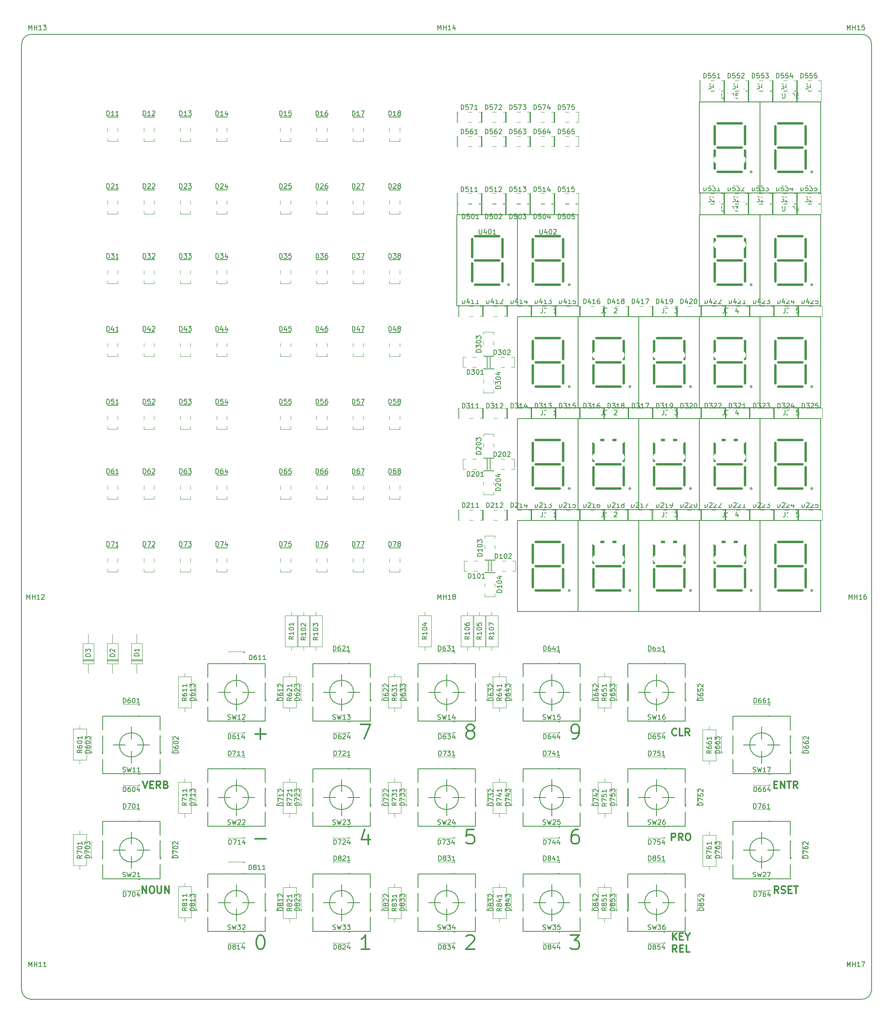
<source format=gto>
%TF.GenerationSoftware,KiCad,Pcbnew,5.0.2-bee76a0~70~ubuntu18.10.1*%
%TF.CreationDate,2019-03-28T23:17:04+01:00*%
%TF.ProjectId,DesignData,44657369-676e-4446-9174-612e6b696361,rev?*%
%TF.SameCoordinates,PX73a20d0PYd2b6df0*%
%TF.FileFunction,Legend,Top*%
%TF.FilePolarity,Positive*%
%FSLAX46Y46*%
G04 Gerber Fmt 4.6, Leading zero omitted, Abs format (unit mm)*
G04 Created by KiCad (PCBNEW 5.0.2-bee76a0~70~ubuntu18.10.1) date Do 28 Mär 2019 23:17:04 CET*
%MOMM*%
%LPD*%
G01*
G04 APERTURE LIST*
%ADD10C,0.300000*%
%ADD11C,0.150000*%
%ADD12C,0.500000*%
%ADD13C,0.120000*%
%ADD14C,1.700000*%
%ADD15O,1.300000X2.100000*%
%ADD16O,1.500000X2.100000*%
%ADD17C,0.100000*%
%ADD18C,1.840000*%
%ADD19O,2.300000X1.840000*%
%ADD20O,1.700000X1.700000*%
%ADD21C,3.300000*%
%ADD22C,2.300000*%
%ADD23C,1.800000*%
%ADD24R,1.700000X1.700000*%
G04 APERTURE END LIST*
D10*
X158520000Y22181429D02*
X158020000Y22895715D01*
X157662857Y22181429D02*
X157662857Y23681429D01*
X158234285Y23681429D01*
X158377142Y23610000D01*
X158448571Y23538572D01*
X158520000Y23395715D01*
X158520000Y23181429D01*
X158448571Y23038572D01*
X158377142Y22967143D01*
X158234285Y22895715D01*
X157662857Y22895715D01*
X159091428Y22252858D02*
X159305714Y22181429D01*
X159662857Y22181429D01*
X159805714Y22252858D01*
X159877142Y22324286D01*
X159948571Y22467143D01*
X159948571Y22610000D01*
X159877142Y22752858D01*
X159805714Y22824286D01*
X159662857Y22895715D01*
X159377142Y22967143D01*
X159234285Y23038572D01*
X159162857Y23110000D01*
X159091428Y23252858D01*
X159091428Y23395715D01*
X159162857Y23538572D01*
X159234285Y23610000D01*
X159377142Y23681429D01*
X159734285Y23681429D01*
X159948571Y23610000D01*
X160591428Y22967143D02*
X161091428Y22967143D01*
X161305714Y22181429D02*
X160591428Y22181429D01*
X160591428Y23681429D01*
X161305714Y23681429D01*
X161734285Y23681429D02*
X162591428Y23681429D01*
X162162857Y22181429D02*
X162162857Y23681429D01*
X157591428Y44938143D02*
X158091428Y44938143D01*
X158305714Y44152429D02*
X157591428Y44152429D01*
X157591428Y45652429D01*
X158305714Y45652429D01*
X158948571Y44152429D02*
X158948571Y45652429D01*
X159805714Y44152429D01*
X159805714Y45652429D01*
X160305714Y45652429D02*
X161162857Y45652429D01*
X160734285Y44152429D02*
X160734285Y45652429D01*
X162520000Y44152429D02*
X162020000Y44866715D01*
X161662857Y44152429D02*
X161662857Y45652429D01*
X162234285Y45652429D01*
X162377142Y45581000D01*
X162448571Y45509572D01*
X162520000Y45366715D01*
X162520000Y45152429D01*
X162448571Y45009572D01*
X162377142Y44938143D01*
X162234285Y44866715D01*
X161662857Y44866715D01*
X136334714Y12407429D02*
X136334714Y13907429D01*
X137191857Y12407429D02*
X136549000Y13264572D01*
X137191857Y13907429D02*
X136334714Y13050286D01*
X137834714Y13193143D02*
X138334714Y13193143D01*
X138549000Y12407429D02*
X137834714Y12407429D01*
X137834714Y13907429D01*
X138549000Y13907429D01*
X139477571Y13121715D02*
X139477571Y12407429D01*
X138977571Y13907429D02*
X139477571Y13121715D01*
X139977571Y13907429D01*
X137227571Y9857429D02*
X136727571Y10571715D01*
X136370428Y9857429D02*
X136370428Y11357429D01*
X136941857Y11357429D01*
X137084714Y11286000D01*
X137156142Y11214572D01*
X137227571Y11071715D01*
X137227571Y10857429D01*
X137156142Y10714572D01*
X137084714Y10643143D01*
X136941857Y10571715D01*
X136370428Y10571715D01*
X137870428Y10643143D02*
X138370428Y10643143D01*
X138584714Y9857429D02*
X137870428Y9857429D01*
X137870428Y11357429D01*
X138584714Y11357429D01*
X139941857Y9857429D02*
X139227571Y9857429D01*
X139227571Y11357429D01*
X136120428Y33230429D02*
X136120428Y34730429D01*
X136691857Y34730429D01*
X136834714Y34659000D01*
X136906142Y34587572D01*
X136977571Y34444715D01*
X136977571Y34230429D01*
X136906142Y34087572D01*
X136834714Y34016143D01*
X136691857Y33944715D01*
X136120428Y33944715D01*
X138477571Y33230429D02*
X137977571Y33944715D01*
X137620428Y33230429D02*
X137620428Y34730429D01*
X138191857Y34730429D01*
X138334714Y34659000D01*
X138406142Y34587572D01*
X138477571Y34444715D01*
X138477571Y34230429D01*
X138406142Y34087572D01*
X138334714Y34016143D01*
X138191857Y33944715D01*
X137620428Y33944715D01*
X139406142Y34730429D02*
X139691857Y34730429D01*
X139834714Y34659000D01*
X139977571Y34516143D01*
X140049000Y34230429D01*
X140049000Y33730429D01*
X139977571Y33444715D01*
X139834714Y33301858D01*
X139691857Y33230429D01*
X139406142Y33230429D01*
X139263285Y33301858D01*
X139120428Y33444715D01*
X139049000Y33730429D01*
X139049000Y34230429D01*
X139120428Y34516143D01*
X139263285Y34659000D01*
X139406142Y34730429D01*
X137156142Y55344286D02*
X137084714Y55272858D01*
X136870428Y55201429D01*
X136727571Y55201429D01*
X136513285Y55272858D01*
X136370428Y55415715D01*
X136299000Y55558572D01*
X136227571Y55844286D01*
X136227571Y56058572D01*
X136299000Y56344286D01*
X136370428Y56487143D01*
X136513285Y56630000D01*
X136727571Y56701429D01*
X136870428Y56701429D01*
X137084714Y56630000D01*
X137156142Y56558572D01*
X138513285Y55201429D02*
X137799000Y55201429D01*
X137799000Y56701429D01*
X139870428Y55201429D02*
X139370428Y55915715D01*
X139013285Y55201429D02*
X139013285Y56701429D01*
X139584714Y56701429D01*
X139727571Y56630000D01*
X139799000Y56558572D01*
X139870428Y56415715D01*
X139870428Y56201429D01*
X139799000Y56058572D01*
X139727571Y55987143D01*
X139584714Y55915715D01*
X139013285Y55915715D01*
X114951000Y13453858D02*
X116808142Y13453858D01*
X115808142Y12311000D01*
X116236714Y12311000D01*
X116522428Y12168143D01*
X116665285Y12025286D01*
X116808142Y11739572D01*
X116808142Y11025286D01*
X116665285Y10739572D01*
X116522428Y10596715D01*
X116236714Y10453858D01*
X115379571Y10453858D01*
X115093857Y10596715D01*
X114951000Y10739572D01*
X116522428Y35551858D02*
X115951000Y35551858D01*
X115665285Y35409000D01*
X115522428Y35266143D01*
X115236714Y34837572D01*
X115093857Y34266143D01*
X115093857Y33123286D01*
X115236714Y32837572D01*
X115379571Y32694715D01*
X115665285Y32551858D01*
X116236714Y32551858D01*
X116522428Y32694715D01*
X116665285Y32837572D01*
X116808142Y33123286D01*
X116808142Y33837572D01*
X116665285Y34123286D01*
X116522428Y34266143D01*
X116236714Y34409000D01*
X115665285Y34409000D01*
X115379571Y34266143D01*
X115236714Y34123286D01*
X115093857Y33837572D01*
X115379571Y54522858D02*
X115951000Y54522858D01*
X116236714Y54665715D01*
X116379571Y54808572D01*
X116665285Y55237143D01*
X116808142Y55808572D01*
X116808142Y56951429D01*
X116665285Y57237143D01*
X116522428Y57380000D01*
X116236714Y57522858D01*
X115665285Y57522858D01*
X115379571Y57380000D01*
X115236714Y57237143D01*
X115093857Y56951429D01*
X115093857Y56237143D01*
X115236714Y55951429D01*
X115379571Y55808572D01*
X115665285Y55665715D01*
X116236714Y55665715D01*
X116522428Y55808572D01*
X116665285Y55951429D01*
X116808142Y56237143D01*
X93122857Y13168143D02*
X93265714Y13311000D01*
X93551428Y13453858D01*
X94265714Y13453858D01*
X94551428Y13311000D01*
X94694285Y13168143D01*
X94837142Y12882429D01*
X94837142Y12596715D01*
X94694285Y12168143D01*
X92980000Y10453858D01*
X94837142Y10453858D01*
X94694285Y35551858D02*
X93265714Y35551858D01*
X93122857Y34123286D01*
X93265714Y34266143D01*
X93551428Y34409000D01*
X94265714Y34409000D01*
X94551428Y34266143D01*
X94694285Y34123286D01*
X94837142Y33837572D01*
X94837142Y33123286D01*
X94694285Y32837572D01*
X94551428Y32694715D01*
X94265714Y32551858D01*
X93551428Y32551858D01*
X93265714Y32694715D01*
X93122857Y32837572D01*
X93694285Y56237143D02*
X93408571Y56380000D01*
X93265714Y56522858D01*
X93122857Y56808572D01*
X93122857Y56951429D01*
X93265714Y57237143D01*
X93408571Y57380000D01*
X93694285Y57522858D01*
X94265714Y57522858D01*
X94551428Y57380000D01*
X94694285Y57237143D01*
X94837142Y56951429D01*
X94837142Y56808572D01*
X94694285Y56522858D01*
X94551428Y56380000D01*
X94265714Y56237143D01*
X93694285Y56237143D01*
X93408571Y56094286D01*
X93265714Y55951429D01*
X93122857Y55665715D01*
X93122857Y55094286D01*
X93265714Y54808572D01*
X93408571Y54665715D01*
X93694285Y54522858D01*
X94265714Y54522858D01*
X94551428Y54665715D01*
X94694285Y54808572D01*
X94837142Y55094286D01*
X94837142Y55665715D01*
X94694285Y55951429D01*
X94551428Y56094286D01*
X94265714Y56237143D01*
X71009000Y57522858D02*
X73009000Y57522858D01*
X71723285Y54522858D01*
X72580428Y34424858D02*
X72580428Y32424858D01*
X71866142Y35567715D02*
X71151857Y33424858D01*
X73009000Y33424858D01*
X72866142Y10453858D02*
X71151857Y10453858D01*
X72009000Y10453858D02*
X72009000Y13453858D01*
X71723285Y13025286D01*
X71437571Y12739572D01*
X71151857Y12596715D01*
X25281285Y22181429D02*
X25281285Y23681429D01*
X26138428Y22181429D01*
X26138428Y23681429D01*
X27138428Y23681429D02*
X27424142Y23681429D01*
X27567000Y23610000D01*
X27709857Y23467143D01*
X27781285Y23181429D01*
X27781285Y22681429D01*
X27709857Y22395715D01*
X27567000Y22252858D01*
X27424142Y22181429D01*
X27138428Y22181429D01*
X26995571Y22252858D01*
X26852714Y22395715D01*
X26781285Y22681429D01*
X26781285Y23181429D01*
X26852714Y23467143D01*
X26995571Y23610000D01*
X27138428Y23681429D01*
X28424142Y23681429D02*
X28424142Y22467143D01*
X28495571Y22324286D01*
X28567000Y22252858D01*
X28709857Y22181429D01*
X28995571Y22181429D01*
X29138428Y22252858D01*
X29209857Y22324286D01*
X29281285Y22467143D01*
X29281285Y23681429D01*
X29995571Y22181429D02*
X29995571Y23681429D01*
X30852714Y22181429D01*
X30852714Y23681429D01*
X25388428Y45652429D02*
X25888428Y44152429D01*
X26388428Y45652429D01*
X26888428Y44938143D02*
X27388428Y44938143D01*
X27602714Y44152429D02*
X26888428Y44152429D01*
X26888428Y45652429D01*
X27602714Y45652429D01*
X29102714Y44152429D02*
X28602714Y44866715D01*
X28245571Y44152429D02*
X28245571Y45652429D01*
X28817000Y45652429D01*
X28959857Y45581000D01*
X29031285Y45509572D01*
X29102714Y45366715D01*
X29102714Y45152429D01*
X29031285Y45009572D01*
X28959857Y44938143D01*
X28817000Y44866715D01*
X28245571Y44866715D01*
X30245571Y44938143D02*
X30459857Y44866715D01*
X30531285Y44795286D01*
X30602714Y44652429D01*
X30602714Y44438143D01*
X30531285Y44295286D01*
X30459857Y44223858D01*
X30317000Y44152429D01*
X29745571Y44152429D01*
X29745571Y45652429D01*
X30245571Y45652429D01*
X30388428Y45581000D01*
X30459857Y45509572D01*
X30531285Y45366715D01*
X30531285Y45223858D01*
X30459857Y45081000D01*
X30388428Y45009572D01*
X30245571Y44938143D01*
X29745571Y44938143D01*
X49895142Y13453858D02*
X50180857Y13453858D01*
X50466571Y13311000D01*
X50609428Y13168143D01*
X50752285Y12882429D01*
X50895142Y12311000D01*
X50895142Y11596715D01*
X50752285Y11025286D01*
X50609428Y10739572D01*
X50466571Y10596715D01*
X50180857Y10453858D01*
X49895142Y10453858D01*
X49609428Y10596715D01*
X49466571Y10739572D01*
X49323714Y11025286D01*
X49180857Y11596715D01*
X49180857Y12311000D01*
X49323714Y12882429D01*
X49466571Y13168143D01*
X49609428Y13311000D01*
X49895142Y13453858D01*
X48895142Y33567715D02*
X51180857Y33567715D01*
X48895142Y55538715D02*
X51180857Y55538715D01*
X50038000Y54395858D02*
X50038000Y56681572D01*
D11*
X178000000Y2000000D02*
G75*
G02X176000000Y0I-2000000J0D01*
G01*
X176000000Y202000000D02*
G75*
G02X178000000Y200000000I0J-2000000D01*
G01*
X0Y200000000D02*
G75*
G02X2000000Y202000000I2000000J0D01*
G01*
X2000000Y0D02*
G75*
G02X0Y2000000I0J2000000D01*
G01*
X0Y200000000D02*
X0Y2000000D01*
X176000000Y202000000D02*
X2000000Y202000000D01*
X178000000Y2000000D02*
X178000000Y200000000D01*
X2000000Y0D02*
X176000000Y0D01*
%TO.C,U201*%
X114884200Y106934000D02*
G75*
G03X114884200Y106934000I-203200J0D01*
G01*
D12*
X112776000Y112014000D02*
X107696000Y112014000D01*
X107061000Y111379000D02*
X107061000Y107569000D01*
X107061000Y116459000D02*
X107061000Y112649000D01*
X113411000Y111379000D02*
X113411000Y107569000D01*
X113411000Y116459000D02*
X113411000Y112649000D01*
X112776000Y106934000D02*
X107696000Y106934000D01*
X112776000Y117094000D02*
X107696000Y117094000D01*
D11*
X103886000Y102489000D02*
X103886000Y121539000D01*
X116586000Y102489000D02*
X103886000Y102489000D01*
X116586000Y121539000D02*
X116586000Y102489000D01*
X103886000Y121539000D02*
X116586000Y121539000D01*
%TO.C,U202*%
X127584200Y106934000D02*
G75*
G03X127584200Y106934000I-203200J0D01*
G01*
D12*
X125476000Y112014000D02*
X120396000Y112014000D01*
X119761000Y111379000D02*
X119761000Y107569000D01*
X119761000Y116459000D02*
X119761000Y112649000D01*
X126111000Y111379000D02*
X126111000Y107569000D01*
X126111000Y116459000D02*
X126111000Y112649000D01*
X125476000Y106934000D02*
X120396000Y106934000D01*
X125476000Y117094000D02*
X120396000Y117094000D01*
D11*
X116586000Y102489000D02*
X116586000Y121539000D01*
X129286000Y102489000D02*
X116586000Y102489000D01*
X129286000Y121539000D02*
X129286000Y102489000D01*
X116586000Y121539000D02*
X129286000Y121539000D01*
D13*
%TO.C,R104*%
X85825000Y80359000D02*
X83085000Y80359000D01*
X83085000Y80359000D02*
X83085000Y73819000D01*
X83085000Y73819000D02*
X85825000Y73819000D01*
X85825000Y73819000D02*
X85825000Y80359000D01*
X84455000Y81129000D02*
X84455000Y80359000D01*
X84455000Y73049000D02*
X84455000Y73819000D01*
%TO.C,R107*%
X98425000Y73049000D02*
X98425000Y73819000D01*
X98425000Y81129000D02*
X98425000Y80359000D01*
X99795000Y73819000D02*
X99795000Y80359000D01*
X97055000Y73819000D02*
X99795000Y73819000D01*
X97055000Y80359000D02*
X97055000Y73819000D01*
X99795000Y80359000D02*
X97055000Y80359000D01*
%TO.C,R106*%
X94715000Y80359000D02*
X91975000Y80359000D01*
X91975000Y80359000D02*
X91975000Y73819000D01*
X91975000Y73819000D02*
X94715000Y73819000D01*
X94715000Y73819000D02*
X94715000Y80359000D01*
X93345000Y81129000D02*
X93345000Y80359000D01*
X93345000Y73049000D02*
X93345000Y73819000D01*
%TO.C,R105*%
X95885000Y73049000D02*
X95885000Y73819000D01*
X95885000Y81129000D02*
X95885000Y80359000D01*
X97255000Y73819000D02*
X97255000Y80359000D01*
X94515000Y73819000D02*
X97255000Y73819000D01*
X94515000Y80359000D02*
X94515000Y73819000D01*
X97255000Y80359000D02*
X94515000Y80359000D01*
%TO.C,R103*%
X62965000Y80359000D02*
X60225000Y80359000D01*
X60225000Y80359000D02*
X60225000Y73819000D01*
X60225000Y73819000D02*
X62965000Y73819000D01*
X62965000Y73819000D02*
X62965000Y80359000D01*
X61595000Y81129000D02*
X61595000Y80359000D01*
X61595000Y73049000D02*
X61595000Y73819000D01*
%TO.C,R102*%
X59055000Y73049000D02*
X59055000Y73819000D01*
X59055000Y81129000D02*
X59055000Y80359000D01*
X60425000Y73819000D02*
X60425000Y80359000D01*
X57685000Y73819000D02*
X60425000Y73819000D01*
X57685000Y80359000D02*
X57685000Y73819000D01*
X60425000Y80359000D02*
X57685000Y80359000D01*
%TO.C,R101*%
X57885000Y80359000D02*
X55145000Y80359000D01*
X55145000Y80359000D02*
X55145000Y73819000D01*
X55145000Y73819000D02*
X57885000Y73819000D01*
X57885000Y73819000D02*
X57885000Y80359000D01*
X56515000Y81129000D02*
X56515000Y80359000D01*
X56515000Y73049000D02*
X56515000Y73819000D01*
D11*
%TO.C,SW23*%
X61000000Y48250000D02*
X73000000Y48250000D01*
X73000000Y48250000D02*
X73000000Y36250000D01*
X73000000Y36250000D02*
X61000000Y36250000D01*
X61000000Y36250000D02*
X61000000Y48250000D01*
X69540000Y42250000D02*
G75*
G03X69540000Y42250000I-2540000J0D01*
G01*
X63190000Y42250000D02*
X65730000Y42250000D01*
X67000000Y46060000D02*
X67000000Y43520000D01*
X68270000Y42250000D02*
X70810000Y42250000D01*
X67000000Y40980000D02*
X67000000Y38440000D01*
%TO.C,SW35*%
X111000000Y18980000D02*
X111000000Y16440000D01*
X112270000Y20250000D02*
X114810000Y20250000D01*
X111000000Y24060000D02*
X111000000Y21520000D01*
X107190000Y20250000D02*
X109730000Y20250000D01*
X113540000Y20250000D02*
G75*
G03X113540000Y20250000I-2540000J0D01*
G01*
X105000000Y14250000D02*
X105000000Y26250000D01*
X117000000Y14250000D02*
X105000000Y14250000D01*
X117000000Y26250000D02*
X117000000Y14250000D01*
X105000000Y26250000D02*
X117000000Y26250000D01*
%TO.C,SW34*%
X83000000Y26250000D02*
X95000000Y26250000D01*
X95000000Y26250000D02*
X95000000Y14250000D01*
X95000000Y14250000D02*
X83000000Y14250000D01*
X83000000Y14250000D02*
X83000000Y26250000D01*
X91540000Y20250000D02*
G75*
G03X91540000Y20250000I-2540000J0D01*
G01*
X85190000Y20250000D02*
X87730000Y20250000D01*
X89000000Y24060000D02*
X89000000Y21520000D01*
X90270000Y20250000D02*
X92810000Y20250000D01*
X89000000Y18980000D02*
X89000000Y16440000D01*
%TO.C,SW33*%
X67000000Y18980000D02*
X67000000Y16440000D01*
X68270000Y20250000D02*
X70810000Y20250000D01*
X67000000Y24060000D02*
X67000000Y21520000D01*
X63190000Y20250000D02*
X65730000Y20250000D01*
X69540000Y20250000D02*
G75*
G03X69540000Y20250000I-2540000J0D01*
G01*
X61000000Y14250000D02*
X61000000Y26250000D01*
X73000000Y14250000D02*
X61000000Y14250000D01*
X73000000Y26250000D02*
X73000000Y14250000D01*
X61000000Y26250000D02*
X73000000Y26250000D01*
%TO.C,SW32*%
X39000000Y26250000D02*
X51000000Y26250000D01*
X51000000Y26250000D02*
X51000000Y14250000D01*
X51000000Y14250000D02*
X39000000Y14250000D01*
X39000000Y14250000D02*
X39000000Y26250000D01*
X47540000Y20250000D02*
G75*
G03X47540000Y20250000I-2540000J0D01*
G01*
X41190000Y20250000D02*
X43730000Y20250000D01*
X45000000Y24060000D02*
X45000000Y21520000D01*
X46270000Y20250000D02*
X48810000Y20250000D01*
X45000000Y18980000D02*
X45000000Y16440000D01*
%TO.C,SW27*%
X155000000Y29980000D02*
X155000000Y27440000D01*
X156270000Y31250000D02*
X158810000Y31250000D01*
X155000000Y35060000D02*
X155000000Y32520000D01*
X151190000Y31250000D02*
X153730000Y31250000D01*
X157540000Y31250000D02*
G75*
G03X157540000Y31250000I-2540000J0D01*
G01*
X149000000Y25250000D02*
X149000000Y37250000D01*
X161000000Y25250000D02*
X149000000Y25250000D01*
X161000000Y37250000D02*
X161000000Y25250000D01*
X149000000Y37250000D02*
X161000000Y37250000D01*
%TO.C,SW26*%
X127000000Y48250000D02*
X139000000Y48250000D01*
X139000000Y48250000D02*
X139000000Y36250000D01*
X139000000Y36250000D02*
X127000000Y36250000D01*
X127000000Y36250000D02*
X127000000Y48250000D01*
X135540000Y42250000D02*
G75*
G03X135540000Y42250000I-2540000J0D01*
G01*
X129190000Y42250000D02*
X131730000Y42250000D01*
X133000000Y46060000D02*
X133000000Y43520000D01*
X134270000Y42250000D02*
X136810000Y42250000D01*
X133000000Y40980000D02*
X133000000Y38440000D01*
%TO.C,SW25*%
X111000000Y40980000D02*
X111000000Y38440000D01*
X112270000Y42250000D02*
X114810000Y42250000D01*
X111000000Y46060000D02*
X111000000Y43520000D01*
X107190000Y42250000D02*
X109730000Y42250000D01*
X113540000Y42250000D02*
G75*
G03X113540000Y42250000I-2540000J0D01*
G01*
X105000000Y36250000D02*
X105000000Y48250000D01*
X117000000Y36250000D02*
X105000000Y36250000D01*
X117000000Y48250000D02*
X117000000Y36250000D01*
X105000000Y48250000D02*
X117000000Y48250000D01*
%TO.C,SW24*%
X83000000Y48250000D02*
X95000000Y48250000D01*
X95000000Y48250000D02*
X95000000Y36250000D01*
X95000000Y36250000D02*
X83000000Y36250000D01*
X83000000Y36250000D02*
X83000000Y48250000D01*
X91540000Y42250000D02*
G75*
G03X91540000Y42250000I-2540000J0D01*
G01*
X85190000Y42250000D02*
X87730000Y42250000D01*
X89000000Y46060000D02*
X89000000Y43520000D01*
X90270000Y42250000D02*
X92810000Y42250000D01*
X89000000Y40980000D02*
X89000000Y38440000D01*
%TO.C,SW22*%
X45000000Y40980000D02*
X45000000Y38440000D01*
X46270000Y42250000D02*
X48810000Y42250000D01*
X45000000Y46060000D02*
X45000000Y43520000D01*
X41190000Y42250000D02*
X43730000Y42250000D01*
X47540000Y42250000D02*
G75*
G03X47540000Y42250000I-2540000J0D01*
G01*
X39000000Y36250000D02*
X39000000Y48250000D01*
X51000000Y36250000D02*
X39000000Y36250000D01*
X51000000Y48250000D02*
X51000000Y36250000D01*
X39000000Y48250000D02*
X51000000Y48250000D01*
%TO.C,SW21*%
X17000000Y37250000D02*
X29000000Y37250000D01*
X29000000Y37250000D02*
X29000000Y25250000D01*
X29000000Y25250000D02*
X17000000Y25250000D01*
X17000000Y25250000D02*
X17000000Y37250000D01*
X25540000Y31250000D02*
G75*
G03X25540000Y31250000I-2540000J0D01*
G01*
X19190000Y31250000D02*
X21730000Y31250000D01*
X23000000Y35060000D02*
X23000000Y32520000D01*
X24270000Y31250000D02*
X26810000Y31250000D01*
X23000000Y29980000D02*
X23000000Y27440000D01*
%TO.C,SW17*%
X155000000Y51980000D02*
X155000000Y49440000D01*
X156270000Y53250000D02*
X158810000Y53250000D01*
X155000000Y57060000D02*
X155000000Y54520000D01*
X151190000Y53250000D02*
X153730000Y53250000D01*
X157540000Y53250000D02*
G75*
G03X157540000Y53250000I-2540000J0D01*
G01*
X149000000Y47250000D02*
X149000000Y59250000D01*
X161000000Y47250000D02*
X149000000Y47250000D01*
X161000000Y59250000D02*
X161000000Y47250000D01*
X149000000Y59250000D02*
X161000000Y59250000D01*
%TO.C,SW16*%
X127000000Y70250000D02*
X139000000Y70250000D01*
X139000000Y70250000D02*
X139000000Y58250000D01*
X139000000Y58250000D02*
X127000000Y58250000D01*
X127000000Y58250000D02*
X127000000Y70250000D01*
X135540000Y64250000D02*
G75*
G03X135540000Y64250000I-2540000J0D01*
G01*
X129190000Y64250000D02*
X131730000Y64250000D01*
X133000000Y68060000D02*
X133000000Y65520000D01*
X134270000Y64250000D02*
X136810000Y64250000D01*
X133000000Y62980000D02*
X133000000Y60440000D01*
%TO.C,SW15*%
X111000000Y62980000D02*
X111000000Y60440000D01*
X112270000Y64250000D02*
X114810000Y64250000D01*
X111000000Y68060000D02*
X111000000Y65520000D01*
X107190000Y64250000D02*
X109730000Y64250000D01*
X113540000Y64250000D02*
G75*
G03X113540000Y64250000I-2540000J0D01*
G01*
X105000000Y58250000D02*
X105000000Y70250000D01*
X117000000Y58250000D02*
X105000000Y58250000D01*
X117000000Y70250000D02*
X117000000Y58250000D01*
X105000000Y70250000D02*
X117000000Y70250000D01*
%TO.C,SW14*%
X83000000Y70250000D02*
X95000000Y70250000D01*
X95000000Y70250000D02*
X95000000Y58250000D01*
X95000000Y58250000D02*
X83000000Y58250000D01*
X83000000Y58250000D02*
X83000000Y70250000D01*
X91540000Y64250000D02*
G75*
G03X91540000Y64250000I-2540000J0D01*
G01*
X85190000Y64250000D02*
X87730000Y64250000D01*
X89000000Y68060000D02*
X89000000Y65520000D01*
X90270000Y64250000D02*
X92810000Y64250000D01*
X89000000Y62980000D02*
X89000000Y60440000D01*
%TO.C,SW13*%
X67000000Y62980000D02*
X67000000Y60440000D01*
X68270000Y64250000D02*
X70810000Y64250000D01*
X67000000Y68060000D02*
X67000000Y65520000D01*
X63190000Y64250000D02*
X65730000Y64250000D01*
X69540000Y64250000D02*
G75*
G03X69540000Y64250000I-2540000J0D01*
G01*
X61000000Y58250000D02*
X61000000Y70250000D01*
X73000000Y58250000D02*
X61000000Y58250000D01*
X73000000Y70250000D02*
X73000000Y58250000D01*
X61000000Y70250000D02*
X73000000Y70250000D01*
%TO.C,SW12*%
X39000000Y70250000D02*
X51000000Y70250000D01*
X51000000Y70250000D02*
X51000000Y58250000D01*
X51000000Y58250000D02*
X39000000Y58250000D01*
X39000000Y58250000D02*
X39000000Y70250000D01*
X47540000Y64250000D02*
G75*
G03X47540000Y64250000I-2540000J0D01*
G01*
X41190000Y64250000D02*
X43730000Y64250000D01*
X45000000Y68060000D02*
X45000000Y65520000D01*
X46270000Y64250000D02*
X48810000Y64250000D01*
X45000000Y62980000D02*
X45000000Y60440000D01*
%TO.C,SW11*%
X23000000Y51980000D02*
X23000000Y49440000D01*
X24270000Y53250000D02*
X26810000Y53250000D01*
X23000000Y57060000D02*
X23000000Y54520000D01*
X19190000Y53250000D02*
X21730000Y53250000D01*
X25540000Y53250000D02*
G75*
G03X25540000Y53250000I-2540000J0D01*
G01*
X17000000Y47250000D02*
X17000000Y59250000D01*
X29000000Y47250000D02*
X17000000Y47250000D01*
X29000000Y59250000D02*
X29000000Y47250000D01*
X17000000Y59250000D02*
X29000000Y59250000D01*
%TO.C,SW36*%
X127000000Y26250000D02*
X139000000Y26250000D01*
X139000000Y26250000D02*
X139000000Y14250000D01*
X139000000Y14250000D02*
X127000000Y14250000D01*
X127000000Y14250000D02*
X127000000Y26250000D01*
X135540000Y20250000D02*
G75*
G03X135540000Y20250000I-2540000J0D01*
G01*
X129190000Y20250000D02*
X131730000Y20250000D01*
X133000000Y24060000D02*
X133000000Y21520000D01*
X134270000Y20250000D02*
X136810000Y20250000D01*
X133000000Y18980000D02*
X133000000Y16440000D01*
D13*
%TO.C,R811*%
X32793000Y17050000D02*
X35533000Y17050000D01*
X35533000Y17050000D02*
X35533000Y23590000D01*
X35533000Y23590000D02*
X32793000Y23590000D01*
X32793000Y23590000D02*
X32793000Y17050000D01*
X34163000Y16280000D02*
X34163000Y17050000D01*
X34163000Y24360000D02*
X34163000Y23590000D01*
%TO.C,R821*%
X56134000Y24233000D02*
X56134000Y23463000D01*
X56134000Y16153000D02*
X56134000Y16923000D01*
X54764000Y23463000D02*
X54764000Y16923000D01*
X57504000Y23463000D02*
X54764000Y23463000D01*
X57504000Y16923000D02*
X57504000Y23463000D01*
X54764000Y16923000D02*
X57504000Y16923000D01*
%TO.C,R831*%
X76735000Y16923000D02*
X79475000Y16923000D01*
X79475000Y16923000D02*
X79475000Y23463000D01*
X79475000Y23463000D02*
X76735000Y23463000D01*
X76735000Y23463000D02*
X76735000Y16923000D01*
X78105000Y16153000D02*
X78105000Y16923000D01*
X78105000Y24233000D02*
X78105000Y23463000D01*
%TO.C,R841*%
X100076000Y24233000D02*
X100076000Y23463000D01*
X100076000Y16153000D02*
X100076000Y16923000D01*
X98706000Y23463000D02*
X98706000Y16923000D01*
X101446000Y23463000D02*
X98706000Y23463000D01*
X101446000Y16923000D02*
X101446000Y23463000D01*
X98706000Y16923000D02*
X101446000Y16923000D01*
%TO.C,R851*%
X120677000Y16923000D02*
X123417000Y16923000D01*
X123417000Y16923000D02*
X123417000Y23463000D01*
X123417000Y23463000D02*
X120677000Y23463000D01*
X120677000Y23463000D02*
X120677000Y16923000D01*
X122047000Y16153000D02*
X122047000Y16923000D01*
X122047000Y24233000D02*
X122047000Y23463000D01*
%TO.C,D834*%
X90690000Y11740000D02*
X87270000Y11740000D01*
X90690000Y14260000D02*
X87270000Y14260000D01*
X90690000Y11740000D02*
X90690000Y11920000D01*
X90690000Y14080000D02*
X90690000Y14260000D01*
X87270000Y11740000D02*
X87270000Y11905000D01*
X87270000Y14095000D02*
X87270000Y14260000D01*
X90570000Y11740000D02*
X90570000Y11920000D01*
X90570000Y14080000D02*
X90570000Y14260000D01*
X90450000Y11740000D02*
X90450000Y11920000D01*
X90450000Y14080000D02*
X90450000Y14260000D01*
%TO.C,D811*%
X46450000Y28580000D02*
X46450000Y28760000D01*
X46450000Y26240000D02*
X46450000Y26420000D01*
X46570000Y28580000D02*
X46570000Y28760000D01*
X46570000Y26240000D02*
X46570000Y26420000D01*
X43270000Y28595000D02*
X43270000Y28760000D01*
X43270000Y26240000D02*
X43270000Y26405000D01*
X46690000Y28580000D02*
X46690000Y28760000D01*
X46690000Y26240000D02*
X46690000Y26420000D01*
X46690000Y28760000D02*
X43270000Y28760000D01*
X46690000Y26240000D02*
X43270000Y26240000D01*
%TO.C,D814*%
X46690000Y11740000D02*
X43270000Y11740000D01*
X46690000Y14260000D02*
X43270000Y14260000D01*
X46690000Y11740000D02*
X46690000Y11920000D01*
X46690000Y14080000D02*
X46690000Y14260000D01*
X43270000Y11740000D02*
X43270000Y11905000D01*
X43270000Y14095000D02*
X43270000Y14260000D01*
X46570000Y11740000D02*
X46570000Y11920000D01*
X46570000Y14080000D02*
X46570000Y14260000D01*
X46450000Y11740000D02*
X46450000Y11920000D01*
X46450000Y14080000D02*
X46450000Y14260000D01*
%TO.C,D821*%
X68450000Y28580000D02*
X68450000Y28760000D01*
X68450000Y26240000D02*
X68450000Y26420000D01*
X68570000Y28580000D02*
X68570000Y28760000D01*
X68570000Y26240000D02*
X68570000Y26420000D01*
X65270000Y28595000D02*
X65270000Y28760000D01*
X65270000Y26240000D02*
X65270000Y26405000D01*
X68690000Y28580000D02*
X68690000Y28760000D01*
X68690000Y26240000D02*
X68690000Y26420000D01*
X68690000Y28760000D02*
X65270000Y28760000D01*
X68690000Y26240000D02*
X65270000Y26240000D01*
%TO.C,D822*%
X72990000Y18560000D02*
X72990000Y21980000D01*
X75510000Y18560000D02*
X75510000Y21980000D01*
X72990000Y18560000D02*
X73170000Y18560000D01*
X75330000Y18560000D02*
X75510000Y18560000D01*
X72990000Y21980000D02*
X73155000Y21980000D01*
X75345000Y21980000D02*
X75510000Y21980000D01*
X72990000Y18680000D02*
X73170000Y18680000D01*
X75330000Y18680000D02*
X75510000Y18680000D01*
X72990000Y18800000D02*
X73170000Y18800000D01*
X75330000Y18800000D02*
X75510000Y18800000D01*
%TO.C,D823*%
X60830000Y18800000D02*
X61010000Y18800000D01*
X58490000Y18800000D02*
X58670000Y18800000D01*
X60830000Y18680000D02*
X61010000Y18680000D01*
X58490000Y18680000D02*
X58670000Y18680000D01*
X60845000Y21980000D02*
X61010000Y21980000D01*
X58490000Y21980000D02*
X58655000Y21980000D01*
X60830000Y18560000D02*
X61010000Y18560000D01*
X58490000Y18560000D02*
X58670000Y18560000D01*
X61010000Y18560000D02*
X61010000Y21980000D01*
X58490000Y18560000D02*
X58490000Y21980000D01*
%TO.C,D824*%
X68690000Y11740000D02*
X65270000Y11740000D01*
X68690000Y14260000D02*
X65270000Y14260000D01*
X68690000Y11740000D02*
X68690000Y11920000D01*
X68690000Y14080000D02*
X68690000Y14260000D01*
X65270000Y11740000D02*
X65270000Y11905000D01*
X65270000Y14095000D02*
X65270000Y14260000D01*
X68570000Y11740000D02*
X68570000Y11920000D01*
X68570000Y14080000D02*
X68570000Y14260000D01*
X68450000Y11740000D02*
X68450000Y11920000D01*
X68450000Y14080000D02*
X68450000Y14260000D01*
%TO.C,D831*%
X90450000Y28580000D02*
X90450000Y28760000D01*
X90450000Y26240000D02*
X90450000Y26420000D01*
X90570000Y28580000D02*
X90570000Y28760000D01*
X90570000Y26240000D02*
X90570000Y26420000D01*
X87270000Y28595000D02*
X87270000Y28760000D01*
X87270000Y26240000D02*
X87270000Y26405000D01*
X90690000Y28580000D02*
X90690000Y28760000D01*
X90690000Y26240000D02*
X90690000Y26420000D01*
X90690000Y28760000D02*
X87270000Y28760000D01*
X90690000Y26240000D02*
X87270000Y26240000D01*
%TO.C,D832*%
X94990000Y18560000D02*
X94990000Y21980000D01*
X97510000Y18560000D02*
X97510000Y21980000D01*
X94990000Y18560000D02*
X95170000Y18560000D01*
X97330000Y18560000D02*
X97510000Y18560000D01*
X94990000Y21980000D02*
X95155000Y21980000D01*
X97345000Y21980000D02*
X97510000Y21980000D01*
X94990000Y18680000D02*
X95170000Y18680000D01*
X97330000Y18680000D02*
X97510000Y18680000D01*
X94990000Y18800000D02*
X95170000Y18800000D01*
X97330000Y18800000D02*
X97510000Y18800000D01*
%TO.C,D833*%
X82830000Y18800000D02*
X83010000Y18800000D01*
X80490000Y18800000D02*
X80670000Y18800000D01*
X82830000Y18680000D02*
X83010000Y18680000D01*
X80490000Y18680000D02*
X80670000Y18680000D01*
X82845000Y21980000D02*
X83010000Y21980000D01*
X80490000Y21980000D02*
X80655000Y21980000D01*
X82830000Y18560000D02*
X83010000Y18560000D01*
X80490000Y18560000D02*
X80670000Y18560000D01*
X83010000Y18560000D02*
X83010000Y21980000D01*
X80490000Y18560000D02*
X80490000Y21980000D01*
%TO.C,D812*%
X50990000Y18560000D02*
X50990000Y21980000D01*
X53510000Y18560000D02*
X53510000Y21980000D01*
X50990000Y18560000D02*
X51170000Y18560000D01*
X53330000Y18560000D02*
X53510000Y18560000D01*
X50990000Y21980000D02*
X51155000Y21980000D01*
X53345000Y21980000D02*
X53510000Y21980000D01*
X50990000Y18680000D02*
X51170000Y18680000D01*
X53330000Y18680000D02*
X53510000Y18680000D01*
X50990000Y18800000D02*
X51170000Y18800000D01*
X53330000Y18800000D02*
X53510000Y18800000D01*
%TO.C,D841*%
X112450000Y28580000D02*
X112450000Y28760000D01*
X112450000Y26240000D02*
X112450000Y26420000D01*
X112570000Y28580000D02*
X112570000Y28760000D01*
X112570000Y26240000D02*
X112570000Y26420000D01*
X109270000Y28595000D02*
X109270000Y28760000D01*
X109270000Y26240000D02*
X109270000Y26405000D01*
X112690000Y28580000D02*
X112690000Y28760000D01*
X112690000Y26240000D02*
X112690000Y26420000D01*
X112690000Y28760000D02*
X109270000Y28760000D01*
X112690000Y26240000D02*
X109270000Y26240000D01*
%TO.C,D842*%
X116990000Y18560000D02*
X116990000Y21980000D01*
X119510000Y18560000D02*
X119510000Y21980000D01*
X116990000Y18560000D02*
X117170000Y18560000D01*
X119330000Y18560000D02*
X119510000Y18560000D01*
X116990000Y21980000D02*
X117155000Y21980000D01*
X119345000Y21980000D02*
X119510000Y21980000D01*
X116990000Y18680000D02*
X117170000Y18680000D01*
X119330000Y18680000D02*
X119510000Y18680000D01*
X116990000Y18800000D02*
X117170000Y18800000D01*
X119330000Y18800000D02*
X119510000Y18800000D01*
%TO.C,D843*%
X104830000Y18800000D02*
X105010000Y18800000D01*
X102490000Y18800000D02*
X102670000Y18800000D01*
X104830000Y18680000D02*
X105010000Y18680000D01*
X102490000Y18680000D02*
X102670000Y18680000D01*
X104845000Y21980000D02*
X105010000Y21980000D01*
X102490000Y21980000D02*
X102655000Y21980000D01*
X104830000Y18560000D02*
X105010000Y18560000D01*
X102490000Y18560000D02*
X102670000Y18560000D01*
X105010000Y18560000D02*
X105010000Y21980000D01*
X102490000Y18560000D02*
X102490000Y21980000D01*
%TO.C,D844*%
X112690000Y11740000D02*
X109270000Y11740000D01*
X112690000Y14260000D02*
X109270000Y14260000D01*
X112690000Y11740000D02*
X112690000Y11920000D01*
X112690000Y14080000D02*
X112690000Y14260000D01*
X109270000Y11740000D02*
X109270000Y11905000D01*
X109270000Y14095000D02*
X109270000Y14260000D01*
X112570000Y11740000D02*
X112570000Y11920000D01*
X112570000Y14080000D02*
X112570000Y14260000D01*
X112450000Y11740000D02*
X112450000Y11920000D01*
X112450000Y14080000D02*
X112450000Y14260000D01*
%TO.C,D851*%
X134440000Y28580000D02*
X134440000Y28760000D01*
X134440000Y26240000D02*
X134440000Y26420000D01*
X134560000Y28580000D02*
X134560000Y28760000D01*
X134560000Y26240000D02*
X134560000Y26420000D01*
X131260000Y28595000D02*
X131260000Y28760000D01*
X131260000Y26240000D02*
X131260000Y26405000D01*
X134680000Y28580000D02*
X134680000Y28760000D01*
X134680000Y26240000D02*
X134680000Y26420000D01*
X134680000Y28760000D02*
X131260000Y28760000D01*
X134680000Y26240000D02*
X131260000Y26240000D01*
%TO.C,D852*%
X138990000Y18520000D02*
X138990000Y21940000D01*
X141510000Y18520000D02*
X141510000Y21940000D01*
X138990000Y18520000D02*
X139170000Y18520000D01*
X141330000Y18520000D02*
X141510000Y18520000D01*
X138990000Y21940000D02*
X139155000Y21940000D01*
X141345000Y21940000D02*
X141510000Y21940000D01*
X138990000Y18640000D02*
X139170000Y18640000D01*
X141330000Y18640000D02*
X141510000Y18640000D01*
X138990000Y18760000D02*
X139170000Y18760000D01*
X141330000Y18760000D02*
X141510000Y18760000D01*
%TO.C,D853*%
X126830000Y18800000D02*
X127010000Y18800000D01*
X124490000Y18800000D02*
X124670000Y18800000D01*
X126830000Y18680000D02*
X127010000Y18680000D01*
X124490000Y18680000D02*
X124670000Y18680000D01*
X126845000Y21980000D02*
X127010000Y21980000D01*
X124490000Y21980000D02*
X124655000Y21980000D01*
X126830000Y18560000D02*
X127010000Y18560000D01*
X124490000Y18560000D02*
X124670000Y18560000D01*
X127010000Y18560000D02*
X127010000Y21980000D01*
X124490000Y18560000D02*
X124490000Y21980000D01*
%TO.C,D813*%
X36490000Y18560000D02*
X36490000Y21980000D01*
X39010000Y18560000D02*
X39010000Y21980000D01*
X36490000Y18560000D02*
X36670000Y18560000D01*
X38830000Y18560000D02*
X39010000Y18560000D01*
X36490000Y21980000D02*
X36655000Y21980000D01*
X38845000Y21980000D02*
X39010000Y21980000D01*
X36490000Y18680000D02*
X36670000Y18680000D01*
X38830000Y18680000D02*
X39010000Y18680000D01*
X36490000Y18800000D02*
X36670000Y18800000D01*
X38830000Y18800000D02*
X39010000Y18800000D01*
%TO.C,D854*%
X134450000Y14080000D02*
X134450000Y14260000D01*
X134450000Y11740000D02*
X134450000Y11920000D01*
X134570000Y14080000D02*
X134570000Y14260000D01*
X134570000Y11740000D02*
X134570000Y11920000D01*
X131270000Y14095000D02*
X131270000Y14260000D01*
X131270000Y11740000D02*
X131270000Y11905000D01*
X134690000Y14080000D02*
X134690000Y14260000D01*
X134690000Y11740000D02*
X134690000Y11920000D01*
X134690000Y14260000D02*
X131270000Y14260000D01*
X134690000Y11740000D02*
X131270000Y11740000D01*
%TO.C,R701*%
X12192000Y35282000D02*
X12192000Y34512000D01*
X12192000Y27202000D02*
X12192000Y27972000D01*
X10822000Y34512000D02*
X10822000Y27972000D01*
X13562000Y34512000D02*
X10822000Y34512000D01*
X13562000Y27972000D02*
X13562000Y34512000D01*
X10822000Y27972000D02*
X13562000Y27972000D01*
%TO.C,R761*%
X142648000Y27845000D02*
X145388000Y27845000D01*
X145388000Y27845000D02*
X145388000Y34385000D01*
X145388000Y34385000D02*
X142648000Y34385000D01*
X142648000Y34385000D02*
X142648000Y27845000D01*
X144018000Y27075000D02*
X144018000Y27845000D01*
X144018000Y35155000D02*
X144018000Y34385000D01*
%TO.C,R751*%
X122100000Y46204000D02*
X122100000Y45434000D01*
X122100000Y38124000D02*
X122100000Y38894000D01*
X120730000Y45434000D02*
X120730000Y38894000D01*
X123470000Y45434000D02*
X120730000Y45434000D01*
X123470000Y38894000D02*
X123470000Y45434000D01*
X120730000Y38894000D02*
X123470000Y38894000D01*
%TO.C,R741*%
X98706000Y38894000D02*
X101446000Y38894000D01*
X101446000Y38894000D02*
X101446000Y45434000D01*
X101446000Y45434000D02*
X98706000Y45434000D01*
X98706000Y45434000D02*
X98706000Y38894000D01*
X100076000Y38124000D02*
X100076000Y38894000D01*
X100076000Y46204000D02*
X100076000Y45434000D01*
%TO.C,R731*%
X78105000Y46220000D02*
X78105000Y45450000D01*
X78105000Y38140000D02*
X78105000Y38910000D01*
X76735000Y45450000D02*
X76735000Y38910000D01*
X79475000Y45450000D02*
X76735000Y45450000D01*
X79475000Y38910000D02*
X79475000Y45450000D01*
X76735000Y38910000D02*
X79475000Y38910000D01*
%TO.C,R721*%
X54764000Y38894000D02*
X57504000Y38894000D01*
X57504000Y38894000D02*
X57504000Y45434000D01*
X57504000Y45434000D02*
X54764000Y45434000D01*
X54764000Y45434000D02*
X54764000Y38894000D01*
X56134000Y38124000D02*
X56134000Y38894000D01*
X56134000Y46204000D02*
X56134000Y45434000D01*
%TO.C,R711*%
X34163000Y46204000D02*
X34163000Y45434000D01*
X34163000Y38124000D02*
X34163000Y38894000D01*
X32793000Y45434000D02*
X32793000Y38894000D01*
X35533000Y45434000D02*
X32793000Y45434000D01*
X35533000Y38894000D02*
X35533000Y45434000D01*
X32793000Y38894000D02*
X35533000Y38894000D01*
%TO.C,R661*%
X142648000Y49943000D02*
X145388000Y49943000D01*
X145388000Y49943000D02*
X145388000Y56483000D01*
X145388000Y56483000D02*
X142648000Y56483000D01*
X142648000Y56483000D02*
X142648000Y49943000D01*
X144018000Y49173000D02*
X144018000Y49943000D01*
X144018000Y57253000D02*
X144018000Y56483000D01*
%TO.C,D764*%
X156690000Y22740000D02*
X153270000Y22740000D01*
X156690000Y25260000D02*
X153270000Y25260000D01*
X156690000Y22740000D02*
X156690000Y22920000D01*
X156690000Y25080000D02*
X156690000Y25260000D01*
X153270000Y22740000D02*
X153270000Y22905000D01*
X153270000Y25095000D02*
X153270000Y25260000D01*
X156570000Y22740000D02*
X156570000Y22920000D01*
X156570000Y25080000D02*
X156570000Y25260000D01*
X156450000Y22740000D02*
X156450000Y22920000D01*
X156450000Y25080000D02*
X156450000Y25260000D01*
%TO.C,D712*%
X53330000Y40800000D02*
X53510000Y40800000D01*
X50990000Y40800000D02*
X51170000Y40800000D01*
X53330000Y40680000D02*
X53510000Y40680000D01*
X50990000Y40680000D02*
X51170000Y40680000D01*
X53345000Y43980000D02*
X53510000Y43980000D01*
X50990000Y43980000D02*
X51155000Y43980000D01*
X53330000Y40560000D02*
X53510000Y40560000D01*
X50990000Y40560000D02*
X51170000Y40560000D01*
X53510000Y40560000D02*
X53510000Y43980000D01*
X50990000Y40560000D02*
X50990000Y43980000D01*
%TO.C,D713*%
X36490000Y40560000D02*
X36490000Y43980000D01*
X39010000Y40560000D02*
X39010000Y43980000D01*
X36490000Y40560000D02*
X36670000Y40560000D01*
X38830000Y40560000D02*
X39010000Y40560000D01*
X36490000Y43980000D02*
X36655000Y43980000D01*
X38845000Y43980000D02*
X39010000Y43980000D01*
X36490000Y40680000D02*
X36670000Y40680000D01*
X38830000Y40680000D02*
X39010000Y40680000D01*
X36490000Y40800000D02*
X36670000Y40800000D01*
X38830000Y40800000D02*
X39010000Y40800000D01*
%TO.C,D714*%
X46450000Y36080000D02*
X46450000Y36260000D01*
X46450000Y33740000D02*
X46450000Y33920000D01*
X46570000Y36080000D02*
X46570000Y36260000D01*
X46570000Y33740000D02*
X46570000Y33920000D01*
X43270000Y36095000D02*
X43270000Y36260000D01*
X43270000Y33740000D02*
X43270000Y33905000D01*
X46690000Y36080000D02*
X46690000Y36260000D01*
X46690000Y33740000D02*
X46690000Y33920000D01*
X46690000Y36260000D02*
X43270000Y36260000D01*
X46690000Y33740000D02*
X43270000Y33740000D01*
%TO.C,D721*%
X68690000Y48240000D02*
X65270000Y48240000D01*
X68690000Y50760000D02*
X65270000Y50760000D01*
X68690000Y48240000D02*
X68690000Y48420000D01*
X68690000Y50580000D02*
X68690000Y50760000D01*
X65270000Y48240000D02*
X65270000Y48405000D01*
X65270000Y50595000D02*
X65270000Y50760000D01*
X68570000Y48240000D02*
X68570000Y48420000D01*
X68570000Y50580000D02*
X68570000Y50760000D01*
X68450000Y48240000D02*
X68450000Y48420000D01*
X68450000Y50580000D02*
X68450000Y50760000D01*
%TO.C,D722*%
X75330000Y40800000D02*
X75510000Y40800000D01*
X72990000Y40800000D02*
X73170000Y40800000D01*
X75330000Y40680000D02*
X75510000Y40680000D01*
X72990000Y40680000D02*
X73170000Y40680000D01*
X75345000Y43980000D02*
X75510000Y43980000D01*
X72990000Y43980000D02*
X73155000Y43980000D01*
X75330000Y40560000D02*
X75510000Y40560000D01*
X72990000Y40560000D02*
X73170000Y40560000D01*
X75510000Y40560000D02*
X75510000Y43980000D01*
X72990000Y40560000D02*
X72990000Y43980000D01*
%TO.C,D723*%
X58490000Y40570000D02*
X58490000Y43990000D01*
X61010000Y40570000D02*
X61010000Y43990000D01*
X58490000Y40570000D02*
X58670000Y40570000D01*
X60830000Y40570000D02*
X61010000Y40570000D01*
X58490000Y43990000D02*
X58655000Y43990000D01*
X60845000Y43990000D02*
X61010000Y43990000D01*
X58490000Y40690000D02*
X58670000Y40690000D01*
X60830000Y40690000D02*
X61010000Y40690000D01*
X58490000Y40810000D02*
X58670000Y40810000D01*
X60830000Y40810000D02*
X61010000Y40810000D01*
%TO.C,D724*%
X68450000Y36080000D02*
X68450000Y36260000D01*
X68450000Y33740000D02*
X68450000Y33920000D01*
X68570000Y36080000D02*
X68570000Y36260000D01*
X68570000Y33740000D02*
X68570000Y33920000D01*
X65270000Y36095000D02*
X65270000Y36260000D01*
X65270000Y33740000D02*
X65270000Y33905000D01*
X68690000Y36080000D02*
X68690000Y36260000D01*
X68690000Y33740000D02*
X68690000Y33920000D01*
X68690000Y36260000D02*
X65270000Y36260000D01*
X68690000Y33740000D02*
X65270000Y33740000D01*
%TO.C,D731*%
X90690000Y48240000D02*
X87270000Y48240000D01*
X90690000Y50760000D02*
X87270000Y50760000D01*
X90690000Y48240000D02*
X90690000Y48420000D01*
X90690000Y50580000D02*
X90690000Y50760000D01*
X87270000Y48240000D02*
X87270000Y48405000D01*
X87270000Y50595000D02*
X87270000Y50760000D01*
X90570000Y48240000D02*
X90570000Y48420000D01*
X90570000Y50580000D02*
X90570000Y50760000D01*
X90450000Y48240000D02*
X90450000Y48420000D01*
X90450000Y50580000D02*
X90450000Y50760000D01*
%TO.C,D732*%
X97330000Y40800000D02*
X97510000Y40800000D01*
X94990000Y40800000D02*
X95170000Y40800000D01*
X97330000Y40680000D02*
X97510000Y40680000D01*
X94990000Y40680000D02*
X95170000Y40680000D01*
X97345000Y43980000D02*
X97510000Y43980000D01*
X94990000Y43980000D02*
X95155000Y43980000D01*
X97330000Y40560000D02*
X97510000Y40560000D01*
X94990000Y40560000D02*
X95170000Y40560000D01*
X97510000Y40560000D02*
X97510000Y43980000D01*
X94990000Y40560000D02*
X94990000Y43980000D01*
%TO.C,D733*%
X80490000Y40560000D02*
X80490000Y43980000D01*
X83010000Y40560000D02*
X83010000Y43980000D01*
X80490000Y40560000D02*
X80670000Y40560000D01*
X82830000Y40560000D02*
X83010000Y40560000D01*
X80490000Y43980000D02*
X80655000Y43980000D01*
X82845000Y43980000D02*
X83010000Y43980000D01*
X80490000Y40680000D02*
X80670000Y40680000D01*
X82830000Y40680000D02*
X83010000Y40680000D01*
X80490000Y40800000D02*
X80670000Y40800000D01*
X82830000Y40800000D02*
X83010000Y40800000D01*
%TO.C,D662*%
X163330000Y51800000D02*
X163510000Y51800000D01*
X160990000Y51800000D02*
X161170000Y51800000D01*
X163330000Y51680000D02*
X163510000Y51680000D01*
X160990000Y51680000D02*
X161170000Y51680000D01*
X163345000Y54980000D02*
X163510000Y54980000D01*
X160990000Y54980000D02*
X161155000Y54980000D01*
X163330000Y51560000D02*
X163510000Y51560000D01*
X160990000Y51560000D02*
X161170000Y51560000D01*
X163510000Y51560000D02*
X163510000Y54980000D01*
X160990000Y51560000D02*
X160990000Y54980000D01*
%TO.C,D663*%
X146490000Y51560000D02*
X146490000Y54980000D01*
X149010000Y51560000D02*
X149010000Y54980000D01*
X146490000Y51560000D02*
X146670000Y51560000D01*
X148830000Y51560000D02*
X149010000Y51560000D01*
X146490000Y54980000D02*
X146655000Y54980000D01*
X148845000Y54980000D02*
X149010000Y54980000D01*
X146490000Y51680000D02*
X146670000Y51680000D01*
X148830000Y51680000D02*
X149010000Y51680000D01*
X146490000Y51800000D02*
X146670000Y51800000D01*
X148830000Y51800000D02*
X149010000Y51800000D01*
%TO.C,D763*%
X148830000Y29800000D02*
X149010000Y29800000D01*
X146490000Y29800000D02*
X146670000Y29800000D01*
X148830000Y29680000D02*
X149010000Y29680000D01*
X146490000Y29680000D02*
X146670000Y29680000D01*
X148845000Y32980000D02*
X149010000Y32980000D01*
X146490000Y32980000D02*
X146655000Y32980000D01*
X148830000Y29560000D02*
X149010000Y29560000D01*
X146490000Y29560000D02*
X146670000Y29560000D01*
X149010000Y29560000D02*
X149010000Y32980000D01*
X146490000Y29560000D02*
X146490000Y32980000D01*
%TO.C,D762*%
X160990000Y29560000D02*
X160990000Y32980000D01*
X163510000Y29560000D02*
X163510000Y32980000D01*
X160990000Y29560000D02*
X161170000Y29560000D01*
X163330000Y29560000D02*
X163510000Y29560000D01*
X160990000Y32980000D02*
X161155000Y32980000D01*
X163345000Y32980000D02*
X163510000Y32980000D01*
X160990000Y29680000D02*
X161170000Y29680000D01*
X163330000Y29680000D02*
X163510000Y29680000D01*
X160990000Y29800000D02*
X161170000Y29800000D01*
X163330000Y29800000D02*
X163510000Y29800000D01*
%TO.C,D761*%
X156450000Y39580000D02*
X156450000Y39760000D01*
X156450000Y37240000D02*
X156450000Y37420000D01*
X156570000Y39580000D02*
X156570000Y39760000D01*
X156570000Y37240000D02*
X156570000Y37420000D01*
X153270000Y39595000D02*
X153270000Y39760000D01*
X153270000Y37240000D02*
X153270000Y37405000D01*
X156690000Y39580000D02*
X156690000Y39760000D01*
X156690000Y37240000D02*
X156690000Y37420000D01*
X156690000Y39760000D02*
X153270000Y39760000D01*
X156690000Y37240000D02*
X153270000Y37240000D01*
%TO.C,D754*%
X134690000Y33740000D02*
X131270000Y33740000D01*
X134690000Y36260000D02*
X131270000Y36260000D01*
X134690000Y33740000D02*
X134690000Y33920000D01*
X134690000Y36080000D02*
X134690000Y36260000D01*
X131270000Y33740000D02*
X131270000Y33905000D01*
X131270000Y36095000D02*
X131270000Y36260000D01*
X134570000Y33740000D02*
X134570000Y33920000D01*
X134570000Y36080000D02*
X134570000Y36260000D01*
X134450000Y33740000D02*
X134450000Y33920000D01*
X134450000Y36080000D02*
X134450000Y36260000D01*
%TO.C,D753*%
X126830000Y40800000D02*
X127010000Y40800000D01*
X124490000Y40800000D02*
X124670000Y40800000D01*
X126830000Y40680000D02*
X127010000Y40680000D01*
X124490000Y40680000D02*
X124670000Y40680000D01*
X126845000Y43980000D02*
X127010000Y43980000D01*
X124490000Y43980000D02*
X124655000Y43980000D01*
X126830000Y40560000D02*
X127010000Y40560000D01*
X124490000Y40560000D02*
X124670000Y40560000D01*
X127010000Y40560000D02*
X127010000Y43980000D01*
X124490000Y40560000D02*
X124490000Y43980000D01*
%TO.C,D711*%
X46690000Y48240000D02*
X43270000Y48240000D01*
X46690000Y50760000D02*
X43270000Y50760000D01*
X46690000Y48240000D02*
X46690000Y48420000D01*
X46690000Y50580000D02*
X46690000Y50760000D01*
X43270000Y48240000D02*
X43270000Y48405000D01*
X43270000Y50595000D02*
X43270000Y50760000D01*
X46570000Y48240000D02*
X46570000Y48420000D01*
X46570000Y50580000D02*
X46570000Y50760000D01*
X46450000Y48240000D02*
X46450000Y48420000D01*
X46450000Y50580000D02*
X46450000Y50760000D01*
%TO.C,D741*%
X112450000Y50580000D02*
X112450000Y50760000D01*
X112450000Y48240000D02*
X112450000Y48420000D01*
X112570000Y50580000D02*
X112570000Y50760000D01*
X112570000Y48240000D02*
X112570000Y48420000D01*
X109270000Y50595000D02*
X109270000Y50760000D01*
X109270000Y48240000D02*
X109270000Y48405000D01*
X112690000Y50580000D02*
X112690000Y50760000D01*
X112690000Y48240000D02*
X112690000Y48420000D01*
X112690000Y50760000D02*
X109270000Y50760000D01*
X112690000Y48240000D02*
X109270000Y48240000D01*
%TO.C,D742*%
X116990000Y40560000D02*
X116990000Y43980000D01*
X119510000Y40560000D02*
X119510000Y43980000D01*
X116990000Y40560000D02*
X117170000Y40560000D01*
X119330000Y40560000D02*
X119510000Y40560000D01*
X116990000Y43980000D02*
X117155000Y43980000D01*
X119345000Y43980000D02*
X119510000Y43980000D01*
X116990000Y40680000D02*
X117170000Y40680000D01*
X119330000Y40680000D02*
X119510000Y40680000D01*
X116990000Y40800000D02*
X117170000Y40800000D01*
X119330000Y40800000D02*
X119510000Y40800000D01*
%TO.C,D734*%
X90450000Y36080000D02*
X90450000Y36260000D01*
X90450000Y33740000D02*
X90450000Y33920000D01*
X90570000Y36080000D02*
X90570000Y36260000D01*
X90570000Y33740000D02*
X90570000Y33920000D01*
X87270000Y36095000D02*
X87270000Y36260000D01*
X87270000Y33740000D02*
X87270000Y33905000D01*
X90690000Y36080000D02*
X90690000Y36260000D01*
X90690000Y33740000D02*
X90690000Y33920000D01*
X90690000Y36260000D02*
X87270000Y36260000D01*
X90690000Y33740000D02*
X87270000Y33740000D01*
%TO.C,D744*%
X112690000Y33740000D02*
X109270000Y33740000D01*
X112690000Y36260000D02*
X109270000Y36260000D01*
X112690000Y33740000D02*
X112690000Y33920000D01*
X112690000Y36080000D02*
X112690000Y36260000D01*
X109270000Y33740000D02*
X109270000Y33905000D01*
X109270000Y36095000D02*
X109270000Y36260000D01*
X112570000Y33740000D02*
X112570000Y33920000D01*
X112570000Y36080000D02*
X112570000Y36260000D01*
X112450000Y33740000D02*
X112450000Y33920000D01*
X112450000Y36080000D02*
X112450000Y36260000D01*
%TO.C,D704*%
X24450000Y25080000D02*
X24450000Y25260000D01*
X24450000Y22740000D02*
X24450000Y22920000D01*
X24570000Y25080000D02*
X24570000Y25260000D01*
X24570000Y22740000D02*
X24570000Y22920000D01*
X21270000Y25095000D02*
X21270000Y25260000D01*
X21270000Y22740000D02*
X21270000Y22905000D01*
X24690000Y25080000D02*
X24690000Y25260000D01*
X24690000Y22740000D02*
X24690000Y22920000D01*
X24690000Y25260000D02*
X21270000Y25260000D01*
X24690000Y22740000D02*
X21270000Y22740000D01*
%TO.C,D752*%
X138990000Y40560000D02*
X138990000Y43980000D01*
X141510000Y40560000D02*
X141510000Y43980000D01*
X138990000Y40560000D02*
X139170000Y40560000D01*
X141330000Y40560000D02*
X141510000Y40560000D01*
X138990000Y43980000D02*
X139155000Y43980000D01*
X141345000Y43980000D02*
X141510000Y43980000D01*
X138990000Y40680000D02*
X139170000Y40680000D01*
X141330000Y40680000D02*
X141510000Y40680000D01*
X138990000Y40800000D02*
X139170000Y40800000D01*
X141330000Y40800000D02*
X141510000Y40800000D01*
%TO.C,D751*%
X134450000Y50580000D02*
X134450000Y50760000D01*
X134450000Y48240000D02*
X134450000Y48420000D01*
X134570000Y50580000D02*
X134570000Y50760000D01*
X134570000Y48240000D02*
X134570000Y48420000D01*
X131270000Y50595000D02*
X131270000Y50760000D01*
X131270000Y48240000D02*
X131270000Y48405000D01*
X134690000Y50580000D02*
X134690000Y50760000D01*
X134690000Y48240000D02*
X134690000Y48420000D01*
X134690000Y50760000D02*
X131270000Y50760000D01*
X134690000Y48240000D02*
X131270000Y48240000D01*
%TO.C,D743*%
X102490000Y40560000D02*
X102490000Y43980000D01*
X105010000Y40560000D02*
X105010000Y43980000D01*
X102490000Y40560000D02*
X102670000Y40560000D01*
X104830000Y40560000D02*
X105010000Y40560000D01*
X102490000Y43980000D02*
X102655000Y43980000D01*
X104845000Y43980000D02*
X105010000Y43980000D01*
X102490000Y40680000D02*
X102670000Y40680000D01*
X104830000Y40680000D02*
X105010000Y40680000D01*
X102490000Y40800000D02*
X102670000Y40800000D01*
X104830000Y40800000D02*
X105010000Y40800000D01*
%TO.C,D661*%
X156450000Y61580000D02*
X156450000Y61760000D01*
X156450000Y59240000D02*
X156450000Y59420000D01*
X156570000Y61580000D02*
X156570000Y61760000D01*
X156570000Y59240000D02*
X156570000Y59420000D01*
X153270000Y61595000D02*
X153270000Y61760000D01*
X153270000Y59240000D02*
X153270000Y59405000D01*
X156690000Y61580000D02*
X156690000Y61760000D01*
X156690000Y59240000D02*
X156690000Y59420000D01*
X156690000Y61760000D02*
X153270000Y61760000D01*
X156690000Y59240000D02*
X153270000Y59240000D01*
%TO.C,D702*%
X28990000Y29560000D02*
X28990000Y32980000D01*
X31510000Y29560000D02*
X31510000Y32980000D01*
X28990000Y29560000D02*
X29170000Y29560000D01*
X31330000Y29560000D02*
X31510000Y29560000D01*
X28990000Y32980000D02*
X29155000Y32980000D01*
X31345000Y32980000D02*
X31510000Y32980000D01*
X28990000Y29680000D02*
X29170000Y29680000D01*
X31330000Y29680000D02*
X31510000Y29680000D01*
X28990000Y29800000D02*
X29170000Y29800000D01*
X31330000Y29800000D02*
X31510000Y29800000D01*
%TO.C,D701*%
X24450000Y39580000D02*
X24450000Y39760000D01*
X24450000Y37240000D02*
X24450000Y37420000D01*
X24570000Y39580000D02*
X24570000Y39760000D01*
X24570000Y37240000D02*
X24570000Y37420000D01*
X21270000Y39595000D02*
X21270000Y39760000D01*
X21270000Y37240000D02*
X21270000Y37405000D01*
X24690000Y39580000D02*
X24690000Y39760000D01*
X24690000Y37240000D02*
X24690000Y37420000D01*
X24690000Y39760000D02*
X21270000Y39760000D01*
X24690000Y37240000D02*
X21270000Y37240000D01*
%TO.C,D664*%
X156690000Y44740000D02*
X153270000Y44740000D01*
X156690000Y47260000D02*
X153270000Y47260000D01*
X156690000Y44740000D02*
X156690000Y44920000D01*
X156690000Y47080000D02*
X156690000Y47260000D01*
X153270000Y44740000D02*
X153270000Y44905000D01*
X153270000Y47095000D02*
X153270000Y47260000D01*
X156570000Y44740000D02*
X156570000Y44920000D01*
X156570000Y47080000D02*
X156570000Y47260000D01*
X156450000Y44740000D02*
X156450000Y44920000D01*
X156450000Y47080000D02*
X156450000Y47260000D01*
%TO.C,D703*%
X16830000Y29800000D02*
X17010000Y29800000D01*
X14490000Y29800000D02*
X14670000Y29800000D01*
X16830000Y29680000D02*
X17010000Y29680000D01*
X14490000Y29680000D02*
X14670000Y29680000D01*
X16845000Y32980000D02*
X17010000Y32980000D01*
X14490000Y32980000D02*
X14655000Y32980000D01*
X16830000Y29560000D02*
X17010000Y29560000D01*
X14490000Y29560000D02*
X14670000Y29560000D01*
X17010000Y29560000D02*
X17010000Y32980000D01*
X14490000Y29560000D02*
X14490000Y32980000D01*
%TO.C,D604*%
X24680000Y44740000D02*
X21260000Y44740000D01*
X24680000Y47260000D02*
X21260000Y47260000D01*
X24680000Y44740000D02*
X24680000Y44920000D01*
X24680000Y47080000D02*
X24680000Y47260000D01*
X21260000Y44740000D02*
X21260000Y44905000D01*
X21260000Y47095000D02*
X21260000Y47260000D01*
X24560000Y44740000D02*
X24560000Y44920000D01*
X24560000Y47080000D02*
X24560000Y47260000D01*
X24440000Y44740000D02*
X24440000Y44920000D01*
X24440000Y47080000D02*
X24440000Y47260000D01*
%TO.C,D602*%
X28990000Y51560000D02*
X28990000Y54980000D01*
X31510000Y51560000D02*
X31510000Y54980000D01*
X28990000Y51560000D02*
X29170000Y51560000D01*
X31330000Y51560000D02*
X31510000Y51560000D01*
X28990000Y54980000D02*
X29155000Y54980000D01*
X31345000Y54980000D02*
X31510000Y54980000D01*
X28990000Y51680000D02*
X29170000Y51680000D01*
X31330000Y51680000D02*
X31510000Y51680000D01*
X28990000Y51800000D02*
X29170000Y51800000D01*
X31330000Y51800000D02*
X31510000Y51800000D01*
%TO.C,D601*%
X24690000Y59240000D02*
X21270000Y59240000D01*
X24690000Y61760000D02*
X21270000Y61760000D01*
X24690000Y59240000D02*
X24690000Y59420000D01*
X24690000Y61580000D02*
X24690000Y61760000D01*
X21270000Y59240000D02*
X21270000Y59405000D01*
X21270000Y61595000D02*
X21270000Y61760000D01*
X24570000Y59240000D02*
X24570000Y59420000D01*
X24570000Y61580000D02*
X24570000Y61760000D01*
X24450000Y59240000D02*
X24450000Y59420000D01*
X24450000Y61580000D02*
X24450000Y61760000D01*
%TO.C,D633*%
X80490000Y62560000D02*
X80490000Y65980000D01*
X83010000Y62560000D02*
X83010000Y65980000D01*
X80490000Y62560000D02*
X80670000Y62560000D01*
X82830000Y62560000D02*
X83010000Y62560000D01*
X80490000Y65980000D02*
X80655000Y65980000D01*
X82845000Y65980000D02*
X83010000Y65980000D01*
X80490000Y62680000D02*
X80670000Y62680000D01*
X82830000Y62680000D02*
X83010000Y62680000D01*
X80490000Y62800000D02*
X80670000Y62800000D01*
X82830000Y62800000D02*
X83010000Y62800000D01*
%TO.C,D641*%
X112690000Y70240000D02*
X109270000Y70240000D01*
X112690000Y72760000D02*
X109270000Y72760000D01*
X112690000Y70240000D02*
X112690000Y70420000D01*
X112690000Y72580000D02*
X112690000Y72760000D01*
X109270000Y70240000D02*
X109270000Y70405000D01*
X109270000Y72595000D02*
X109270000Y72760000D01*
X112570000Y70240000D02*
X112570000Y70420000D01*
X112570000Y72580000D02*
X112570000Y72760000D01*
X112450000Y70240000D02*
X112450000Y70420000D01*
X112450000Y72580000D02*
X112450000Y72760000D01*
%TO.C,D643*%
X102490000Y62560000D02*
X102490000Y65980000D01*
X105010000Y62560000D02*
X105010000Y65980000D01*
X102490000Y62560000D02*
X102670000Y62560000D01*
X104830000Y62560000D02*
X105010000Y62560000D01*
X102490000Y65980000D02*
X102655000Y65980000D01*
X104845000Y65980000D02*
X105010000Y65980000D01*
X102490000Y62680000D02*
X102670000Y62680000D01*
X104830000Y62680000D02*
X105010000Y62680000D01*
X102490000Y62800000D02*
X102670000Y62800000D01*
X104830000Y62800000D02*
X105010000Y62800000D01*
%TO.C,D644*%
X112680000Y55740000D02*
X109260000Y55740000D01*
X112680000Y58260000D02*
X109260000Y58260000D01*
X112680000Y55740000D02*
X112680000Y55920000D01*
X112680000Y58080000D02*
X112680000Y58260000D01*
X109260000Y55740000D02*
X109260000Y55905000D01*
X109260000Y58095000D02*
X109260000Y58260000D01*
X112560000Y55740000D02*
X112560000Y55920000D01*
X112560000Y58080000D02*
X112560000Y58260000D01*
X112440000Y55740000D02*
X112440000Y55920000D01*
X112440000Y58080000D02*
X112440000Y58260000D01*
%TO.C,D651*%
X134690000Y70240000D02*
X131270000Y70240000D01*
X134690000Y72760000D02*
X131270000Y72760000D01*
X134690000Y70240000D02*
X134690000Y70420000D01*
X134690000Y72580000D02*
X134690000Y72760000D01*
X131270000Y70240000D02*
X131270000Y70405000D01*
X131270000Y72595000D02*
X131270000Y72760000D01*
X134570000Y70240000D02*
X134570000Y70420000D01*
X134570000Y72580000D02*
X134570000Y72760000D01*
X134450000Y70240000D02*
X134450000Y70420000D01*
X134450000Y72580000D02*
X134450000Y72760000D01*
%TO.C,D652*%
X138990000Y62560000D02*
X138990000Y65980000D01*
X141510000Y62560000D02*
X141510000Y65980000D01*
X138990000Y62560000D02*
X139170000Y62560000D01*
X141330000Y62560000D02*
X141510000Y62560000D01*
X138990000Y65980000D02*
X139155000Y65980000D01*
X141345000Y65980000D02*
X141510000Y65980000D01*
X138990000Y62680000D02*
X139170000Y62680000D01*
X141330000Y62680000D02*
X141510000Y62680000D01*
X138990000Y62800000D02*
X139170000Y62800000D01*
X141330000Y62800000D02*
X141510000Y62800000D01*
%TO.C,D653*%
X124490000Y62560000D02*
X124490000Y65980000D01*
X127010000Y62560000D02*
X127010000Y65980000D01*
X124490000Y62560000D02*
X124670000Y62560000D01*
X126830000Y62560000D02*
X127010000Y62560000D01*
X124490000Y65980000D02*
X124655000Y65980000D01*
X126845000Y65980000D02*
X127010000Y65980000D01*
X124490000Y62680000D02*
X124670000Y62680000D01*
X126830000Y62680000D02*
X127010000Y62680000D01*
X124490000Y62800000D02*
X124670000Y62800000D01*
X126830000Y62800000D02*
X127010000Y62800000D01*
%TO.C,D654*%
X134690000Y55740000D02*
X131270000Y55740000D01*
X134690000Y58260000D02*
X131270000Y58260000D01*
X134690000Y55740000D02*
X134690000Y55920000D01*
X134690000Y58080000D02*
X134690000Y58260000D01*
X131270000Y55740000D02*
X131270000Y55905000D01*
X131270000Y58095000D02*
X131270000Y58260000D01*
X134570000Y55740000D02*
X134570000Y55920000D01*
X134570000Y58080000D02*
X134570000Y58260000D01*
X134450000Y55740000D02*
X134450000Y55920000D01*
X134450000Y58080000D02*
X134450000Y58260000D01*
%TO.C,D603*%
X14490000Y51560000D02*
X14490000Y54980000D01*
X17010000Y51560000D02*
X17010000Y54980000D01*
X14490000Y51560000D02*
X14670000Y51560000D01*
X16830000Y51560000D02*
X17010000Y51560000D01*
X14490000Y54980000D02*
X14655000Y54980000D01*
X16845000Y54980000D02*
X17010000Y54980000D01*
X14490000Y51680000D02*
X14670000Y51680000D01*
X16830000Y51680000D02*
X17010000Y51680000D01*
X14490000Y51800000D02*
X14670000Y51800000D01*
X16830000Y51800000D02*
X17010000Y51800000D01*
%TO.C,D634*%
X90690000Y55740000D02*
X87270000Y55740000D01*
X90690000Y58260000D02*
X87270000Y58260000D01*
X90690000Y55740000D02*
X90690000Y55920000D01*
X90690000Y58080000D02*
X90690000Y58260000D01*
X87270000Y55740000D02*
X87270000Y55905000D01*
X87270000Y58095000D02*
X87270000Y58260000D01*
X90570000Y55740000D02*
X90570000Y55920000D01*
X90570000Y58080000D02*
X90570000Y58260000D01*
X90450000Y55740000D02*
X90450000Y55920000D01*
X90450000Y58080000D02*
X90450000Y58260000D01*
%TO.C,D632*%
X94990000Y62560000D02*
X94990000Y65980000D01*
X97510000Y62560000D02*
X97510000Y65980000D01*
X94990000Y62560000D02*
X95170000Y62560000D01*
X97330000Y62560000D02*
X97510000Y62560000D01*
X94990000Y65980000D02*
X95155000Y65980000D01*
X97345000Y65980000D02*
X97510000Y65980000D01*
X94990000Y62680000D02*
X95170000Y62680000D01*
X97330000Y62680000D02*
X97510000Y62680000D01*
X94990000Y62800000D02*
X95170000Y62800000D01*
X97330000Y62800000D02*
X97510000Y62800000D01*
%TO.C,D631*%
X90690000Y70240000D02*
X87270000Y70240000D01*
X90690000Y72760000D02*
X87270000Y72760000D01*
X90690000Y70240000D02*
X90690000Y70420000D01*
X90690000Y72580000D02*
X90690000Y72760000D01*
X87270000Y70240000D02*
X87270000Y70405000D01*
X87270000Y72595000D02*
X87270000Y72760000D01*
X90570000Y70240000D02*
X90570000Y70420000D01*
X90570000Y72580000D02*
X90570000Y72760000D01*
X90450000Y70240000D02*
X90450000Y70420000D01*
X90450000Y72580000D02*
X90450000Y72760000D01*
%TO.C,D624*%
X68690000Y55740000D02*
X65270000Y55740000D01*
X68690000Y58260000D02*
X65270000Y58260000D01*
X68690000Y55740000D02*
X68690000Y55920000D01*
X68690000Y58080000D02*
X68690000Y58260000D01*
X65270000Y55740000D02*
X65270000Y55905000D01*
X65270000Y58095000D02*
X65270000Y58260000D01*
X68570000Y55740000D02*
X68570000Y55920000D01*
X68570000Y58080000D02*
X68570000Y58260000D01*
X68450000Y55740000D02*
X68450000Y55920000D01*
X68450000Y58080000D02*
X68450000Y58260000D01*
%TO.C,D623*%
X58490000Y62560000D02*
X58490000Y65980000D01*
X61010000Y62560000D02*
X61010000Y65980000D01*
X58490000Y62560000D02*
X58670000Y62560000D01*
X60830000Y62560000D02*
X61010000Y62560000D01*
X58490000Y65980000D02*
X58655000Y65980000D01*
X60845000Y65980000D02*
X61010000Y65980000D01*
X58490000Y62680000D02*
X58670000Y62680000D01*
X60830000Y62680000D02*
X61010000Y62680000D01*
X58490000Y62800000D02*
X58670000Y62800000D01*
X60830000Y62800000D02*
X61010000Y62800000D01*
%TO.C,D622*%
X72990000Y62560000D02*
X72990000Y65980000D01*
X75510000Y62560000D02*
X75510000Y65980000D01*
X72990000Y62560000D02*
X73170000Y62560000D01*
X75330000Y62560000D02*
X75510000Y62560000D01*
X72990000Y65980000D02*
X73155000Y65980000D01*
X75345000Y65980000D02*
X75510000Y65980000D01*
X72990000Y62680000D02*
X73170000Y62680000D01*
X75330000Y62680000D02*
X75510000Y62680000D01*
X72990000Y62800000D02*
X73170000Y62800000D01*
X75330000Y62800000D02*
X75510000Y62800000D01*
%TO.C,D642*%
X116990000Y62560000D02*
X116990000Y65980000D01*
X119510000Y62560000D02*
X119510000Y65980000D01*
X116990000Y62560000D02*
X117170000Y62560000D01*
X119330000Y62560000D02*
X119510000Y62560000D01*
X116990000Y65980000D02*
X117155000Y65980000D01*
X119345000Y65980000D02*
X119510000Y65980000D01*
X116990000Y62680000D02*
X117170000Y62680000D01*
X119330000Y62680000D02*
X119510000Y62680000D01*
X116990000Y62800000D02*
X117170000Y62800000D01*
X119330000Y62800000D02*
X119510000Y62800000D01*
%TO.C,D621*%
X68690000Y70240000D02*
X65270000Y70240000D01*
X68690000Y72760000D02*
X65270000Y72760000D01*
X68690000Y70240000D02*
X68690000Y70420000D01*
X68690000Y72580000D02*
X68690000Y72760000D01*
X65270000Y70240000D02*
X65270000Y70405000D01*
X65270000Y72595000D02*
X65270000Y72760000D01*
X68570000Y70240000D02*
X68570000Y70420000D01*
X68570000Y72580000D02*
X68570000Y72760000D01*
X68450000Y70240000D02*
X68450000Y70420000D01*
X68450000Y72580000D02*
X68450000Y72760000D01*
%TO.C,D614*%
X46690000Y55740000D02*
X43270000Y55740000D01*
X46690000Y58260000D02*
X43270000Y58260000D01*
X46690000Y55740000D02*
X46690000Y55920000D01*
X46690000Y58080000D02*
X46690000Y58260000D01*
X43270000Y55740000D02*
X43270000Y55905000D01*
X43270000Y58095000D02*
X43270000Y58260000D01*
X46570000Y55740000D02*
X46570000Y55920000D01*
X46570000Y58080000D02*
X46570000Y58260000D01*
X46450000Y55740000D02*
X46450000Y55920000D01*
X46450000Y58080000D02*
X46450000Y58260000D01*
%TO.C,D613*%
X36490000Y62560000D02*
X36490000Y65980000D01*
X39010000Y62560000D02*
X39010000Y65980000D01*
X36490000Y62560000D02*
X36670000Y62560000D01*
X38830000Y62560000D02*
X39010000Y62560000D01*
X36490000Y65980000D02*
X36655000Y65980000D01*
X38845000Y65980000D02*
X39010000Y65980000D01*
X36490000Y62680000D02*
X36670000Y62680000D01*
X38830000Y62680000D02*
X39010000Y62680000D01*
X36490000Y62800000D02*
X36670000Y62800000D01*
X38830000Y62800000D02*
X39010000Y62800000D01*
%TO.C,D612*%
X50990000Y62560000D02*
X50990000Y65980000D01*
X53510000Y62560000D02*
X53510000Y65980000D01*
X50990000Y62560000D02*
X51170000Y62560000D01*
X53330000Y62560000D02*
X53510000Y62560000D01*
X50990000Y65980000D02*
X51155000Y65980000D01*
X53345000Y65980000D02*
X53510000Y65980000D01*
X50990000Y62680000D02*
X51170000Y62680000D01*
X53330000Y62680000D02*
X53510000Y62680000D01*
X50990000Y62800000D02*
X51170000Y62800000D01*
X53330000Y62800000D02*
X53510000Y62800000D01*
%TO.C,D611*%
X46690000Y70240000D02*
X43270000Y70240000D01*
X46690000Y72760000D02*
X43270000Y72760000D01*
X46690000Y70240000D02*
X46690000Y70420000D01*
X46690000Y72580000D02*
X46690000Y72760000D01*
X43270000Y70240000D02*
X43270000Y70405000D01*
X43270000Y72595000D02*
X43270000Y72760000D01*
X46570000Y70240000D02*
X46570000Y70420000D01*
X46570000Y72580000D02*
X46570000Y72760000D01*
X46450000Y70240000D02*
X46450000Y70420000D01*
X46450000Y72580000D02*
X46450000Y72760000D01*
%TO.C,R611*%
X32793000Y60992000D02*
X35533000Y60992000D01*
X35533000Y60992000D02*
X35533000Y67532000D01*
X35533000Y67532000D02*
X32793000Y67532000D01*
X32793000Y67532000D02*
X32793000Y60992000D01*
X34163000Y60222000D02*
X34163000Y60992000D01*
X34163000Y68302000D02*
X34163000Y67532000D01*
%TO.C,R631*%
X78105000Y68302000D02*
X78105000Y67532000D01*
X78105000Y60222000D02*
X78105000Y60992000D01*
X76735000Y67532000D02*
X76735000Y60992000D01*
X79475000Y67532000D02*
X76735000Y67532000D01*
X79475000Y60992000D02*
X79475000Y67532000D01*
X76735000Y60992000D02*
X79475000Y60992000D01*
%TO.C,R641*%
X98706000Y60992000D02*
X101446000Y60992000D01*
X101446000Y60992000D02*
X101446000Y67532000D01*
X101446000Y67532000D02*
X98706000Y67532000D01*
X98706000Y67532000D02*
X98706000Y60992000D01*
X100076000Y60222000D02*
X100076000Y60992000D01*
X100076000Y68302000D02*
X100076000Y67532000D01*
%TO.C,R651*%
X122047000Y68302000D02*
X122047000Y67532000D01*
X122047000Y60222000D02*
X122047000Y60992000D01*
X120677000Y67532000D02*
X120677000Y60992000D01*
X123417000Y67532000D02*
X120677000Y67532000D01*
X123417000Y60992000D02*
X123417000Y67532000D01*
X120677000Y60992000D02*
X123417000Y60992000D01*
%TO.C,R621*%
X54764000Y60992000D02*
X57504000Y60992000D01*
X57504000Y60992000D02*
X57504000Y67532000D01*
X57504000Y67532000D02*
X54764000Y67532000D01*
X54764000Y67532000D02*
X54764000Y60992000D01*
X56134000Y60222000D02*
X56134000Y60992000D01*
X56134000Y68302000D02*
X56134000Y67532000D01*
%TO.C,R601*%
X10822000Y50070000D02*
X13562000Y50070000D01*
X13562000Y50070000D02*
X13562000Y56610000D01*
X13562000Y56610000D02*
X10822000Y56610000D01*
X10822000Y56610000D02*
X10822000Y50070000D01*
X12192000Y49300000D02*
X12192000Y50070000D01*
X12192000Y57380000D02*
X12192000Y56610000D01*
%TO.C,D561*%
X91286000Y180638000D02*
X91286000Y178518000D01*
X96286000Y180638000D02*
X96286000Y178518000D01*
X91166000Y180638000D02*
X91166000Y178518000D01*
X95726000Y178518000D02*
X96286000Y178518000D01*
X93536000Y178518000D02*
X94267000Y178518000D01*
X91166000Y178518000D02*
X91376000Y178518000D01*
X95726000Y180638000D02*
X96286000Y180638000D01*
X93536000Y180638000D02*
X94267000Y180638000D01*
X91166000Y180638000D02*
X91376000Y180638000D01*
%TO.C,D562*%
X96246000Y180638000D02*
X96456000Y180638000D01*
X98616000Y180638000D02*
X99347000Y180638000D01*
X100806000Y180638000D02*
X101366000Y180638000D01*
X96246000Y178518000D02*
X96456000Y178518000D01*
X98616000Y178518000D02*
X99347000Y178518000D01*
X100806000Y178518000D02*
X101366000Y178518000D01*
X96246000Y180638000D02*
X96246000Y178518000D01*
X101366000Y180638000D02*
X101366000Y178518000D01*
X96366000Y180638000D02*
X96366000Y178518000D01*
%TO.C,D563*%
X101446000Y180638000D02*
X101446000Y178518000D01*
X106446000Y180638000D02*
X106446000Y178518000D01*
X101326000Y180638000D02*
X101326000Y178518000D01*
X105886000Y178518000D02*
X106446000Y178518000D01*
X103696000Y178518000D02*
X104427000Y178518000D01*
X101326000Y178518000D02*
X101536000Y178518000D01*
X105886000Y180638000D02*
X106446000Y180638000D01*
X103696000Y180638000D02*
X104427000Y180638000D01*
X101326000Y180638000D02*
X101536000Y180638000D01*
%TO.C,D564*%
X106406000Y180638000D02*
X106616000Y180638000D01*
X108776000Y180638000D02*
X109507000Y180638000D01*
X110966000Y180638000D02*
X111526000Y180638000D01*
X106406000Y178518000D02*
X106616000Y178518000D01*
X108776000Y178518000D02*
X109507000Y178518000D01*
X110966000Y178518000D02*
X111526000Y178518000D01*
X106406000Y180638000D02*
X106406000Y178518000D01*
X111526000Y180638000D02*
X111526000Y178518000D01*
X106526000Y180638000D02*
X106526000Y178518000D01*
%TO.C,D565*%
X111606000Y180638000D02*
X111606000Y178518000D01*
X116606000Y180638000D02*
X116606000Y178518000D01*
X111486000Y180638000D02*
X111486000Y178518000D01*
X116046000Y178518000D02*
X116606000Y178518000D01*
X113856000Y178518000D02*
X114587000Y178518000D01*
X111486000Y178518000D02*
X111696000Y178518000D01*
X116046000Y180638000D02*
X116606000Y180638000D01*
X113856000Y180638000D02*
X114587000Y180638000D01*
X111486000Y180638000D02*
X111696000Y180638000D01*
%TO.C,D571*%
X91166000Y185718000D02*
X91376000Y185718000D01*
X93536000Y185718000D02*
X94267000Y185718000D01*
X95726000Y185718000D02*
X96286000Y185718000D01*
X91166000Y183598000D02*
X91376000Y183598000D01*
X93536000Y183598000D02*
X94267000Y183598000D01*
X95726000Y183598000D02*
X96286000Y183598000D01*
X91166000Y185718000D02*
X91166000Y183598000D01*
X96286000Y185718000D02*
X96286000Y183598000D01*
X91286000Y185718000D02*
X91286000Y183598000D01*
%TO.C,D572*%
X96366000Y185718000D02*
X96366000Y183598000D01*
X101366000Y185718000D02*
X101366000Y183598000D01*
X96246000Y185718000D02*
X96246000Y183598000D01*
X100806000Y183598000D02*
X101366000Y183598000D01*
X98616000Y183598000D02*
X99347000Y183598000D01*
X96246000Y183598000D02*
X96456000Y183598000D01*
X100806000Y185718000D02*
X101366000Y185718000D01*
X98616000Y185718000D02*
X99347000Y185718000D01*
X96246000Y185718000D02*
X96456000Y185718000D01*
%TO.C,D573*%
X101326000Y185718000D02*
X101536000Y185718000D01*
X103696000Y185718000D02*
X104427000Y185718000D01*
X105886000Y185718000D02*
X106446000Y185718000D01*
X101326000Y183598000D02*
X101536000Y183598000D01*
X103696000Y183598000D02*
X104427000Y183598000D01*
X105886000Y183598000D02*
X106446000Y183598000D01*
X101326000Y185718000D02*
X101326000Y183598000D01*
X106446000Y185718000D02*
X106446000Y183598000D01*
X101446000Y185718000D02*
X101446000Y183598000D01*
%TO.C,D574*%
X106526000Y185718000D02*
X106526000Y183598000D01*
X111526000Y185718000D02*
X111526000Y183598000D01*
X106406000Y185718000D02*
X106406000Y183598000D01*
X110966000Y183598000D02*
X111526000Y183598000D01*
X108776000Y183598000D02*
X109507000Y183598000D01*
X106406000Y183598000D02*
X106616000Y183598000D01*
X110966000Y185718000D02*
X111526000Y185718000D01*
X108776000Y185718000D02*
X109507000Y185718000D01*
X106406000Y185718000D02*
X106616000Y185718000D01*
%TO.C,D575*%
X111486000Y185718000D02*
X111696000Y185718000D01*
X113856000Y185718000D02*
X114587000Y185718000D01*
X116046000Y185718000D02*
X116606000Y185718000D01*
X111486000Y183598000D02*
X111696000Y183598000D01*
X113856000Y183598000D02*
X114587000Y183598000D01*
X116046000Y183598000D02*
X116606000Y183598000D01*
X111486000Y185718000D02*
X111486000Y183598000D01*
X116606000Y185718000D02*
X116606000Y183598000D01*
X111606000Y185718000D02*
X111606000Y183598000D01*
%TO.C,D2*%
X17930000Y70270000D02*
X20170000Y70270000D01*
X20170000Y70270000D02*
X20170000Y74510000D01*
X20170000Y74510000D02*
X17930000Y74510000D01*
X17930000Y74510000D02*
X17930000Y70270000D01*
X19050000Y68350000D02*
X19050000Y70270000D01*
X19050000Y76430000D02*
X19050000Y74510000D01*
X17930000Y70990000D02*
X20170000Y70990000D01*
X17930000Y71110000D02*
X20170000Y71110000D01*
X17930000Y70870000D02*
X20170000Y70870000D01*
D11*
%TO.C,U401*%
X102184200Y149606000D02*
G75*
G03X102184200Y149606000I-203200J0D01*
G01*
D12*
X100076000Y154686000D02*
X94996000Y154686000D01*
X94361000Y154051000D02*
X94361000Y150241000D01*
X94361000Y159131000D02*
X94361000Y155321000D01*
X100711000Y154051000D02*
X100711000Y150241000D01*
X100711000Y159131000D02*
X100711000Y155321000D01*
X100076000Y149606000D02*
X94996000Y149606000D01*
X100076000Y159766000D02*
X94996000Y159766000D01*
D11*
X91186000Y145161000D02*
X91186000Y164211000D01*
X103886000Y145161000D02*
X91186000Y145161000D01*
X103886000Y164211000D02*
X103886000Y145161000D01*
X91186000Y164211000D02*
X103886000Y164211000D01*
%TO.C,U102*%
X127584200Y85598000D02*
G75*
G03X127584200Y85598000I-203200J0D01*
G01*
D12*
X125476000Y90678000D02*
X120396000Y90678000D01*
X119761000Y90043000D02*
X119761000Y86233000D01*
X119761000Y95123000D02*
X119761000Y91313000D01*
X126111000Y90043000D02*
X126111000Y86233000D01*
X126111000Y95123000D02*
X126111000Y91313000D01*
X125476000Y85598000D02*
X120396000Y85598000D01*
X125476000Y95758000D02*
X120396000Y95758000D01*
D11*
X116586000Y81153000D02*
X116586000Y100203000D01*
X129286000Y81153000D02*
X116586000Y81153000D01*
X129286000Y100203000D02*
X129286000Y81153000D01*
X116586000Y100203000D02*
X129286000Y100203000D01*
%TO.C,U103*%
X140284200Y85598000D02*
G75*
G03X140284200Y85598000I-203200J0D01*
G01*
D12*
X138176000Y90678000D02*
X133096000Y90678000D01*
X132461000Y90043000D02*
X132461000Y86233000D01*
X132461000Y95123000D02*
X132461000Y91313000D01*
X138811000Y90043000D02*
X138811000Y86233000D01*
X138811000Y95123000D02*
X138811000Y91313000D01*
X138176000Y85598000D02*
X133096000Y85598000D01*
X138176000Y95758000D02*
X133096000Y95758000D01*
D11*
X129286000Y81153000D02*
X129286000Y100203000D01*
X141986000Y81153000D02*
X129286000Y81153000D01*
X141986000Y100203000D02*
X141986000Y81153000D01*
X129286000Y100203000D02*
X141986000Y100203000D01*
%TO.C,U104*%
X152984200Y85598000D02*
G75*
G03X152984200Y85598000I-203200J0D01*
G01*
D12*
X150876000Y90678000D02*
X145796000Y90678000D01*
X145161000Y90043000D02*
X145161000Y86233000D01*
X145161000Y95123000D02*
X145161000Y91313000D01*
X151511000Y90043000D02*
X151511000Y86233000D01*
X151511000Y95123000D02*
X151511000Y91313000D01*
X150876000Y85598000D02*
X145796000Y85598000D01*
X150876000Y95758000D02*
X145796000Y95758000D01*
D11*
X141986000Y81153000D02*
X141986000Y100203000D01*
X154686000Y81153000D02*
X141986000Y81153000D01*
X154686000Y100203000D02*
X154686000Y81153000D01*
X141986000Y100203000D02*
X154686000Y100203000D01*
%TO.C,U105*%
X165684200Y85598000D02*
G75*
G03X165684200Y85598000I-203200J0D01*
G01*
D12*
X163576000Y90678000D02*
X158496000Y90678000D01*
X157861000Y90043000D02*
X157861000Y86233000D01*
X157861000Y95123000D02*
X157861000Y91313000D01*
X164211000Y90043000D02*
X164211000Y86233000D01*
X164211000Y95123000D02*
X164211000Y91313000D01*
X163576000Y85598000D02*
X158496000Y85598000D01*
X163576000Y95758000D02*
X158496000Y95758000D01*
D11*
X154686000Y81153000D02*
X154686000Y100203000D01*
X167386000Y81153000D02*
X154686000Y81153000D01*
X167386000Y100203000D02*
X167386000Y81153000D01*
X154686000Y100203000D02*
X167386000Y100203000D01*
%TO.C,U203*%
X140284200Y106934000D02*
G75*
G03X140284200Y106934000I-203200J0D01*
G01*
D12*
X138176000Y112014000D02*
X133096000Y112014000D01*
X132461000Y111379000D02*
X132461000Y107569000D01*
X132461000Y116459000D02*
X132461000Y112649000D01*
X138811000Y111379000D02*
X138811000Y107569000D01*
X138811000Y116459000D02*
X138811000Y112649000D01*
X138176000Y106934000D02*
X133096000Y106934000D01*
X138176000Y117094000D02*
X133096000Y117094000D01*
D11*
X129286000Y102489000D02*
X129286000Y121539000D01*
X141986000Y102489000D02*
X129286000Y102489000D01*
X141986000Y121539000D02*
X141986000Y102489000D01*
X129286000Y121539000D02*
X141986000Y121539000D01*
%TO.C,U204*%
X152984200Y106934000D02*
G75*
G03X152984200Y106934000I-203200J0D01*
G01*
D12*
X150876000Y112014000D02*
X145796000Y112014000D01*
X145161000Y111379000D02*
X145161000Y107569000D01*
X145161000Y116459000D02*
X145161000Y112649000D01*
X151511000Y111379000D02*
X151511000Y107569000D01*
X151511000Y116459000D02*
X151511000Y112649000D01*
X150876000Y106934000D02*
X145796000Y106934000D01*
X150876000Y117094000D02*
X145796000Y117094000D01*
D11*
X141986000Y102489000D02*
X141986000Y121539000D01*
X154686000Y102489000D02*
X141986000Y102489000D01*
X154686000Y121539000D02*
X154686000Y102489000D01*
X141986000Y121539000D02*
X154686000Y121539000D01*
%TO.C,U205*%
X165684200Y106934000D02*
G75*
G03X165684200Y106934000I-203200J0D01*
G01*
D12*
X163576000Y112014000D02*
X158496000Y112014000D01*
X157861000Y111379000D02*
X157861000Y107569000D01*
X157861000Y116459000D02*
X157861000Y112649000D01*
X164211000Y111379000D02*
X164211000Y107569000D01*
X164211000Y116459000D02*
X164211000Y112649000D01*
X163576000Y106934000D02*
X158496000Y106934000D01*
X163576000Y117094000D02*
X158496000Y117094000D01*
D11*
X154686000Y102489000D02*
X154686000Y121539000D01*
X167386000Y102489000D02*
X154686000Y102489000D01*
X167386000Y121539000D02*
X167386000Y102489000D01*
X154686000Y121539000D02*
X167386000Y121539000D01*
%TO.C,U101*%
X114884200Y85598000D02*
G75*
G03X114884200Y85598000I-203200J0D01*
G01*
D12*
X112776000Y90678000D02*
X107696000Y90678000D01*
X107061000Y90043000D02*
X107061000Y86233000D01*
X107061000Y95123000D02*
X107061000Y91313000D01*
X113411000Y90043000D02*
X113411000Y86233000D01*
X113411000Y95123000D02*
X113411000Y91313000D01*
X112776000Y85598000D02*
X107696000Y85598000D01*
X112776000Y95758000D02*
X107696000Y95758000D01*
D11*
X103886000Y81153000D02*
X103886000Y100203000D01*
X116586000Y81153000D02*
X103886000Y81153000D01*
X116586000Y100203000D02*
X116586000Y81153000D01*
X103886000Y100203000D02*
X116586000Y100203000D01*
%TO.C,U301*%
X114884200Y128270000D02*
G75*
G03X114884200Y128270000I-203200J0D01*
G01*
D12*
X112776000Y133350000D02*
X107696000Y133350000D01*
X107061000Y132715000D02*
X107061000Y128905000D01*
X107061000Y137795000D02*
X107061000Y133985000D01*
X113411000Y132715000D02*
X113411000Y128905000D01*
X113411000Y137795000D02*
X113411000Y133985000D01*
X112776000Y128270000D02*
X107696000Y128270000D01*
X112776000Y138430000D02*
X107696000Y138430000D01*
D11*
X103886000Y123825000D02*
X103886000Y142875000D01*
X116586000Y123825000D02*
X103886000Y123825000D01*
X116586000Y142875000D02*
X116586000Y123825000D01*
X103886000Y142875000D02*
X116586000Y142875000D01*
%TO.C,U302*%
X127584200Y128270000D02*
G75*
G03X127584200Y128270000I-203200J0D01*
G01*
D12*
X125476000Y133350000D02*
X120396000Y133350000D01*
X119761000Y132715000D02*
X119761000Y128905000D01*
X119761000Y137795000D02*
X119761000Y133985000D01*
X126111000Y132715000D02*
X126111000Y128905000D01*
X126111000Y137795000D02*
X126111000Y133985000D01*
X125476000Y128270000D02*
X120396000Y128270000D01*
X125476000Y138430000D02*
X120396000Y138430000D01*
D11*
X116586000Y123825000D02*
X116586000Y142875000D01*
X129286000Y123825000D02*
X116586000Y123825000D01*
X129286000Y142875000D02*
X129286000Y123825000D01*
X116586000Y142875000D02*
X129286000Y142875000D01*
%TO.C,U303*%
X140284200Y128270000D02*
G75*
G03X140284200Y128270000I-203200J0D01*
G01*
D12*
X138176000Y133350000D02*
X133096000Y133350000D01*
X132461000Y132715000D02*
X132461000Y128905000D01*
X132461000Y137795000D02*
X132461000Y133985000D01*
X138811000Y132715000D02*
X138811000Y128905000D01*
X138811000Y137795000D02*
X138811000Y133985000D01*
X138176000Y128270000D02*
X133096000Y128270000D01*
X138176000Y138430000D02*
X133096000Y138430000D01*
D11*
X129286000Y123825000D02*
X129286000Y142875000D01*
X141986000Y123825000D02*
X129286000Y123825000D01*
X141986000Y142875000D02*
X141986000Y123825000D01*
X129286000Y142875000D02*
X141986000Y142875000D01*
%TO.C,U304*%
X152984200Y128270000D02*
G75*
G03X152984200Y128270000I-203200J0D01*
G01*
D12*
X150876000Y133350000D02*
X145796000Y133350000D01*
X145161000Y132715000D02*
X145161000Y128905000D01*
X145161000Y137795000D02*
X145161000Y133985000D01*
X151511000Y132715000D02*
X151511000Y128905000D01*
X151511000Y137795000D02*
X151511000Y133985000D01*
X150876000Y128270000D02*
X145796000Y128270000D01*
X150876000Y138430000D02*
X145796000Y138430000D01*
D11*
X141986000Y123825000D02*
X141986000Y142875000D01*
X154686000Y123825000D02*
X141986000Y123825000D01*
X154686000Y142875000D02*
X154686000Y123825000D01*
X141986000Y142875000D02*
X154686000Y142875000D01*
%TO.C,U305*%
X165684200Y128270000D02*
G75*
G03X165684200Y128270000I-203200J0D01*
G01*
D12*
X163576000Y133350000D02*
X158496000Y133350000D01*
X157861000Y132715000D02*
X157861000Y128905000D01*
X157861000Y137795000D02*
X157861000Y133985000D01*
X164211000Y132715000D02*
X164211000Y128905000D01*
X164211000Y137795000D02*
X164211000Y133985000D01*
X163576000Y128270000D02*
X158496000Y128270000D01*
X163576000Y138430000D02*
X158496000Y138430000D01*
D11*
X154686000Y123825000D02*
X154686000Y142875000D01*
X167386000Y123825000D02*
X154686000Y123825000D01*
X167386000Y142875000D02*
X167386000Y123825000D01*
X154686000Y142875000D02*
X167386000Y142875000D01*
%TO.C,U402*%
X114884200Y149606000D02*
G75*
G03X114884200Y149606000I-203200J0D01*
G01*
D12*
X112776000Y154686000D02*
X107696000Y154686000D01*
X107061000Y154051000D02*
X107061000Y150241000D01*
X107061000Y159131000D02*
X107061000Y155321000D01*
X113411000Y154051000D02*
X113411000Y150241000D01*
X113411000Y159131000D02*
X113411000Y155321000D01*
X112776000Y149606000D02*
X107696000Y149606000D01*
X112776000Y159766000D02*
X107696000Y159766000D01*
D11*
X103886000Y145161000D02*
X103886000Y164211000D01*
X116586000Y145161000D02*
X103886000Y145161000D01*
X116586000Y164211000D02*
X116586000Y145161000D01*
X103886000Y164211000D02*
X116586000Y164211000D01*
%TO.C,U403*%
X152984200Y149606000D02*
G75*
G03X152984200Y149606000I-203200J0D01*
G01*
D12*
X150876000Y154686000D02*
X145796000Y154686000D01*
X145161000Y154051000D02*
X145161000Y150241000D01*
X145161000Y159131000D02*
X145161000Y155321000D01*
X151511000Y154051000D02*
X151511000Y150241000D01*
X151511000Y159131000D02*
X151511000Y155321000D01*
X150876000Y149606000D02*
X145796000Y149606000D01*
X150876000Y159766000D02*
X145796000Y159766000D01*
D11*
X141986000Y145161000D02*
X141986000Y164211000D01*
X154686000Y145161000D02*
X141986000Y145161000D01*
X154686000Y164211000D02*
X154686000Y145161000D01*
X141986000Y164211000D02*
X154686000Y164211000D01*
%TO.C,U404*%
X165684200Y149606000D02*
G75*
G03X165684200Y149606000I-203200J0D01*
G01*
D12*
X163576000Y154686000D02*
X158496000Y154686000D01*
X157861000Y154051000D02*
X157861000Y150241000D01*
X157861000Y159131000D02*
X157861000Y155321000D01*
X164211000Y154051000D02*
X164211000Y150241000D01*
X164211000Y159131000D02*
X164211000Y155321000D01*
X163576000Y149606000D02*
X158496000Y149606000D01*
X163576000Y159766000D02*
X158496000Y159766000D01*
D11*
X154686000Y145161000D02*
X154686000Y164211000D01*
X167386000Y145161000D02*
X154686000Y145161000D01*
X167386000Y164211000D02*
X167386000Y145161000D01*
X154686000Y164211000D02*
X167386000Y164211000D01*
%TO.C,U405*%
X152984200Y173228000D02*
G75*
G03X152984200Y173228000I-203200J0D01*
G01*
D12*
X150876000Y178308000D02*
X145796000Y178308000D01*
X145161000Y177673000D02*
X145161000Y173863000D01*
X145161000Y182753000D02*
X145161000Y178943000D01*
X151511000Y177673000D02*
X151511000Y173863000D01*
X151511000Y182753000D02*
X151511000Y178943000D01*
X150876000Y173228000D02*
X145796000Y173228000D01*
X150876000Y183388000D02*
X145796000Y183388000D01*
D11*
X141986000Y168783000D02*
X141986000Y187833000D01*
X154686000Y168783000D02*
X141986000Y168783000D01*
X154686000Y187833000D02*
X154686000Y168783000D01*
X141986000Y187833000D02*
X154686000Y187833000D01*
%TO.C,U406*%
X165684200Y173228000D02*
G75*
G03X165684200Y173228000I-203200J0D01*
G01*
D12*
X163576000Y178308000D02*
X158496000Y178308000D01*
X157861000Y177673000D02*
X157861000Y173863000D01*
X157861000Y182753000D02*
X157861000Y178943000D01*
X164211000Y177673000D02*
X164211000Y173863000D01*
X164211000Y182753000D02*
X164211000Y178943000D01*
X163576000Y173228000D02*
X158496000Y173228000D01*
X163576000Y183388000D02*
X158496000Y183388000D01*
D11*
X154686000Y168783000D02*
X154686000Y187833000D01*
X167386000Y168783000D02*
X154686000Y168783000D01*
X167386000Y187833000D02*
X167386000Y168783000D01*
X154686000Y187833000D02*
X167386000Y187833000D01*
D13*
%TO.C,D525*%
X162406000Y166414000D02*
X162406000Y164294000D01*
X167406000Y166414000D02*
X167406000Y164294000D01*
X162286000Y166414000D02*
X162286000Y164294000D01*
X166846000Y164294000D02*
X167406000Y164294000D01*
X164656000Y164294000D02*
X165387000Y164294000D01*
X162286000Y164294000D02*
X162496000Y164294000D01*
X166846000Y166414000D02*
X167406000Y166414000D01*
X164656000Y166414000D02*
X165387000Y166414000D01*
X162286000Y166414000D02*
X162496000Y166414000D01*
%TO.C,D513*%
X101326000Y168700000D02*
X101536000Y168700000D01*
X103696000Y168700000D02*
X104427000Y168700000D01*
X105886000Y168700000D02*
X106446000Y168700000D01*
X101326000Y166580000D02*
X101536000Y166580000D01*
X103696000Y166580000D02*
X104427000Y166580000D01*
X105886000Y166580000D02*
X106446000Y166580000D01*
X101326000Y168700000D02*
X101326000Y166580000D01*
X106446000Y168700000D02*
X106446000Y166580000D01*
X101446000Y168700000D02*
X101446000Y166580000D01*
%TO.C,D514*%
X106526000Y168700000D02*
X106526000Y166580000D01*
X111526000Y168700000D02*
X111526000Y166580000D01*
X106406000Y168700000D02*
X106406000Y166580000D01*
X110966000Y166580000D02*
X111526000Y166580000D01*
X108776000Y166580000D02*
X109507000Y166580000D01*
X106406000Y166580000D02*
X106616000Y166580000D01*
X110966000Y168700000D02*
X111526000Y168700000D01*
X108776000Y168700000D02*
X109507000Y168700000D01*
X106406000Y168700000D02*
X106616000Y168700000D01*
%TO.C,D515*%
X111486000Y168700000D02*
X111696000Y168700000D01*
X113856000Y168700000D02*
X114587000Y168700000D01*
X116046000Y168700000D02*
X116606000Y168700000D01*
X111486000Y166580000D02*
X111696000Y166580000D01*
X113856000Y166580000D02*
X114587000Y166580000D01*
X116046000Y166580000D02*
X116606000Y166580000D01*
X111486000Y168700000D02*
X111486000Y166580000D01*
X116606000Y168700000D02*
X116606000Y166580000D01*
X111606000Y168700000D02*
X111606000Y166580000D01*
%TO.C,D521*%
X142086000Y166414000D02*
X142086000Y164294000D01*
X147086000Y166414000D02*
X147086000Y164294000D01*
X141966000Y166414000D02*
X141966000Y164294000D01*
X146526000Y164294000D02*
X147086000Y164294000D01*
X144336000Y164294000D02*
X145067000Y164294000D01*
X141966000Y164294000D02*
X142176000Y164294000D01*
X146526000Y166414000D02*
X147086000Y166414000D01*
X144336000Y166414000D02*
X145067000Y166414000D01*
X141966000Y166414000D02*
X142176000Y166414000D01*
%TO.C,D522*%
X147046000Y166414000D02*
X147256000Y166414000D01*
X149416000Y166414000D02*
X150147000Y166414000D01*
X151606000Y166414000D02*
X152166000Y166414000D01*
X147046000Y164294000D02*
X147256000Y164294000D01*
X149416000Y164294000D02*
X150147000Y164294000D01*
X151606000Y164294000D02*
X152166000Y164294000D01*
X147046000Y166414000D02*
X147046000Y164294000D01*
X152166000Y166414000D02*
X152166000Y164294000D01*
X147166000Y166414000D02*
X147166000Y164294000D01*
%TO.C,D523*%
X152246000Y166414000D02*
X152246000Y164294000D01*
X157246000Y166414000D02*
X157246000Y164294000D01*
X152126000Y166414000D02*
X152126000Y164294000D01*
X156686000Y164294000D02*
X157246000Y164294000D01*
X154496000Y164294000D02*
X155227000Y164294000D01*
X152126000Y164294000D02*
X152336000Y164294000D01*
X156686000Y166414000D02*
X157246000Y166414000D01*
X154496000Y166414000D02*
X155227000Y166414000D01*
X152126000Y166414000D02*
X152336000Y166414000D01*
%TO.C,D524*%
X157206000Y166414000D02*
X157416000Y166414000D01*
X159576000Y166414000D02*
X160307000Y166414000D01*
X161766000Y166414000D02*
X162326000Y166414000D01*
X157206000Y164294000D02*
X157416000Y164294000D01*
X159576000Y164294000D02*
X160307000Y164294000D01*
X161766000Y164294000D02*
X162326000Y164294000D01*
X157206000Y166414000D02*
X157206000Y164294000D01*
X162326000Y166414000D02*
X162326000Y164294000D01*
X157326000Y166414000D02*
X157326000Y164294000D01*
%TO.C,D531*%
X142086000Y168700000D02*
X142086000Y166580000D01*
X147086000Y168700000D02*
X147086000Y166580000D01*
X141966000Y168700000D02*
X141966000Y166580000D01*
X146526000Y166580000D02*
X147086000Y166580000D01*
X144336000Y166580000D02*
X145067000Y166580000D01*
X141966000Y166580000D02*
X142176000Y166580000D01*
X146526000Y168700000D02*
X147086000Y168700000D01*
X144336000Y168700000D02*
X145067000Y168700000D01*
X141966000Y168700000D02*
X142176000Y168700000D01*
%TO.C,D504*%
X106406000Y166414000D02*
X106616000Y166414000D01*
X108776000Y166414000D02*
X109507000Y166414000D01*
X110966000Y166414000D02*
X111526000Y166414000D01*
X106406000Y164294000D02*
X106616000Y164294000D01*
X108776000Y164294000D02*
X109507000Y164294000D01*
X110966000Y164294000D02*
X111526000Y164294000D01*
X106406000Y166414000D02*
X106406000Y164294000D01*
X111526000Y166414000D02*
X111526000Y164294000D01*
X106526000Y166414000D02*
X106526000Y164294000D01*
%TO.C,D533*%
X152246000Y168700000D02*
X152246000Y166580000D01*
X157246000Y168700000D02*
X157246000Y166580000D01*
X152126000Y168700000D02*
X152126000Y166580000D01*
X156686000Y166580000D02*
X157246000Y166580000D01*
X154496000Y166580000D02*
X155227000Y166580000D01*
X152126000Y166580000D02*
X152336000Y166580000D01*
X156686000Y168700000D02*
X157246000Y168700000D01*
X154496000Y168700000D02*
X155227000Y168700000D01*
X152126000Y168700000D02*
X152336000Y168700000D01*
%TO.C,D534*%
X157206000Y168700000D02*
X157416000Y168700000D01*
X159576000Y168700000D02*
X160307000Y168700000D01*
X161766000Y168700000D02*
X162326000Y168700000D01*
X157206000Y166580000D02*
X157416000Y166580000D01*
X159576000Y166580000D02*
X160307000Y166580000D01*
X161766000Y166580000D02*
X162326000Y166580000D01*
X157206000Y168700000D02*
X157206000Y166580000D01*
X162326000Y168700000D02*
X162326000Y166580000D01*
X157326000Y168700000D02*
X157326000Y166580000D01*
%TO.C,D535*%
X162406000Y168700000D02*
X162406000Y166580000D01*
X167406000Y168700000D02*
X167406000Y166580000D01*
X162286000Y168700000D02*
X162286000Y166580000D01*
X166846000Y166580000D02*
X167406000Y166580000D01*
X164656000Y166580000D02*
X165387000Y166580000D01*
X162286000Y166580000D02*
X162496000Y166580000D01*
X166846000Y168700000D02*
X167406000Y168700000D01*
X164656000Y168700000D02*
X165387000Y168700000D01*
X162286000Y168700000D02*
X162496000Y168700000D01*
%TO.C,D541*%
X141966000Y190036000D02*
X142176000Y190036000D01*
X144336000Y190036000D02*
X145067000Y190036000D01*
X146526000Y190036000D02*
X147086000Y190036000D01*
X141966000Y187916000D02*
X142176000Y187916000D01*
X144336000Y187916000D02*
X145067000Y187916000D01*
X146526000Y187916000D02*
X147086000Y187916000D01*
X141966000Y190036000D02*
X141966000Y187916000D01*
X147086000Y190036000D02*
X147086000Y187916000D01*
X142086000Y190036000D02*
X142086000Y187916000D01*
%TO.C,D543*%
X152246000Y190036000D02*
X152246000Y187916000D01*
X157246000Y190036000D02*
X157246000Y187916000D01*
X152126000Y190036000D02*
X152126000Y187916000D01*
X156686000Y187916000D02*
X157246000Y187916000D01*
X154496000Y187916000D02*
X155227000Y187916000D01*
X152126000Y187916000D02*
X152336000Y187916000D01*
X156686000Y190036000D02*
X157246000Y190036000D01*
X154496000Y190036000D02*
X155227000Y190036000D01*
X152126000Y190036000D02*
X152336000Y190036000D01*
%TO.C,D511*%
X91166000Y168700000D02*
X91376000Y168700000D01*
X93536000Y168700000D02*
X94267000Y168700000D01*
X95726000Y168700000D02*
X96286000Y168700000D01*
X91166000Y166580000D02*
X91376000Y166580000D01*
X93536000Y166580000D02*
X94267000Y166580000D01*
X95726000Y166580000D02*
X96286000Y166580000D01*
X91166000Y168700000D02*
X91166000Y166580000D01*
X96286000Y168700000D02*
X96286000Y166580000D01*
X91286000Y168700000D02*
X91286000Y166580000D01*
%TO.C,D512*%
X96366000Y168700000D02*
X96366000Y166580000D01*
X101366000Y168700000D02*
X101366000Y166580000D01*
X96246000Y168700000D02*
X96246000Y166580000D01*
X100806000Y166580000D02*
X101366000Y166580000D01*
X98616000Y166580000D02*
X99347000Y166580000D01*
X96246000Y166580000D02*
X96456000Y166580000D01*
X100806000Y168700000D02*
X101366000Y168700000D01*
X98616000Y168700000D02*
X99347000Y168700000D01*
X96246000Y168700000D02*
X96456000Y168700000D01*
%TO.C,D542*%
X147046000Y190036000D02*
X147256000Y190036000D01*
X149416000Y190036000D02*
X150147000Y190036000D01*
X151606000Y190036000D02*
X152166000Y190036000D01*
X147046000Y187916000D02*
X147256000Y187916000D01*
X149416000Y187916000D02*
X150147000Y187916000D01*
X151606000Y187916000D02*
X152166000Y187916000D01*
X147046000Y190036000D02*
X147046000Y187916000D01*
X152166000Y190036000D02*
X152166000Y187916000D01*
X147166000Y190036000D02*
X147166000Y187916000D01*
%TO.C,D505*%
X111606000Y166414000D02*
X111606000Y164294000D01*
X116606000Y166414000D02*
X116606000Y164294000D01*
X111486000Y166414000D02*
X111486000Y164294000D01*
X116046000Y164294000D02*
X116606000Y164294000D01*
X113856000Y164294000D02*
X114587000Y164294000D01*
X111486000Y164294000D02*
X111696000Y164294000D01*
X116046000Y166414000D02*
X116606000Y166414000D01*
X113856000Y166414000D02*
X114587000Y166414000D01*
X111486000Y166414000D02*
X111696000Y166414000D01*
%TO.C,D502*%
X96246000Y166414000D02*
X96456000Y166414000D01*
X98616000Y166414000D02*
X99347000Y166414000D01*
X100806000Y166414000D02*
X101366000Y166414000D01*
X96246000Y164294000D02*
X96456000Y164294000D01*
X98616000Y164294000D02*
X99347000Y164294000D01*
X100806000Y164294000D02*
X101366000Y164294000D01*
X96246000Y166414000D02*
X96246000Y164294000D01*
X101366000Y166414000D02*
X101366000Y164294000D01*
X96366000Y166414000D02*
X96366000Y164294000D01*
%TO.C,D501*%
X91286000Y166414000D02*
X91286000Y164294000D01*
X96286000Y166414000D02*
X96286000Y164294000D01*
X91166000Y166414000D02*
X91166000Y164294000D01*
X95726000Y164294000D02*
X96286000Y164294000D01*
X93536000Y164294000D02*
X94267000Y164294000D01*
X91166000Y164294000D02*
X91376000Y164294000D01*
X95726000Y166414000D02*
X96286000Y166414000D01*
X93536000Y166414000D02*
X94267000Y166414000D01*
X91166000Y166414000D02*
X91376000Y166414000D01*
%TO.C,D503*%
X101326000Y166414000D02*
X101536000Y166414000D01*
X103696000Y166414000D02*
X104427000Y166414000D01*
X105886000Y166414000D02*
X106446000Y166414000D01*
X101326000Y164294000D02*
X101536000Y164294000D01*
X103696000Y164294000D02*
X104427000Y164294000D01*
X105886000Y164294000D02*
X106446000Y164294000D01*
X101326000Y166414000D02*
X101326000Y164294000D01*
X106446000Y166414000D02*
X106446000Y164294000D01*
X101446000Y166414000D02*
X101446000Y164294000D01*
%TO.C,D544*%
X157326000Y190036000D02*
X157326000Y187916000D01*
X162326000Y190036000D02*
X162326000Y187916000D01*
X157206000Y190036000D02*
X157206000Y187916000D01*
X161766000Y187916000D02*
X162326000Y187916000D01*
X159576000Y187916000D02*
X160307000Y187916000D01*
X157206000Y187916000D02*
X157416000Y187916000D01*
X161766000Y190036000D02*
X162326000Y190036000D01*
X159576000Y190036000D02*
X160307000Y190036000D01*
X157206000Y190036000D02*
X157416000Y190036000D01*
%TO.C,D545*%
X162286000Y190036000D02*
X162496000Y190036000D01*
X164656000Y190036000D02*
X165387000Y190036000D01*
X166846000Y190036000D02*
X167406000Y190036000D01*
X162286000Y187916000D02*
X162496000Y187916000D01*
X164656000Y187916000D02*
X165387000Y187916000D01*
X166846000Y187916000D02*
X167406000Y187916000D01*
X162286000Y190036000D02*
X162286000Y187916000D01*
X167406000Y190036000D02*
X167406000Y187916000D01*
X162406000Y190036000D02*
X162406000Y187916000D01*
%TO.C,D551*%
X142086000Y192322000D02*
X142086000Y190202000D01*
X147086000Y192322000D02*
X147086000Y190202000D01*
X141966000Y192322000D02*
X141966000Y190202000D01*
X146526000Y190202000D02*
X147086000Y190202000D01*
X144336000Y190202000D02*
X145067000Y190202000D01*
X141966000Y190202000D02*
X142176000Y190202000D01*
X146526000Y192322000D02*
X147086000Y192322000D01*
X144336000Y192322000D02*
X145067000Y192322000D01*
X141966000Y192322000D02*
X142176000Y192322000D01*
%TO.C,D552*%
X147046000Y192322000D02*
X147256000Y192322000D01*
X149416000Y192322000D02*
X150147000Y192322000D01*
X151606000Y192322000D02*
X152166000Y192322000D01*
X147046000Y190202000D02*
X147256000Y190202000D01*
X149416000Y190202000D02*
X150147000Y190202000D01*
X151606000Y190202000D02*
X152166000Y190202000D01*
X147046000Y192322000D02*
X147046000Y190202000D01*
X152166000Y192322000D02*
X152166000Y190202000D01*
X147166000Y192322000D02*
X147166000Y190202000D01*
%TO.C,D553*%
X152246000Y192322000D02*
X152246000Y190202000D01*
X157246000Y192322000D02*
X157246000Y190202000D01*
X152126000Y192322000D02*
X152126000Y190202000D01*
X156686000Y190202000D02*
X157246000Y190202000D01*
X154496000Y190202000D02*
X155227000Y190202000D01*
X152126000Y190202000D02*
X152336000Y190202000D01*
X156686000Y192322000D02*
X157246000Y192322000D01*
X154496000Y192322000D02*
X155227000Y192322000D01*
X152126000Y192322000D02*
X152336000Y192322000D01*
%TO.C,D554*%
X157206000Y192322000D02*
X157416000Y192322000D01*
X159576000Y192322000D02*
X160307000Y192322000D01*
X161766000Y192322000D02*
X162326000Y192322000D01*
X157206000Y190202000D02*
X157416000Y190202000D01*
X159576000Y190202000D02*
X160307000Y190202000D01*
X161766000Y190202000D02*
X162326000Y190202000D01*
X157206000Y192322000D02*
X157206000Y190202000D01*
X162326000Y192322000D02*
X162326000Y190202000D01*
X157326000Y192322000D02*
X157326000Y190202000D01*
%TO.C,D555*%
X162406000Y192322000D02*
X162406000Y190202000D01*
X167406000Y192322000D02*
X167406000Y190202000D01*
X162286000Y192322000D02*
X162286000Y190202000D01*
X166846000Y190202000D02*
X167406000Y190202000D01*
X164656000Y190202000D02*
X165387000Y190202000D01*
X162286000Y190202000D02*
X162496000Y190202000D01*
X166846000Y192322000D02*
X167406000Y192322000D01*
X164656000Y192322000D02*
X165387000Y192322000D01*
X162286000Y192322000D02*
X162496000Y192322000D01*
%TO.C,D532*%
X147046000Y168700000D02*
X147256000Y168700000D01*
X149416000Y168700000D02*
X150147000Y168700000D01*
X151606000Y168700000D02*
X152166000Y168700000D01*
X147046000Y166580000D02*
X147256000Y166580000D01*
X149416000Y166580000D02*
X150147000Y166580000D01*
X151606000Y166580000D02*
X152166000Y166580000D01*
X147046000Y168700000D02*
X147046000Y166580000D01*
X152166000Y168700000D02*
X152166000Y166580000D01*
X147166000Y168700000D02*
X147166000Y166580000D01*
%TO.C,D57*%
X71545000Y124360000D02*
X69425000Y124360000D01*
X71545000Y119360000D02*
X69425000Y119360000D01*
X71545000Y124480000D02*
X69425000Y124480000D01*
X69425000Y119920000D02*
X69425000Y119360000D01*
X69425000Y122110000D02*
X69425000Y121379000D01*
X69425000Y124480000D02*
X69425000Y124270000D01*
X71545000Y119920000D02*
X71545000Y119360000D01*
X71545000Y122110000D02*
X71545000Y121379000D01*
X71545000Y124480000D02*
X71545000Y124270000D01*
%TO.C,D55*%
X56305000Y124480000D02*
X56305000Y124270000D01*
X56305000Y122110000D02*
X56305000Y121379000D01*
X56305000Y119920000D02*
X56305000Y119360000D01*
X54185000Y124480000D02*
X54185000Y124270000D01*
X54185000Y122110000D02*
X54185000Y121379000D01*
X54185000Y119920000D02*
X54185000Y119360000D01*
X56305000Y124480000D02*
X54185000Y124480000D01*
X56305000Y119360000D02*
X54185000Y119360000D01*
X56305000Y124360000D02*
X54185000Y124360000D01*
%TO.C,D54*%
X42970000Y124360000D02*
X40850000Y124360000D01*
X42970000Y119360000D02*
X40850000Y119360000D01*
X42970000Y124480000D02*
X40850000Y124480000D01*
X40850000Y119920000D02*
X40850000Y119360000D01*
X40850000Y122110000D02*
X40850000Y121379000D01*
X40850000Y124480000D02*
X40850000Y124270000D01*
X42970000Y119920000D02*
X42970000Y119360000D01*
X42970000Y122110000D02*
X42970000Y121379000D01*
X42970000Y124480000D02*
X42970000Y124270000D01*
%TO.C,D53*%
X35350000Y124480000D02*
X35350000Y124270000D01*
X35350000Y122110000D02*
X35350000Y121379000D01*
X35350000Y119920000D02*
X35350000Y119360000D01*
X33230000Y124480000D02*
X33230000Y124270000D01*
X33230000Y122110000D02*
X33230000Y121379000D01*
X33230000Y119920000D02*
X33230000Y119360000D01*
X35350000Y124480000D02*
X33230000Y124480000D01*
X35350000Y119360000D02*
X33230000Y119360000D01*
X35350000Y124360000D02*
X33230000Y124360000D01*
%TO.C,D51*%
X20110000Y124360000D02*
X17990000Y124360000D01*
X20110000Y119360000D02*
X17990000Y119360000D01*
X20110000Y124480000D02*
X17990000Y124480000D01*
X17990000Y119920000D02*
X17990000Y119360000D01*
X17990000Y122110000D02*
X17990000Y121379000D01*
X17990000Y124480000D02*
X17990000Y124270000D01*
X20110000Y119920000D02*
X20110000Y119360000D01*
X20110000Y122110000D02*
X20110000Y121379000D01*
X20110000Y124480000D02*
X20110000Y124270000D01*
%TO.C,D52*%
X27730000Y124480000D02*
X27730000Y124270000D01*
X27730000Y122110000D02*
X27730000Y121379000D01*
X27730000Y119920000D02*
X27730000Y119360000D01*
X25610000Y124480000D02*
X25610000Y124270000D01*
X25610000Y122110000D02*
X25610000Y121379000D01*
X25610000Y119920000D02*
X25610000Y119360000D01*
X27730000Y124480000D02*
X25610000Y124480000D01*
X27730000Y119360000D02*
X25610000Y119360000D01*
X27730000Y124360000D02*
X25610000Y124360000D01*
%TO.C,D56*%
X63925000Y124360000D02*
X61805000Y124360000D01*
X63925000Y119360000D02*
X61805000Y119360000D01*
X63925000Y124480000D02*
X61805000Y124480000D01*
X61805000Y119920000D02*
X61805000Y119360000D01*
X61805000Y122110000D02*
X61805000Y121379000D01*
X61805000Y124480000D02*
X61805000Y124270000D01*
X63925000Y119920000D02*
X63925000Y119360000D01*
X63925000Y122110000D02*
X63925000Y121379000D01*
X63925000Y124480000D02*
X63925000Y124270000D01*
%TO.C,D67*%
X71545000Y109875000D02*
X71545000Y109665000D01*
X71545000Y107505000D02*
X71545000Y106774000D01*
X71545000Y105315000D02*
X71545000Y104755000D01*
X69425000Y109875000D02*
X69425000Y109665000D01*
X69425000Y107505000D02*
X69425000Y106774000D01*
X69425000Y105315000D02*
X69425000Y104755000D01*
X71545000Y109875000D02*
X69425000Y109875000D01*
X71545000Y104755000D02*
X69425000Y104755000D01*
X71545000Y109755000D02*
X69425000Y109755000D01*
%TO.C,D66*%
X63925000Y109755000D02*
X61805000Y109755000D01*
X63925000Y104755000D02*
X61805000Y104755000D01*
X63925000Y109875000D02*
X61805000Y109875000D01*
X61805000Y105315000D02*
X61805000Y104755000D01*
X61805000Y107505000D02*
X61805000Y106774000D01*
X61805000Y109875000D02*
X61805000Y109665000D01*
X63925000Y105315000D02*
X63925000Y104755000D01*
X63925000Y107505000D02*
X63925000Y106774000D01*
X63925000Y109875000D02*
X63925000Y109665000D01*
%TO.C,D65*%
X56305000Y109875000D02*
X56305000Y109665000D01*
X56305000Y107505000D02*
X56305000Y106774000D01*
X56305000Y105315000D02*
X56305000Y104755000D01*
X54185000Y109875000D02*
X54185000Y109665000D01*
X54185000Y107505000D02*
X54185000Y106774000D01*
X54185000Y105315000D02*
X54185000Y104755000D01*
X56305000Y109875000D02*
X54185000Y109875000D01*
X56305000Y104755000D02*
X54185000Y104755000D01*
X56305000Y109755000D02*
X54185000Y109755000D01*
%TO.C,D68*%
X79165000Y109755000D02*
X77045000Y109755000D01*
X79165000Y104755000D02*
X77045000Y104755000D01*
X79165000Y109875000D02*
X77045000Y109875000D01*
X77045000Y105315000D02*
X77045000Y104755000D01*
X77045000Y107505000D02*
X77045000Y106774000D01*
X77045000Y109875000D02*
X77045000Y109665000D01*
X79165000Y105315000D02*
X79165000Y104755000D01*
X79165000Y107505000D02*
X79165000Y106774000D01*
X79165000Y109875000D02*
X79165000Y109665000D01*
%TO.C,D78*%
X79165000Y94635000D02*
X79165000Y94425000D01*
X79165000Y92265000D02*
X79165000Y91534000D01*
X79165000Y90075000D02*
X79165000Y89515000D01*
X77045000Y94635000D02*
X77045000Y94425000D01*
X77045000Y92265000D02*
X77045000Y91534000D01*
X77045000Y90075000D02*
X77045000Y89515000D01*
X79165000Y94635000D02*
X77045000Y94635000D01*
X79165000Y89515000D02*
X77045000Y89515000D01*
X79165000Y94515000D02*
X77045000Y94515000D01*
%TO.C,D77*%
X71545000Y94515000D02*
X69425000Y94515000D01*
X71545000Y89515000D02*
X69425000Y89515000D01*
X71545000Y94635000D02*
X69425000Y94635000D01*
X69425000Y90075000D02*
X69425000Y89515000D01*
X69425000Y92265000D02*
X69425000Y91534000D01*
X69425000Y94635000D02*
X69425000Y94425000D01*
X71545000Y90075000D02*
X71545000Y89515000D01*
X71545000Y92265000D02*
X71545000Y91534000D01*
X71545000Y94635000D02*
X71545000Y94425000D01*
%TO.C,D76*%
X63925000Y94635000D02*
X63925000Y94425000D01*
X63925000Y92265000D02*
X63925000Y91534000D01*
X63925000Y90075000D02*
X63925000Y89515000D01*
X61805000Y94635000D02*
X61805000Y94425000D01*
X61805000Y92265000D02*
X61805000Y91534000D01*
X61805000Y90075000D02*
X61805000Y89515000D01*
X63925000Y94635000D02*
X61805000Y94635000D01*
X63925000Y89515000D02*
X61805000Y89515000D01*
X63925000Y94515000D02*
X61805000Y94515000D01*
%TO.C,D75*%
X56305000Y94515000D02*
X54185000Y94515000D01*
X56305000Y89515000D02*
X54185000Y89515000D01*
X56305000Y94635000D02*
X54185000Y94635000D01*
X54185000Y90075000D02*
X54185000Y89515000D01*
X54185000Y92265000D02*
X54185000Y91534000D01*
X54185000Y94635000D02*
X54185000Y94425000D01*
X56305000Y90075000D02*
X56305000Y89515000D01*
X56305000Y92265000D02*
X56305000Y91534000D01*
X56305000Y94635000D02*
X56305000Y94425000D01*
%TO.C,D74*%
X42970000Y94635000D02*
X42970000Y94425000D01*
X42970000Y92265000D02*
X42970000Y91534000D01*
X42970000Y90075000D02*
X42970000Y89515000D01*
X40850000Y94635000D02*
X40850000Y94425000D01*
X40850000Y92265000D02*
X40850000Y91534000D01*
X40850000Y90075000D02*
X40850000Y89515000D01*
X42970000Y94635000D02*
X40850000Y94635000D01*
X42970000Y89515000D02*
X40850000Y89515000D01*
X42970000Y94515000D02*
X40850000Y94515000D01*
%TO.C,D73*%
X35350000Y94515000D02*
X33230000Y94515000D01*
X35350000Y89515000D02*
X33230000Y89515000D01*
X35350000Y94635000D02*
X33230000Y94635000D01*
X33230000Y90075000D02*
X33230000Y89515000D01*
X33230000Y92265000D02*
X33230000Y91534000D01*
X33230000Y94635000D02*
X33230000Y94425000D01*
X35350000Y90075000D02*
X35350000Y89515000D01*
X35350000Y92265000D02*
X35350000Y91534000D01*
X35350000Y94635000D02*
X35350000Y94425000D01*
%TO.C,D72*%
X27730000Y94635000D02*
X27730000Y94425000D01*
X27730000Y92265000D02*
X27730000Y91534000D01*
X27730000Y90075000D02*
X27730000Y89515000D01*
X25610000Y94635000D02*
X25610000Y94425000D01*
X25610000Y92265000D02*
X25610000Y91534000D01*
X25610000Y90075000D02*
X25610000Y89515000D01*
X27730000Y94635000D02*
X25610000Y94635000D01*
X27730000Y89515000D02*
X25610000Y89515000D01*
X27730000Y94515000D02*
X25610000Y94515000D01*
%TO.C,D71*%
X20110000Y94515000D02*
X17990000Y94515000D01*
X20110000Y89515000D02*
X17990000Y89515000D01*
X20110000Y94635000D02*
X17990000Y94635000D01*
X17990000Y90075000D02*
X17990000Y89515000D01*
X17990000Y92265000D02*
X17990000Y91534000D01*
X17990000Y94635000D02*
X17990000Y94425000D01*
X20110000Y90075000D02*
X20110000Y89515000D01*
X20110000Y92265000D02*
X20110000Y91534000D01*
X20110000Y94635000D02*
X20110000Y94425000D01*
%TO.C,D64*%
X42970000Y109875000D02*
X42970000Y109665000D01*
X42970000Y107505000D02*
X42970000Y106774000D01*
X42970000Y105315000D02*
X42970000Y104755000D01*
X40850000Y109875000D02*
X40850000Y109665000D01*
X40850000Y107505000D02*
X40850000Y106774000D01*
X40850000Y105315000D02*
X40850000Y104755000D01*
X42970000Y109875000D02*
X40850000Y109875000D01*
X42970000Y104755000D02*
X40850000Y104755000D01*
X42970000Y109755000D02*
X40850000Y109755000D01*
%TO.C,D63*%
X35350000Y109755000D02*
X33230000Y109755000D01*
X35350000Y104755000D02*
X33230000Y104755000D01*
X35350000Y109875000D02*
X33230000Y109875000D01*
X33230000Y105315000D02*
X33230000Y104755000D01*
X33230000Y107505000D02*
X33230000Y106774000D01*
X33230000Y109875000D02*
X33230000Y109665000D01*
X35350000Y105315000D02*
X35350000Y104755000D01*
X35350000Y107505000D02*
X35350000Y106774000D01*
X35350000Y109875000D02*
X35350000Y109665000D01*
%TO.C,D62*%
X27730000Y109875000D02*
X27730000Y109665000D01*
X27730000Y107505000D02*
X27730000Y106774000D01*
X27730000Y105315000D02*
X27730000Y104755000D01*
X25610000Y109875000D02*
X25610000Y109665000D01*
X25610000Y107505000D02*
X25610000Y106774000D01*
X25610000Y105315000D02*
X25610000Y104755000D01*
X27730000Y109875000D02*
X25610000Y109875000D01*
X27730000Y104755000D02*
X25610000Y104755000D01*
X27730000Y109755000D02*
X25610000Y109755000D01*
%TO.C,D61*%
X20110000Y109755000D02*
X17990000Y109755000D01*
X20110000Y104755000D02*
X17990000Y104755000D01*
X20110000Y109875000D02*
X17990000Y109875000D01*
X17990000Y105315000D02*
X17990000Y104755000D01*
X17990000Y107505000D02*
X17990000Y106774000D01*
X17990000Y109875000D02*
X17990000Y109665000D01*
X20110000Y105315000D02*
X20110000Y104755000D01*
X20110000Y107505000D02*
X20110000Y106774000D01*
X20110000Y109875000D02*
X20110000Y109665000D01*
%TO.C,D58*%
X79165000Y124480000D02*
X79165000Y124270000D01*
X79165000Y122110000D02*
X79165000Y121379000D01*
X79165000Y119920000D02*
X79165000Y119360000D01*
X77045000Y124480000D02*
X77045000Y124270000D01*
X77045000Y122110000D02*
X77045000Y121379000D01*
X77045000Y119920000D02*
X77045000Y119360000D01*
X79165000Y124480000D02*
X77045000Y124480000D01*
X79165000Y119360000D02*
X77045000Y119360000D01*
X79165000Y124360000D02*
X77045000Y124360000D01*
%TO.C,D3*%
X12850000Y70270000D02*
X15090000Y70270000D01*
X15090000Y70270000D02*
X15090000Y74510000D01*
X15090000Y74510000D02*
X12850000Y74510000D01*
X12850000Y74510000D02*
X12850000Y70270000D01*
X13970000Y68350000D02*
X13970000Y70270000D01*
X13970000Y76430000D02*
X13970000Y74510000D01*
X12850000Y70990000D02*
X15090000Y70990000D01*
X12850000Y71110000D02*
X15090000Y71110000D01*
X12850000Y70870000D02*
X15090000Y70870000D01*
%TO.C,D1*%
X23010000Y70870000D02*
X25250000Y70870000D01*
X23010000Y71110000D02*
X25250000Y71110000D01*
X23010000Y70990000D02*
X25250000Y70990000D01*
X24130000Y76430000D02*
X24130000Y74510000D01*
X24130000Y68350000D02*
X24130000Y70270000D01*
X23010000Y74510000D02*
X23010000Y70270000D01*
X25250000Y74510000D02*
X23010000Y74510000D01*
X25250000Y70270000D02*
X25250000Y74510000D01*
X23010000Y70270000D02*
X25250000Y70270000D01*
%TO.C,D34*%
X42970000Y154840000D02*
X40850000Y154840000D01*
X42970000Y149840000D02*
X40850000Y149840000D01*
X42970000Y154960000D02*
X40850000Y154960000D01*
X40850000Y150400000D02*
X40850000Y149840000D01*
X40850000Y152590000D02*
X40850000Y151859000D01*
X40850000Y154960000D02*
X40850000Y154750000D01*
X42970000Y150400000D02*
X42970000Y149840000D01*
X42970000Y152590000D02*
X42970000Y151859000D01*
X42970000Y154960000D02*
X42970000Y154750000D01*
%TO.C,D45*%
X56305000Y139720000D02*
X56305000Y139510000D01*
X56305000Y137350000D02*
X56305000Y136619000D01*
X56305000Y135160000D02*
X56305000Y134600000D01*
X54185000Y139720000D02*
X54185000Y139510000D01*
X54185000Y137350000D02*
X54185000Y136619000D01*
X54185000Y135160000D02*
X54185000Y134600000D01*
X56305000Y139720000D02*
X54185000Y139720000D01*
X56305000Y134600000D02*
X54185000Y134600000D01*
X56305000Y139600000D02*
X54185000Y139600000D01*
%TO.C,D35*%
X56305000Y154840000D02*
X54185000Y154840000D01*
X56305000Y149840000D02*
X54185000Y149840000D01*
X56305000Y154960000D02*
X54185000Y154960000D01*
X54185000Y150400000D02*
X54185000Y149840000D01*
X54185000Y152590000D02*
X54185000Y151859000D01*
X54185000Y154960000D02*
X54185000Y154750000D01*
X56305000Y150400000D02*
X56305000Y149840000D01*
X56305000Y152590000D02*
X56305000Y151859000D01*
X56305000Y154960000D02*
X56305000Y154750000D01*
%TO.C,D36*%
X63925000Y154960000D02*
X63925000Y154750000D01*
X63925000Y152590000D02*
X63925000Y151859000D01*
X63925000Y150400000D02*
X63925000Y149840000D01*
X61805000Y154960000D02*
X61805000Y154750000D01*
X61805000Y152590000D02*
X61805000Y151859000D01*
X61805000Y150400000D02*
X61805000Y149840000D01*
X63925000Y154960000D02*
X61805000Y154960000D01*
X63925000Y149840000D02*
X61805000Y149840000D01*
X63925000Y154840000D02*
X61805000Y154840000D01*
%TO.C,D37*%
X71545000Y154840000D02*
X69425000Y154840000D01*
X71545000Y149840000D02*
X69425000Y149840000D01*
X71545000Y154960000D02*
X69425000Y154960000D01*
X69425000Y150400000D02*
X69425000Y149840000D01*
X69425000Y152590000D02*
X69425000Y151859000D01*
X69425000Y154960000D02*
X69425000Y154750000D01*
X71545000Y150400000D02*
X71545000Y149840000D01*
X71545000Y152590000D02*
X71545000Y151859000D01*
X71545000Y154960000D02*
X71545000Y154750000D01*
%TO.C,D38*%
X79165000Y154960000D02*
X79165000Y154750000D01*
X79165000Y152590000D02*
X79165000Y151859000D01*
X79165000Y150400000D02*
X79165000Y149840000D01*
X77045000Y154960000D02*
X77045000Y154750000D01*
X77045000Y152590000D02*
X77045000Y151859000D01*
X77045000Y150400000D02*
X77045000Y149840000D01*
X79165000Y154960000D02*
X77045000Y154960000D01*
X79165000Y149840000D02*
X77045000Y149840000D01*
X79165000Y154840000D02*
X77045000Y154840000D01*
%TO.C,D41*%
X20110000Y139600000D02*
X17990000Y139600000D01*
X20110000Y134600000D02*
X17990000Y134600000D01*
X20110000Y139720000D02*
X17990000Y139720000D01*
X17990000Y135160000D02*
X17990000Y134600000D01*
X17990000Y137350000D02*
X17990000Y136619000D01*
X17990000Y139720000D02*
X17990000Y139510000D01*
X20110000Y135160000D02*
X20110000Y134600000D01*
X20110000Y137350000D02*
X20110000Y136619000D01*
X20110000Y139720000D02*
X20110000Y139510000D01*
%TO.C,D42*%
X27730000Y139720000D02*
X27730000Y139510000D01*
X27730000Y137350000D02*
X27730000Y136619000D01*
X27730000Y135160000D02*
X27730000Y134600000D01*
X25610000Y139720000D02*
X25610000Y139510000D01*
X25610000Y137350000D02*
X25610000Y136619000D01*
X25610000Y135160000D02*
X25610000Y134600000D01*
X27730000Y139720000D02*
X25610000Y139720000D01*
X27730000Y134600000D02*
X25610000Y134600000D01*
X27730000Y139600000D02*
X25610000Y139600000D01*
%TO.C,D43*%
X35350000Y139600000D02*
X33230000Y139600000D01*
X35350000Y134600000D02*
X33230000Y134600000D01*
X35350000Y139720000D02*
X33230000Y139720000D01*
X33230000Y135160000D02*
X33230000Y134600000D01*
X33230000Y137350000D02*
X33230000Y136619000D01*
X33230000Y139720000D02*
X33230000Y139510000D01*
X35350000Y135160000D02*
X35350000Y134600000D01*
X35350000Y137350000D02*
X35350000Y136619000D01*
X35350000Y139720000D02*
X35350000Y139510000D01*
%TO.C,D44*%
X42970000Y139720000D02*
X42970000Y139510000D01*
X42970000Y137350000D02*
X42970000Y136619000D01*
X42970000Y135160000D02*
X42970000Y134600000D01*
X40850000Y139720000D02*
X40850000Y139510000D01*
X40850000Y137350000D02*
X40850000Y136619000D01*
X40850000Y135160000D02*
X40850000Y134600000D01*
X42970000Y139720000D02*
X40850000Y139720000D01*
X42970000Y134600000D02*
X40850000Y134600000D01*
X42970000Y139600000D02*
X40850000Y139600000D01*
%TO.C,D46*%
X63925000Y139600000D02*
X61805000Y139600000D01*
X63925000Y134600000D02*
X61805000Y134600000D01*
X63925000Y139720000D02*
X61805000Y139720000D01*
X61805000Y135160000D02*
X61805000Y134600000D01*
X61805000Y137350000D02*
X61805000Y136619000D01*
X61805000Y139720000D02*
X61805000Y139510000D01*
X63925000Y135160000D02*
X63925000Y134600000D01*
X63925000Y137350000D02*
X63925000Y136619000D01*
X63925000Y139720000D02*
X63925000Y139510000D01*
%TO.C,D47*%
X71545000Y139720000D02*
X71545000Y139510000D01*
X71545000Y137350000D02*
X71545000Y136619000D01*
X71545000Y135160000D02*
X71545000Y134600000D01*
X69425000Y139720000D02*
X69425000Y139510000D01*
X69425000Y137350000D02*
X69425000Y136619000D01*
X69425000Y135160000D02*
X69425000Y134600000D01*
X71545000Y139720000D02*
X69425000Y139720000D01*
X71545000Y134600000D02*
X69425000Y134600000D01*
X71545000Y139600000D02*
X69425000Y139600000D01*
%TO.C,D48*%
X79165000Y139600000D02*
X77045000Y139600000D01*
X79165000Y134600000D02*
X77045000Y134600000D01*
X79165000Y139720000D02*
X77045000Y139720000D01*
X77045000Y135160000D02*
X77045000Y134600000D01*
X77045000Y137350000D02*
X77045000Y136619000D01*
X77045000Y139720000D02*
X77045000Y139510000D01*
X79165000Y135160000D02*
X79165000Y134600000D01*
X79165000Y137350000D02*
X79165000Y136619000D01*
X79165000Y139720000D02*
X79165000Y139510000D01*
%TO.C,D33*%
X35350000Y154960000D02*
X35350000Y154750000D01*
X35350000Y152590000D02*
X35350000Y151859000D01*
X35350000Y150400000D02*
X35350000Y149840000D01*
X33230000Y154960000D02*
X33230000Y154750000D01*
X33230000Y152590000D02*
X33230000Y151859000D01*
X33230000Y150400000D02*
X33230000Y149840000D01*
X35350000Y154960000D02*
X33230000Y154960000D01*
X35350000Y149840000D02*
X33230000Y149840000D01*
X35350000Y154840000D02*
X33230000Y154840000D01*
%TO.C,D22*%
X27730000Y169445000D02*
X25610000Y169445000D01*
X27730000Y164445000D02*
X25610000Y164445000D01*
X27730000Y169565000D02*
X25610000Y169565000D01*
X25610000Y165005000D02*
X25610000Y164445000D01*
X25610000Y167195000D02*
X25610000Y166464000D01*
X25610000Y169565000D02*
X25610000Y169355000D01*
X27730000Y165005000D02*
X27730000Y164445000D01*
X27730000Y167195000D02*
X27730000Y166464000D01*
X27730000Y169565000D02*
X27730000Y169355000D01*
%TO.C,D21*%
X20110000Y169565000D02*
X20110000Y169355000D01*
X20110000Y167195000D02*
X20110000Y166464000D01*
X20110000Y165005000D02*
X20110000Y164445000D01*
X17990000Y169565000D02*
X17990000Y169355000D01*
X17990000Y167195000D02*
X17990000Y166464000D01*
X17990000Y165005000D02*
X17990000Y164445000D01*
X20110000Y169565000D02*
X17990000Y169565000D01*
X20110000Y164445000D02*
X17990000Y164445000D01*
X20110000Y169445000D02*
X17990000Y169445000D01*
%TO.C,D23*%
X35350000Y169445000D02*
X33230000Y169445000D01*
X35350000Y164445000D02*
X33230000Y164445000D01*
X35350000Y169565000D02*
X33230000Y169565000D01*
X33230000Y165005000D02*
X33230000Y164445000D01*
X33230000Y167195000D02*
X33230000Y166464000D01*
X33230000Y169565000D02*
X33230000Y169355000D01*
X35350000Y165005000D02*
X35350000Y164445000D01*
X35350000Y167195000D02*
X35350000Y166464000D01*
X35350000Y169565000D02*
X35350000Y169355000D01*
%TO.C,D24*%
X42970000Y169565000D02*
X42970000Y169355000D01*
X42970000Y167195000D02*
X42970000Y166464000D01*
X42970000Y165005000D02*
X42970000Y164445000D01*
X40850000Y169565000D02*
X40850000Y169355000D01*
X40850000Y167195000D02*
X40850000Y166464000D01*
X40850000Y165005000D02*
X40850000Y164445000D01*
X42970000Y169565000D02*
X40850000Y169565000D01*
X42970000Y164445000D02*
X40850000Y164445000D01*
X42970000Y169445000D02*
X40850000Y169445000D01*
%TO.C,D25*%
X56305000Y169445000D02*
X54185000Y169445000D01*
X56305000Y164445000D02*
X54185000Y164445000D01*
X56305000Y169565000D02*
X54185000Y169565000D01*
X54185000Y165005000D02*
X54185000Y164445000D01*
X54185000Y167195000D02*
X54185000Y166464000D01*
X54185000Y169565000D02*
X54185000Y169355000D01*
X56305000Y165005000D02*
X56305000Y164445000D01*
X56305000Y167195000D02*
X56305000Y166464000D01*
X56305000Y169565000D02*
X56305000Y169355000D01*
%TO.C,D26*%
X63925000Y169565000D02*
X63925000Y169355000D01*
X63925000Y167195000D02*
X63925000Y166464000D01*
X63925000Y165005000D02*
X63925000Y164445000D01*
X61805000Y169565000D02*
X61805000Y169355000D01*
X61805000Y167195000D02*
X61805000Y166464000D01*
X61805000Y165005000D02*
X61805000Y164445000D01*
X63925000Y169565000D02*
X61805000Y169565000D01*
X63925000Y164445000D02*
X61805000Y164445000D01*
X63925000Y169445000D02*
X61805000Y169445000D01*
%TO.C,D27*%
X71545000Y169445000D02*
X69425000Y169445000D01*
X71545000Y164445000D02*
X69425000Y164445000D01*
X71545000Y169565000D02*
X69425000Y169565000D01*
X69425000Y165005000D02*
X69425000Y164445000D01*
X69425000Y167195000D02*
X69425000Y166464000D01*
X69425000Y169565000D02*
X69425000Y169355000D01*
X71545000Y165005000D02*
X71545000Y164445000D01*
X71545000Y167195000D02*
X71545000Y166464000D01*
X71545000Y169565000D02*
X71545000Y169355000D01*
%TO.C,D28*%
X79165000Y169565000D02*
X79165000Y169355000D01*
X79165000Y167195000D02*
X79165000Y166464000D01*
X79165000Y165005000D02*
X79165000Y164445000D01*
X77045000Y169565000D02*
X77045000Y169355000D01*
X77045000Y167195000D02*
X77045000Y166464000D01*
X77045000Y165005000D02*
X77045000Y164445000D01*
X79165000Y169565000D02*
X77045000Y169565000D01*
X79165000Y164445000D02*
X77045000Y164445000D01*
X79165000Y169445000D02*
X77045000Y169445000D01*
%TO.C,D31*%
X20110000Y154840000D02*
X17990000Y154840000D01*
X20110000Y149840000D02*
X17990000Y149840000D01*
X20110000Y154960000D02*
X17990000Y154960000D01*
X17990000Y150400000D02*
X17990000Y149840000D01*
X17990000Y152590000D02*
X17990000Y151859000D01*
X17990000Y154960000D02*
X17990000Y154750000D01*
X20110000Y150400000D02*
X20110000Y149840000D01*
X20110000Y152590000D02*
X20110000Y151859000D01*
X20110000Y154960000D02*
X20110000Y154750000D01*
%TO.C,D32*%
X27730000Y154960000D02*
X27730000Y154750000D01*
X27730000Y152590000D02*
X27730000Y151859000D01*
X27730000Y150400000D02*
X27730000Y149840000D01*
X25610000Y154960000D02*
X25610000Y154750000D01*
X25610000Y152590000D02*
X25610000Y151859000D01*
X25610000Y150400000D02*
X25610000Y149840000D01*
X27730000Y154960000D02*
X25610000Y154960000D01*
X27730000Y149840000D02*
X25610000Y149840000D01*
X27730000Y154840000D02*
X25610000Y154840000D01*
%TO.C,D18*%
X79165000Y184685000D02*
X77045000Y184685000D01*
X79165000Y179685000D02*
X77045000Y179685000D01*
X79165000Y184805000D02*
X77045000Y184805000D01*
X77045000Y180245000D02*
X77045000Y179685000D01*
X77045000Y182435000D02*
X77045000Y181704000D01*
X77045000Y184805000D02*
X77045000Y184595000D01*
X79165000Y180245000D02*
X79165000Y179685000D01*
X79165000Y182435000D02*
X79165000Y181704000D01*
X79165000Y184805000D02*
X79165000Y184595000D01*
%TO.C,D11*%
X20110000Y184805000D02*
X20110000Y184595000D01*
X20110000Y182435000D02*
X20110000Y181704000D01*
X20110000Y180245000D02*
X20110000Y179685000D01*
X17990000Y184805000D02*
X17990000Y184595000D01*
X17990000Y182435000D02*
X17990000Y181704000D01*
X17990000Y180245000D02*
X17990000Y179685000D01*
X20110000Y184805000D02*
X17990000Y184805000D01*
X20110000Y179685000D02*
X17990000Y179685000D01*
X20110000Y184685000D02*
X17990000Y184685000D01*
%TO.C,D12*%
X27730000Y184685000D02*
X25610000Y184685000D01*
X27730000Y179685000D02*
X25610000Y179685000D01*
X27730000Y184805000D02*
X25610000Y184805000D01*
X25610000Y180245000D02*
X25610000Y179685000D01*
X25610000Y182435000D02*
X25610000Y181704000D01*
X25610000Y184805000D02*
X25610000Y184595000D01*
X27730000Y180245000D02*
X27730000Y179685000D01*
X27730000Y182435000D02*
X27730000Y181704000D01*
X27730000Y184805000D02*
X27730000Y184595000D01*
%TO.C,D13*%
X35350000Y184805000D02*
X35350000Y184595000D01*
X35350000Y182435000D02*
X35350000Y181704000D01*
X35350000Y180245000D02*
X35350000Y179685000D01*
X33230000Y184805000D02*
X33230000Y184595000D01*
X33230000Y182435000D02*
X33230000Y181704000D01*
X33230000Y180245000D02*
X33230000Y179685000D01*
X35350000Y184805000D02*
X33230000Y184805000D01*
X35350000Y179685000D02*
X33230000Y179685000D01*
X35350000Y184685000D02*
X33230000Y184685000D01*
%TO.C,D14*%
X42970000Y184685000D02*
X40850000Y184685000D01*
X42970000Y179685000D02*
X40850000Y179685000D01*
X42970000Y184805000D02*
X40850000Y184805000D01*
X40850000Y180245000D02*
X40850000Y179685000D01*
X40850000Y182435000D02*
X40850000Y181704000D01*
X40850000Y184805000D02*
X40850000Y184595000D01*
X42970000Y180245000D02*
X42970000Y179685000D01*
X42970000Y182435000D02*
X42970000Y181704000D01*
X42970000Y184805000D02*
X42970000Y184595000D01*
%TO.C,D15*%
X56305000Y184805000D02*
X56305000Y184595000D01*
X56305000Y182435000D02*
X56305000Y181704000D01*
X56305000Y180245000D02*
X56305000Y179685000D01*
X54185000Y184805000D02*
X54185000Y184595000D01*
X54185000Y182435000D02*
X54185000Y181704000D01*
X54185000Y180245000D02*
X54185000Y179685000D01*
X56305000Y184805000D02*
X54185000Y184805000D01*
X56305000Y179685000D02*
X54185000Y179685000D01*
X56305000Y184685000D02*
X54185000Y184685000D01*
%TO.C,D16*%
X63925000Y184685000D02*
X61805000Y184685000D01*
X63925000Y179685000D02*
X61805000Y179685000D01*
X63925000Y184805000D02*
X61805000Y184805000D01*
X61805000Y180245000D02*
X61805000Y179685000D01*
X61805000Y182435000D02*
X61805000Y181704000D01*
X61805000Y184805000D02*
X61805000Y184595000D01*
X63925000Y180245000D02*
X63925000Y179685000D01*
X63925000Y182435000D02*
X63925000Y181704000D01*
X63925000Y184805000D02*
X63925000Y184595000D01*
%TO.C,D17*%
X71545000Y184805000D02*
X71545000Y184595000D01*
X71545000Y182435000D02*
X71545000Y181704000D01*
X71545000Y180245000D02*
X71545000Y179685000D01*
X69425000Y184805000D02*
X69425000Y184595000D01*
X69425000Y182435000D02*
X69425000Y181704000D01*
X69425000Y180245000D02*
X69425000Y179685000D01*
X71545000Y184805000D02*
X69425000Y184805000D01*
X71545000Y179685000D02*
X69425000Y179685000D01*
X71545000Y184685000D02*
X69425000Y184685000D01*
%TO.C,D412*%
X96500000Y145078000D02*
X96710000Y145078000D01*
X98870000Y145078000D02*
X99601000Y145078000D01*
X101060000Y145078000D02*
X101620000Y145078000D01*
X96500000Y142958000D02*
X96710000Y142958000D01*
X98870000Y142958000D02*
X99601000Y142958000D01*
X101060000Y142958000D02*
X101620000Y142958000D01*
X96500000Y145078000D02*
X96500000Y142958000D01*
X101620000Y145078000D02*
X101620000Y142958000D01*
X96620000Y145078000D02*
X96620000Y142958000D01*
%TO.C,D216*%
X116940000Y102406000D02*
X116940000Y100286000D01*
X121940000Y102406000D02*
X121940000Y100286000D01*
X116820000Y102406000D02*
X116820000Y100286000D01*
X121380000Y100286000D02*
X121940000Y100286000D01*
X119190000Y100286000D02*
X119921000Y100286000D01*
X116820000Y100286000D02*
X117030000Y100286000D01*
X121380000Y102406000D02*
X121940000Y102406000D01*
X119190000Y102406000D02*
X119921000Y102406000D01*
X116820000Y102406000D02*
X117030000Y102406000D01*
%TO.C,D215*%
X111740000Y102406000D02*
X111950000Y102406000D01*
X114110000Y102406000D02*
X114841000Y102406000D01*
X116300000Y102406000D02*
X116860000Y102406000D01*
X111740000Y100286000D02*
X111950000Y100286000D01*
X114110000Y100286000D02*
X114841000Y100286000D01*
X116300000Y100286000D02*
X116860000Y100286000D01*
X111740000Y102406000D02*
X111740000Y100286000D01*
X116860000Y102406000D02*
X116860000Y100286000D01*
X111860000Y102406000D02*
X111860000Y100286000D01*
%TO.C,D214*%
X101700000Y102406000D02*
X101700000Y100286000D01*
X106700000Y102406000D02*
X106700000Y100286000D01*
X101580000Y102406000D02*
X101580000Y100286000D01*
X106140000Y100286000D02*
X106700000Y100286000D01*
X103950000Y100286000D02*
X104681000Y100286000D01*
X101580000Y100286000D02*
X101790000Y100286000D01*
X106140000Y102406000D02*
X106700000Y102406000D01*
X103950000Y102406000D02*
X104681000Y102406000D01*
X101580000Y102406000D02*
X101790000Y102406000D01*
%TO.C,D213*%
X106660000Y102406000D02*
X106870000Y102406000D01*
X109030000Y102406000D02*
X109761000Y102406000D01*
X111220000Y102406000D02*
X111780000Y102406000D01*
X106660000Y100286000D02*
X106870000Y100286000D01*
X109030000Y100286000D02*
X109761000Y100286000D01*
X111220000Y100286000D02*
X111780000Y100286000D01*
X106660000Y102406000D02*
X106660000Y100286000D01*
X111780000Y102406000D02*
X111780000Y100286000D01*
X106780000Y102406000D02*
X106780000Y100286000D01*
%TO.C,D212*%
X96620000Y102406000D02*
X96620000Y100286000D01*
X101620000Y102406000D02*
X101620000Y100286000D01*
X96500000Y102406000D02*
X96500000Y100286000D01*
X101060000Y100286000D02*
X101620000Y100286000D01*
X98870000Y100286000D02*
X99601000Y100286000D01*
X96500000Y100286000D02*
X96710000Y100286000D01*
X101060000Y102406000D02*
X101620000Y102406000D01*
X98870000Y102406000D02*
X99601000Y102406000D01*
X96500000Y102406000D02*
X96710000Y102406000D01*
%TO.C,D211*%
X91420000Y102406000D02*
X91630000Y102406000D01*
X93790000Y102406000D02*
X94521000Y102406000D01*
X95980000Y102406000D02*
X96540000Y102406000D01*
X91420000Y100286000D02*
X91630000Y100286000D01*
X93790000Y100286000D02*
X94521000Y100286000D01*
X95980000Y100286000D02*
X96540000Y100286000D01*
X91420000Y102406000D02*
X91420000Y100286000D01*
X96540000Y102406000D02*
X96540000Y100286000D01*
X91540000Y102406000D02*
X91540000Y100286000D01*
%TO.C,D204*%
X98850000Y110644000D02*
X96730000Y110644000D01*
X98850000Y105644000D02*
X96730000Y105644000D01*
X98850000Y110764000D02*
X96730000Y110764000D01*
X96730000Y106204000D02*
X96730000Y105644000D01*
X96730000Y108394000D02*
X96730000Y107663000D01*
X96730000Y110764000D02*
X96730000Y110554000D01*
X98850000Y106204000D02*
X98850000Y105644000D01*
X98850000Y108394000D02*
X98850000Y107663000D01*
X98850000Y110764000D02*
X98850000Y110554000D01*
%TO.C,D203*%
X96730000Y113264000D02*
X96730000Y113474000D01*
X96730000Y115634000D02*
X96730000Y116365000D01*
X96730000Y117824000D02*
X96730000Y118384000D01*
X98850000Y113264000D02*
X98850000Y113474000D01*
X98850000Y115634000D02*
X98850000Y116365000D01*
X98850000Y117824000D02*
X98850000Y118384000D01*
X96730000Y113264000D02*
X98850000Y113264000D01*
X96730000Y118384000D02*
X98850000Y118384000D01*
X96730000Y113384000D02*
X98850000Y113384000D01*
%TO.C,D202*%
X98144000Y113074000D02*
X98144000Y110954000D01*
X103144000Y113074000D02*
X103144000Y110954000D01*
X98024000Y113074000D02*
X98024000Y110954000D01*
X102584000Y110954000D02*
X103144000Y110954000D01*
X100394000Y110954000D02*
X101125000Y110954000D01*
X98024000Y110954000D02*
X98234000Y110954000D01*
X102584000Y113074000D02*
X103144000Y113074000D01*
X100394000Y113074000D02*
X101125000Y113074000D01*
X98024000Y113074000D02*
X98234000Y113074000D01*
%TO.C,D201*%
X97556000Y110954000D02*
X97346000Y110954000D01*
X95186000Y110954000D02*
X94455000Y110954000D01*
X92996000Y110954000D02*
X92436000Y110954000D01*
X97556000Y113074000D02*
X97346000Y113074000D01*
X95186000Y113074000D02*
X94455000Y113074000D01*
X92996000Y113074000D02*
X92436000Y113074000D01*
X97556000Y110954000D02*
X97556000Y113074000D01*
X92436000Y110954000D02*
X92436000Y113074000D01*
X97436000Y110954000D02*
X97436000Y113074000D01*
%TO.C,D413*%
X106660000Y145078000D02*
X106870000Y145078000D01*
X109030000Y145078000D02*
X109761000Y145078000D01*
X111220000Y145078000D02*
X111780000Y145078000D01*
X106660000Y142958000D02*
X106870000Y142958000D01*
X109030000Y142958000D02*
X109761000Y142958000D01*
X111220000Y142958000D02*
X111780000Y142958000D01*
X106660000Y145078000D02*
X106660000Y142958000D01*
X111780000Y145078000D02*
X111780000Y142958000D01*
X106780000Y145078000D02*
X106780000Y142958000D01*
%TO.C,D425*%
X162540000Y145078000D02*
X162750000Y145078000D01*
X164910000Y145078000D02*
X165641000Y145078000D01*
X167100000Y145078000D02*
X167660000Y145078000D01*
X162540000Y142958000D02*
X162750000Y142958000D01*
X164910000Y142958000D02*
X165641000Y142958000D01*
X167100000Y142958000D02*
X167660000Y142958000D01*
X162540000Y145078000D02*
X162540000Y142958000D01*
X167660000Y145078000D02*
X167660000Y142958000D01*
X162660000Y145078000D02*
X162660000Y142958000D01*
%TO.C,D424*%
X157580000Y145078000D02*
X157580000Y142958000D01*
X162580000Y145078000D02*
X162580000Y142958000D01*
X157460000Y145078000D02*
X157460000Y142958000D01*
X162020000Y142958000D02*
X162580000Y142958000D01*
X159830000Y142958000D02*
X160561000Y142958000D01*
X157460000Y142958000D02*
X157670000Y142958000D01*
X162020000Y145078000D02*
X162580000Y145078000D01*
X159830000Y145078000D02*
X160561000Y145078000D01*
X157460000Y145078000D02*
X157670000Y145078000D01*
%TO.C,D423*%
X152380000Y145078000D02*
X152590000Y145078000D01*
X154750000Y145078000D02*
X155481000Y145078000D01*
X156940000Y145078000D02*
X157500000Y145078000D01*
X152380000Y142958000D02*
X152590000Y142958000D01*
X154750000Y142958000D02*
X155481000Y142958000D01*
X156940000Y142958000D02*
X157500000Y142958000D01*
X152380000Y145078000D02*
X152380000Y142958000D01*
X157500000Y145078000D02*
X157500000Y142958000D01*
X152500000Y145078000D02*
X152500000Y142958000D01*
%TO.C,D422*%
X142340000Y145078000D02*
X142340000Y142958000D01*
X147340000Y145078000D02*
X147340000Y142958000D01*
X142220000Y145078000D02*
X142220000Y142958000D01*
X146780000Y142958000D02*
X147340000Y142958000D01*
X144590000Y142958000D02*
X145321000Y142958000D01*
X142220000Y142958000D02*
X142430000Y142958000D01*
X146780000Y145078000D02*
X147340000Y145078000D01*
X144590000Y145078000D02*
X145321000Y145078000D01*
X142220000Y145078000D02*
X142430000Y145078000D01*
%TO.C,D421*%
X147300000Y145078000D02*
X147510000Y145078000D01*
X149670000Y145078000D02*
X150401000Y145078000D01*
X151860000Y145078000D02*
X152420000Y145078000D01*
X147300000Y142958000D02*
X147510000Y142958000D01*
X149670000Y142958000D02*
X150401000Y142958000D01*
X151860000Y142958000D02*
X152420000Y142958000D01*
X147300000Y145078000D02*
X147300000Y142958000D01*
X152420000Y145078000D02*
X152420000Y142958000D01*
X147420000Y145078000D02*
X147420000Y142958000D01*
%TO.C,D420*%
X137260000Y145078000D02*
X137260000Y142958000D01*
X142260000Y145078000D02*
X142260000Y142958000D01*
X137140000Y145078000D02*
X137140000Y142958000D01*
X141700000Y142958000D02*
X142260000Y142958000D01*
X139510000Y142958000D02*
X140241000Y142958000D01*
X137140000Y142958000D02*
X137350000Y142958000D01*
X141700000Y145078000D02*
X142260000Y145078000D01*
X139510000Y145078000D02*
X140241000Y145078000D01*
X137140000Y145078000D02*
X137350000Y145078000D01*
%TO.C,D419*%
X132060000Y145078000D02*
X132270000Y145078000D01*
X134430000Y145078000D02*
X135161000Y145078000D01*
X136620000Y145078000D02*
X137180000Y145078000D01*
X132060000Y142958000D02*
X132270000Y142958000D01*
X134430000Y142958000D02*
X135161000Y142958000D01*
X136620000Y142958000D02*
X137180000Y142958000D01*
X132060000Y145078000D02*
X132060000Y142958000D01*
X137180000Y145078000D02*
X137180000Y142958000D01*
X132180000Y145078000D02*
X132180000Y142958000D01*
%TO.C,D417*%
X126980000Y145078000D02*
X127190000Y145078000D01*
X129350000Y145078000D02*
X130081000Y145078000D01*
X131540000Y145078000D02*
X132100000Y145078000D01*
X126980000Y142958000D02*
X127190000Y142958000D01*
X129350000Y142958000D02*
X130081000Y142958000D01*
X131540000Y142958000D02*
X132100000Y142958000D01*
X126980000Y145078000D02*
X126980000Y142958000D01*
X132100000Y145078000D02*
X132100000Y142958000D01*
X127100000Y145078000D02*
X127100000Y142958000D01*
%TO.C,D416*%
X116940000Y145078000D02*
X116940000Y142958000D01*
X121940000Y145078000D02*
X121940000Y142958000D01*
X116820000Y145078000D02*
X116820000Y142958000D01*
X121380000Y142958000D02*
X121940000Y142958000D01*
X119190000Y142958000D02*
X119921000Y142958000D01*
X116820000Y142958000D02*
X117030000Y142958000D01*
X121380000Y145078000D02*
X121940000Y145078000D01*
X119190000Y145078000D02*
X119921000Y145078000D01*
X116820000Y145078000D02*
X117030000Y145078000D01*
%TO.C,D415*%
X111740000Y145078000D02*
X111950000Y145078000D01*
X114110000Y145078000D02*
X114841000Y145078000D01*
X116300000Y145078000D02*
X116860000Y145078000D01*
X111740000Y142958000D02*
X111950000Y142958000D01*
X114110000Y142958000D02*
X114841000Y142958000D01*
X116300000Y142958000D02*
X116860000Y142958000D01*
X111740000Y145078000D02*
X111740000Y142958000D01*
X116860000Y145078000D02*
X116860000Y142958000D01*
X111860000Y145078000D02*
X111860000Y142958000D01*
%TO.C,D414*%
X101700000Y145078000D02*
X101700000Y142958000D01*
X106700000Y145078000D02*
X106700000Y142958000D01*
X101580000Y145078000D02*
X101580000Y142958000D01*
X106140000Y142958000D02*
X106700000Y142958000D01*
X103950000Y142958000D02*
X104681000Y142958000D01*
X101580000Y142958000D02*
X101790000Y142958000D01*
X106140000Y145078000D02*
X106700000Y145078000D01*
X103950000Y145078000D02*
X104681000Y145078000D01*
X101580000Y145078000D02*
X101790000Y145078000D01*
%TO.C,D418*%
X121900000Y145078000D02*
X122110000Y145078000D01*
X124270000Y145078000D02*
X125001000Y145078000D01*
X126460000Y145078000D02*
X127020000Y145078000D01*
X121900000Y142958000D02*
X122110000Y142958000D01*
X124270000Y142958000D02*
X125001000Y142958000D01*
X126460000Y142958000D02*
X127020000Y142958000D01*
X121900000Y145078000D02*
X121900000Y142958000D01*
X127020000Y145078000D02*
X127020000Y142958000D01*
X122020000Y145078000D02*
X122020000Y142958000D01*
%TO.C,D320*%
X137260000Y123742000D02*
X137260000Y121622000D01*
X142260000Y123742000D02*
X142260000Y121622000D01*
X137140000Y123742000D02*
X137140000Y121622000D01*
X141700000Y121622000D02*
X142260000Y121622000D01*
X139510000Y121622000D02*
X140241000Y121622000D01*
X137140000Y121622000D02*
X137350000Y121622000D01*
X141700000Y123742000D02*
X142260000Y123742000D01*
X139510000Y123742000D02*
X140241000Y123742000D01*
X137140000Y123742000D02*
X137350000Y123742000D01*
%TO.C,D319*%
X132060000Y123742000D02*
X132270000Y123742000D01*
X134430000Y123742000D02*
X135161000Y123742000D01*
X136620000Y123742000D02*
X137180000Y123742000D01*
X132060000Y121622000D02*
X132270000Y121622000D01*
X134430000Y121622000D02*
X135161000Y121622000D01*
X136620000Y121622000D02*
X137180000Y121622000D01*
X132060000Y123742000D02*
X132060000Y121622000D01*
X137180000Y123742000D02*
X137180000Y121622000D01*
X132180000Y123742000D02*
X132180000Y121622000D01*
%TO.C,D318*%
X122020000Y123742000D02*
X122020000Y121622000D01*
X127020000Y123742000D02*
X127020000Y121622000D01*
X121900000Y123742000D02*
X121900000Y121622000D01*
X126460000Y121622000D02*
X127020000Y121622000D01*
X124270000Y121622000D02*
X125001000Y121622000D01*
X121900000Y121622000D02*
X122110000Y121622000D01*
X126460000Y123742000D02*
X127020000Y123742000D01*
X124270000Y123742000D02*
X125001000Y123742000D01*
X121900000Y123742000D02*
X122110000Y123742000D01*
%TO.C,D317*%
X126980000Y123742000D02*
X127190000Y123742000D01*
X129350000Y123742000D02*
X130081000Y123742000D01*
X131540000Y123742000D02*
X132100000Y123742000D01*
X126980000Y121622000D02*
X127190000Y121622000D01*
X129350000Y121622000D02*
X130081000Y121622000D01*
X131540000Y121622000D02*
X132100000Y121622000D01*
X126980000Y123742000D02*
X126980000Y121622000D01*
X132100000Y123742000D02*
X132100000Y121622000D01*
X127100000Y123742000D02*
X127100000Y121622000D01*
%TO.C,D316*%
X116940000Y123742000D02*
X116940000Y121622000D01*
X121940000Y123742000D02*
X121940000Y121622000D01*
X116820000Y123742000D02*
X116820000Y121622000D01*
X121380000Y121622000D02*
X121940000Y121622000D01*
X119190000Y121622000D02*
X119921000Y121622000D01*
X116820000Y121622000D02*
X117030000Y121622000D01*
X121380000Y123742000D02*
X121940000Y123742000D01*
X119190000Y123742000D02*
X119921000Y123742000D01*
X116820000Y123742000D02*
X117030000Y123742000D01*
%TO.C,D315*%
X111740000Y123742000D02*
X111950000Y123742000D01*
X114110000Y123742000D02*
X114841000Y123742000D01*
X116300000Y123742000D02*
X116860000Y123742000D01*
X111740000Y121622000D02*
X111950000Y121622000D01*
X114110000Y121622000D02*
X114841000Y121622000D01*
X116300000Y121622000D02*
X116860000Y121622000D01*
X111740000Y123742000D02*
X111740000Y121622000D01*
X116860000Y123742000D02*
X116860000Y121622000D01*
X111860000Y123742000D02*
X111860000Y121622000D01*
%TO.C,D314*%
X101700000Y123742000D02*
X101700000Y121622000D01*
X106700000Y123742000D02*
X106700000Y121622000D01*
X101580000Y123742000D02*
X101580000Y121622000D01*
X106140000Y121622000D02*
X106700000Y121622000D01*
X103950000Y121622000D02*
X104681000Y121622000D01*
X101580000Y121622000D02*
X101790000Y121622000D01*
X106140000Y123742000D02*
X106700000Y123742000D01*
X103950000Y123742000D02*
X104681000Y123742000D01*
X101580000Y123742000D02*
X101790000Y123742000D01*
%TO.C,D313*%
X106660000Y123742000D02*
X106870000Y123742000D01*
X109030000Y123742000D02*
X109761000Y123742000D01*
X111220000Y123742000D02*
X111780000Y123742000D01*
X106660000Y121622000D02*
X106870000Y121622000D01*
X109030000Y121622000D02*
X109761000Y121622000D01*
X111220000Y121622000D02*
X111780000Y121622000D01*
X106660000Y123742000D02*
X106660000Y121622000D01*
X111780000Y123742000D02*
X111780000Y121622000D01*
X106780000Y123742000D02*
X106780000Y121622000D01*
%TO.C,D311*%
X91540000Y123742000D02*
X91540000Y121622000D01*
X96540000Y123742000D02*
X96540000Y121622000D01*
X91420000Y123742000D02*
X91420000Y121622000D01*
X95980000Y121622000D02*
X96540000Y121622000D01*
X93790000Y121622000D02*
X94521000Y121622000D01*
X91420000Y121622000D02*
X91630000Y121622000D01*
X95980000Y123742000D02*
X96540000Y123742000D01*
X93790000Y123742000D02*
X94521000Y123742000D01*
X91420000Y123742000D02*
X91630000Y123742000D01*
%TO.C,D304*%
X98850000Y132100000D02*
X98850000Y131890000D01*
X98850000Y129730000D02*
X98850000Y128999000D01*
X98850000Y127540000D02*
X98850000Y126980000D01*
X96730000Y132100000D02*
X96730000Y131890000D01*
X96730000Y129730000D02*
X96730000Y128999000D01*
X96730000Y127540000D02*
X96730000Y126980000D01*
X98850000Y132100000D02*
X96730000Y132100000D01*
X98850000Y126980000D02*
X96730000Y126980000D01*
X98850000Y131980000D02*
X96730000Y131980000D01*
%TO.C,D321*%
X147420000Y123742000D02*
X147420000Y121622000D01*
X152420000Y123742000D02*
X152420000Y121622000D01*
X147300000Y123742000D02*
X147300000Y121622000D01*
X151860000Y121622000D02*
X152420000Y121622000D01*
X149670000Y121622000D02*
X150401000Y121622000D01*
X147300000Y121622000D02*
X147510000Y121622000D01*
X151860000Y123742000D02*
X152420000Y123742000D01*
X149670000Y123742000D02*
X150401000Y123742000D01*
X147300000Y123742000D02*
X147510000Y123742000D01*
%TO.C,D302*%
X98024000Y134410000D02*
X98234000Y134410000D01*
X100394000Y134410000D02*
X101125000Y134410000D01*
X102584000Y134410000D02*
X103144000Y134410000D01*
X98024000Y132290000D02*
X98234000Y132290000D01*
X100394000Y132290000D02*
X101125000Y132290000D01*
X102584000Y132290000D02*
X103144000Y132290000D01*
X98024000Y134410000D02*
X98024000Y132290000D01*
X103144000Y134410000D02*
X103144000Y132290000D01*
X98144000Y134410000D02*
X98144000Y132290000D01*
%TO.C,D301*%
X97436000Y132290000D02*
X97436000Y134410000D01*
X92436000Y132290000D02*
X92436000Y134410000D01*
X97556000Y132290000D02*
X97556000Y134410000D01*
X92996000Y134410000D02*
X92436000Y134410000D01*
X95186000Y134410000D02*
X94455000Y134410000D01*
X97556000Y134410000D02*
X97346000Y134410000D01*
X92996000Y132290000D02*
X92436000Y132290000D01*
X95186000Y132290000D02*
X94455000Y132290000D01*
X97556000Y132290000D02*
X97346000Y132290000D01*
%TO.C,D225*%
X162540000Y102406000D02*
X162750000Y102406000D01*
X164910000Y102406000D02*
X165641000Y102406000D01*
X167100000Y102406000D02*
X167660000Y102406000D01*
X162540000Y100286000D02*
X162750000Y100286000D01*
X164910000Y100286000D02*
X165641000Y100286000D01*
X167100000Y100286000D02*
X167660000Y100286000D01*
X162540000Y102406000D02*
X162540000Y100286000D01*
X167660000Y102406000D02*
X167660000Y100286000D01*
X162660000Y102406000D02*
X162660000Y100286000D01*
%TO.C,D224*%
X157580000Y102406000D02*
X157580000Y100286000D01*
X162580000Y102406000D02*
X162580000Y100286000D01*
X157460000Y102406000D02*
X157460000Y100286000D01*
X162020000Y100286000D02*
X162580000Y100286000D01*
X159830000Y100286000D02*
X160561000Y100286000D01*
X157460000Y100286000D02*
X157670000Y100286000D01*
X162020000Y102406000D02*
X162580000Y102406000D01*
X159830000Y102406000D02*
X160561000Y102406000D01*
X157460000Y102406000D02*
X157670000Y102406000D01*
%TO.C,D223*%
X152380000Y102406000D02*
X152590000Y102406000D01*
X154750000Y102406000D02*
X155481000Y102406000D01*
X156940000Y102406000D02*
X157500000Y102406000D01*
X152380000Y100286000D02*
X152590000Y100286000D01*
X154750000Y100286000D02*
X155481000Y100286000D01*
X156940000Y100286000D02*
X157500000Y100286000D01*
X152380000Y102406000D02*
X152380000Y100286000D01*
X157500000Y102406000D02*
X157500000Y100286000D01*
X152500000Y102406000D02*
X152500000Y100286000D01*
%TO.C,D222*%
X142340000Y102406000D02*
X142340000Y100286000D01*
X147340000Y102406000D02*
X147340000Y100286000D01*
X142220000Y102406000D02*
X142220000Y100286000D01*
X146780000Y100286000D02*
X147340000Y100286000D01*
X144590000Y100286000D02*
X145321000Y100286000D01*
X142220000Y100286000D02*
X142430000Y100286000D01*
X146780000Y102406000D02*
X147340000Y102406000D01*
X144590000Y102406000D02*
X145321000Y102406000D01*
X142220000Y102406000D02*
X142430000Y102406000D01*
%TO.C,D221*%
X147300000Y102406000D02*
X147510000Y102406000D01*
X149670000Y102406000D02*
X150401000Y102406000D01*
X151860000Y102406000D02*
X152420000Y102406000D01*
X147300000Y100286000D02*
X147510000Y100286000D01*
X149670000Y100286000D02*
X150401000Y100286000D01*
X151860000Y100286000D02*
X152420000Y100286000D01*
X147300000Y102406000D02*
X147300000Y100286000D01*
X152420000Y102406000D02*
X152420000Y100286000D01*
X147420000Y102406000D02*
X147420000Y100286000D01*
%TO.C,D220*%
X137260000Y102406000D02*
X137260000Y100286000D01*
X142260000Y102406000D02*
X142260000Y100286000D01*
X137140000Y102406000D02*
X137140000Y100286000D01*
X141700000Y100286000D02*
X142260000Y100286000D01*
X139510000Y100286000D02*
X140241000Y100286000D01*
X137140000Y100286000D02*
X137350000Y100286000D01*
X141700000Y102406000D02*
X142260000Y102406000D01*
X139510000Y102406000D02*
X140241000Y102406000D01*
X137140000Y102406000D02*
X137350000Y102406000D01*
%TO.C,D219*%
X132060000Y102406000D02*
X132270000Y102406000D01*
X134430000Y102406000D02*
X135161000Y102406000D01*
X136620000Y102406000D02*
X137180000Y102406000D01*
X132060000Y100286000D02*
X132270000Y100286000D01*
X134430000Y100286000D02*
X135161000Y100286000D01*
X136620000Y100286000D02*
X137180000Y100286000D01*
X132060000Y102406000D02*
X132060000Y100286000D01*
X137180000Y102406000D02*
X137180000Y100286000D01*
X132180000Y102406000D02*
X132180000Y100286000D01*
%TO.C,D218*%
X122020000Y102406000D02*
X122020000Y100286000D01*
X127020000Y102406000D02*
X127020000Y100286000D01*
X121900000Y102406000D02*
X121900000Y100286000D01*
X126460000Y100286000D02*
X127020000Y100286000D01*
X124270000Y100286000D02*
X125001000Y100286000D01*
X121900000Y100286000D02*
X122110000Y100286000D01*
X126460000Y102406000D02*
X127020000Y102406000D01*
X124270000Y102406000D02*
X125001000Y102406000D01*
X121900000Y102406000D02*
X122110000Y102406000D01*
%TO.C,D303*%
X96730000Y134600000D02*
X96730000Y134810000D01*
X96730000Y136970000D02*
X96730000Y137701000D01*
X96730000Y139160000D02*
X96730000Y139720000D01*
X98850000Y134600000D02*
X98850000Y134810000D01*
X98850000Y136970000D02*
X98850000Y137701000D01*
X98850000Y139160000D02*
X98850000Y139720000D01*
X96730000Y134600000D02*
X98850000Y134600000D01*
X96730000Y139720000D02*
X98850000Y139720000D01*
X96730000Y134720000D02*
X98850000Y134720000D01*
%TO.C,D104*%
X99104000Y89428000D02*
X99104000Y89218000D01*
X99104000Y87058000D02*
X99104000Y86327000D01*
X99104000Y84868000D02*
X99104000Y84308000D01*
X96984000Y89428000D02*
X96984000Y89218000D01*
X96984000Y87058000D02*
X96984000Y86327000D01*
X96984000Y84868000D02*
X96984000Y84308000D01*
X99104000Y89428000D02*
X96984000Y89428000D01*
X99104000Y84308000D02*
X96984000Y84308000D01*
X99104000Y89308000D02*
X96984000Y89308000D01*
%TO.C,D103*%
X96984000Y92048000D02*
X99104000Y92048000D01*
X96984000Y97048000D02*
X99104000Y97048000D01*
X96984000Y91928000D02*
X99104000Y91928000D01*
X99104000Y96488000D02*
X99104000Y97048000D01*
X99104000Y94298000D02*
X99104000Y95029000D01*
X99104000Y91928000D02*
X99104000Y92138000D01*
X96984000Y96488000D02*
X96984000Y97048000D01*
X96984000Y94298000D02*
X96984000Y95029000D01*
X96984000Y91928000D02*
X96984000Y92138000D01*
%TO.C,D217*%
X126853000Y102406000D02*
X127063000Y102406000D01*
X129223000Y102406000D02*
X129954000Y102406000D01*
X131413000Y102406000D02*
X131973000Y102406000D01*
X126853000Y100286000D02*
X127063000Y100286000D01*
X129223000Y100286000D02*
X129954000Y100286000D01*
X131413000Y100286000D02*
X131973000Y100286000D01*
X126853000Y102406000D02*
X126853000Y100286000D01*
X131973000Y102406000D02*
X131973000Y100286000D01*
X126973000Y102406000D02*
X126973000Y100286000D01*
%TO.C,D102*%
X98398000Y91738000D02*
X98398000Y89618000D01*
X103398000Y91738000D02*
X103398000Y89618000D01*
X98278000Y91738000D02*
X98278000Y89618000D01*
X102838000Y89618000D02*
X103398000Y89618000D01*
X100648000Y89618000D02*
X101379000Y89618000D01*
X98278000Y89618000D02*
X98488000Y89618000D01*
X102838000Y91738000D02*
X103398000Y91738000D01*
X100648000Y91738000D02*
X101379000Y91738000D01*
X98278000Y91738000D02*
X98488000Y91738000D01*
%TO.C,D101*%
X97810000Y89618000D02*
X97600000Y89618000D01*
X95440000Y89618000D02*
X94709000Y89618000D01*
X93250000Y89618000D02*
X92690000Y89618000D01*
X97810000Y91738000D02*
X97600000Y91738000D01*
X95440000Y91738000D02*
X94709000Y91738000D01*
X93250000Y91738000D02*
X92690000Y91738000D01*
X97810000Y89618000D02*
X97810000Y91738000D01*
X92690000Y89618000D02*
X92690000Y91738000D01*
X97690000Y89618000D02*
X97690000Y91738000D01*
%TO.C,D312*%
X96620000Y123742000D02*
X96620000Y121622000D01*
X101620000Y123742000D02*
X101620000Y121622000D01*
X96500000Y123742000D02*
X96500000Y121622000D01*
X101060000Y121622000D02*
X101620000Y121622000D01*
X98870000Y121622000D02*
X99601000Y121622000D01*
X96500000Y121622000D02*
X96710000Y121622000D01*
X101060000Y123742000D02*
X101620000Y123742000D01*
X98870000Y123742000D02*
X99601000Y123742000D01*
X96500000Y123742000D02*
X96710000Y123742000D01*
%TO.C,D411*%
X91420000Y145078000D02*
X91630000Y145078000D01*
X93790000Y145078000D02*
X94521000Y145078000D01*
X95980000Y145078000D02*
X96540000Y145078000D01*
X91420000Y142958000D02*
X91630000Y142958000D01*
X93790000Y142958000D02*
X94521000Y142958000D01*
X95980000Y142958000D02*
X96540000Y142958000D01*
X91420000Y145078000D02*
X91420000Y142958000D01*
X96540000Y145078000D02*
X96540000Y142958000D01*
X91540000Y145078000D02*
X91540000Y142958000D01*
%TO.C,D325*%
X162660000Y123742000D02*
X162660000Y121622000D01*
X167660000Y123742000D02*
X167660000Y121622000D01*
X162540000Y123742000D02*
X162540000Y121622000D01*
X167100000Y121622000D02*
X167660000Y121622000D01*
X164910000Y121622000D02*
X165641000Y121622000D01*
X162540000Y121622000D02*
X162750000Y121622000D01*
X167100000Y123742000D02*
X167660000Y123742000D01*
X164910000Y123742000D02*
X165641000Y123742000D01*
X162540000Y123742000D02*
X162750000Y123742000D01*
%TO.C,D324*%
X157460000Y123742000D02*
X157670000Y123742000D01*
X159830000Y123742000D02*
X160561000Y123742000D01*
X162020000Y123742000D02*
X162580000Y123742000D01*
X157460000Y121622000D02*
X157670000Y121622000D01*
X159830000Y121622000D02*
X160561000Y121622000D01*
X162020000Y121622000D02*
X162580000Y121622000D01*
X157460000Y123742000D02*
X157460000Y121622000D01*
X162580000Y123742000D02*
X162580000Y121622000D01*
X157580000Y123742000D02*
X157580000Y121622000D01*
%TO.C,D323*%
X152500000Y123742000D02*
X152500000Y121622000D01*
X157500000Y123742000D02*
X157500000Y121622000D01*
X152380000Y123742000D02*
X152380000Y121622000D01*
X156940000Y121622000D02*
X157500000Y121622000D01*
X154750000Y121622000D02*
X155481000Y121622000D01*
X152380000Y121622000D02*
X152590000Y121622000D01*
X156940000Y123742000D02*
X157500000Y123742000D01*
X154750000Y123742000D02*
X155481000Y123742000D01*
X152380000Y123742000D02*
X152590000Y123742000D01*
%TO.C,D322*%
X142220000Y123742000D02*
X142430000Y123742000D01*
X144590000Y123742000D02*
X145321000Y123742000D01*
X146780000Y123742000D02*
X147340000Y123742000D01*
X142220000Y121622000D02*
X142430000Y121622000D01*
X144590000Y121622000D02*
X145321000Y121622000D01*
X146780000Y121622000D02*
X147340000Y121622000D01*
X142220000Y123742000D02*
X142220000Y121622000D01*
X147340000Y123742000D02*
X147340000Y121622000D01*
X142340000Y123742000D02*
X142340000Y121622000D01*
%TD*%
%TO.C,U201*%
D11*
X108521714Y123356620D02*
X108521714Y122547096D01*
X108569333Y122451858D01*
X108616952Y122404239D01*
X108712190Y122356620D01*
X108902666Y122356620D01*
X108997904Y122404239D01*
X109045523Y122451858D01*
X109093142Y122547096D01*
X109093142Y123356620D01*
X109521714Y123261381D02*
X109569333Y123309000D01*
X109664571Y123356620D01*
X109902666Y123356620D01*
X109997904Y123309000D01*
X110045523Y123261381D01*
X110093142Y123166143D01*
X110093142Y123070905D01*
X110045523Y122928048D01*
X109474095Y122356620D01*
X110093142Y122356620D01*
X110712190Y123356620D02*
X110807428Y123356620D01*
X110902666Y123309000D01*
X110950285Y123261381D01*
X110997904Y123166143D01*
X111045523Y122975667D01*
X111045523Y122737572D01*
X110997904Y122547096D01*
X110950285Y122451858D01*
X110902666Y122404239D01*
X110807428Y122356620D01*
X110712190Y122356620D01*
X110616952Y122404239D01*
X110569333Y122451858D01*
X110521714Y122547096D01*
X110474095Y122737572D01*
X110474095Y122975667D01*
X110521714Y123166143D01*
X110569333Y123261381D01*
X110616952Y123309000D01*
X110712190Y123356620D01*
X111997904Y122356620D02*
X111426476Y122356620D01*
X111712190Y122356620D02*
X111712190Y123356620D01*
X111616952Y123213762D01*
X111521714Y123118524D01*
X111426476Y123070905D01*
%TO.C,U202*%
X121221714Y123356620D02*
X121221714Y122547096D01*
X121269333Y122451858D01*
X121316952Y122404239D01*
X121412190Y122356620D01*
X121602666Y122356620D01*
X121697904Y122404239D01*
X121745523Y122451858D01*
X121793142Y122547096D01*
X121793142Y123356620D01*
X122221714Y123261381D02*
X122269333Y123309000D01*
X122364571Y123356620D01*
X122602666Y123356620D01*
X122697904Y123309000D01*
X122745523Y123261381D01*
X122793142Y123166143D01*
X122793142Y123070905D01*
X122745523Y122928048D01*
X122174095Y122356620D01*
X122793142Y122356620D01*
X123412190Y123356620D02*
X123507428Y123356620D01*
X123602666Y123309000D01*
X123650285Y123261381D01*
X123697904Y123166143D01*
X123745523Y122975667D01*
X123745523Y122737572D01*
X123697904Y122547096D01*
X123650285Y122451858D01*
X123602666Y122404239D01*
X123507428Y122356620D01*
X123412190Y122356620D01*
X123316952Y122404239D01*
X123269333Y122451858D01*
X123221714Y122547096D01*
X123174095Y122737572D01*
X123174095Y122975667D01*
X123221714Y123166143D01*
X123269333Y123261381D01*
X123316952Y123309000D01*
X123412190Y123356620D01*
X124126476Y123261381D02*
X124174095Y123309000D01*
X124269333Y123356620D01*
X124507428Y123356620D01*
X124602666Y123309000D01*
X124650285Y123261381D01*
X124697904Y123166143D01*
X124697904Y123070905D01*
X124650285Y122928048D01*
X124078857Y122356620D01*
X124697904Y122356620D01*
%TO.C,R104*%
X84907380Y75969953D02*
X84431190Y75636620D01*
X84907380Y75398524D02*
X83907380Y75398524D01*
X83907380Y75779477D01*
X83955000Y75874715D01*
X84002619Y75922334D01*
X84097857Y75969953D01*
X84240714Y75969953D01*
X84335952Y75922334D01*
X84383571Y75874715D01*
X84431190Y75779477D01*
X84431190Y75398524D01*
X84907380Y76922334D02*
X84907380Y76350905D01*
X84907380Y76636620D02*
X83907380Y76636620D01*
X84050238Y76541381D01*
X84145476Y76446143D01*
X84193095Y76350905D01*
X83907380Y77541381D02*
X83907380Y77636620D01*
X83955000Y77731858D01*
X84002619Y77779477D01*
X84097857Y77827096D01*
X84288333Y77874715D01*
X84526428Y77874715D01*
X84716904Y77827096D01*
X84812142Y77779477D01*
X84859761Y77731858D01*
X84907380Y77636620D01*
X84907380Y77541381D01*
X84859761Y77446143D01*
X84812142Y77398524D01*
X84716904Y77350905D01*
X84526428Y77303286D01*
X84288333Y77303286D01*
X84097857Y77350905D01*
X84002619Y77398524D01*
X83955000Y77446143D01*
X83907380Y77541381D01*
X84240714Y78731858D02*
X84907380Y78731858D01*
X83859761Y78493762D02*
X84574047Y78255667D01*
X84574047Y78874715D01*
%TO.C,R107*%
X98877380Y75969953D02*
X98401190Y75636620D01*
X98877380Y75398524D02*
X97877380Y75398524D01*
X97877380Y75779477D01*
X97925000Y75874715D01*
X97972619Y75922334D01*
X98067857Y75969953D01*
X98210714Y75969953D01*
X98305952Y75922334D01*
X98353571Y75874715D01*
X98401190Y75779477D01*
X98401190Y75398524D01*
X98877380Y76922334D02*
X98877380Y76350905D01*
X98877380Y76636620D02*
X97877380Y76636620D01*
X98020238Y76541381D01*
X98115476Y76446143D01*
X98163095Y76350905D01*
X97877380Y77541381D02*
X97877380Y77636620D01*
X97925000Y77731858D01*
X97972619Y77779477D01*
X98067857Y77827096D01*
X98258333Y77874715D01*
X98496428Y77874715D01*
X98686904Y77827096D01*
X98782142Y77779477D01*
X98829761Y77731858D01*
X98877380Y77636620D01*
X98877380Y77541381D01*
X98829761Y77446143D01*
X98782142Y77398524D01*
X98686904Y77350905D01*
X98496428Y77303286D01*
X98258333Y77303286D01*
X98067857Y77350905D01*
X97972619Y77398524D01*
X97925000Y77446143D01*
X97877380Y77541381D01*
X97877380Y78208048D02*
X97877380Y78874715D01*
X98877380Y78446143D01*
%TO.C,R106*%
X93797380Y75969953D02*
X93321190Y75636620D01*
X93797380Y75398524D02*
X92797380Y75398524D01*
X92797380Y75779477D01*
X92845000Y75874715D01*
X92892619Y75922334D01*
X92987857Y75969953D01*
X93130714Y75969953D01*
X93225952Y75922334D01*
X93273571Y75874715D01*
X93321190Y75779477D01*
X93321190Y75398524D01*
X93797380Y76922334D02*
X93797380Y76350905D01*
X93797380Y76636620D02*
X92797380Y76636620D01*
X92940238Y76541381D01*
X93035476Y76446143D01*
X93083095Y76350905D01*
X92797380Y77541381D02*
X92797380Y77636620D01*
X92845000Y77731858D01*
X92892619Y77779477D01*
X92987857Y77827096D01*
X93178333Y77874715D01*
X93416428Y77874715D01*
X93606904Y77827096D01*
X93702142Y77779477D01*
X93749761Y77731858D01*
X93797380Y77636620D01*
X93797380Y77541381D01*
X93749761Y77446143D01*
X93702142Y77398524D01*
X93606904Y77350905D01*
X93416428Y77303286D01*
X93178333Y77303286D01*
X92987857Y77350905D01*
X92892619Y77398524D01*
X92845000Y77446143D01*
X92797380Y77541381D01*
X92797380Y78731858D02*
X92797380Y78541381D01*
X92845000Y78446143D01*
X92892619Y78398524D01*
X93035476Y78303286D01*
X93225952Y78255667D01*
X93606904Y78255667D01*
X93702142Y78303286D01*
X93749761Y78350905D01*
X93797380Y78446143D01*
X93797380Y78636620D01*
X93749761Y78731858D01*
X93702142Y78779477D01*
X93606904Y78827096D01*
X93368809Y78827096D01*
X93273571Y78779477D01*
X93225952Y78731858D01*
X93178333Y78636620D01*
X93178333Y78446143D01*
X93225952Y78350905D01*
X93273571Y78303286D01*
X93368809Y78255667D01*
%TO.C,R105*%
X96337380Y75969953D02*
X95861190Y75636620D01*
X96337380Y75398524D02*
X95337380Y75398524D01*
X95337380Y75779477D01*
X95385000Y75874715D01*
X95432619Y75922334D01*
X95527857Y75969953D01*
X95670714Y75969953D01*
X95765952Y75922334D01*
X95813571Y75874715D01*
X95861190Y75779477D01*
X95861190Y75398524D01*
X96337380Y76922334D02*
X96337380Y76350905D01*
X96337380Y76636620D02*
X95337380Y76636620D01*
X95480238Y76541381D01*
X95575476Y76446143D01*
X95623095Y76350905D01*
X95337380Y77541381D02*
X95337380Y77636620D01*
X95385000Y77731858D01*
X95432619Y77779477D01*
X95527857Y77827096D01*
X95718333Y77874715D01*
X95956428Y77874715D01*
X96146904Y77827096D01*
X96242142Y77779477D01*
X96289761Y77731858D01*
X96337380Y77636620D01*
X96337380Y77541381D01*
X96289761Y77446143D01*
X96242142Y77398524D01*
X96146904Y77350905D01*
X95956428Y77303286D01*
X95718333Y77303286D01*
X95527857Y77350905D01*
X95432619Y77398524D01*
X95385000Y77446143D01*
X95337380Y77541381D01*
X95337380Y78779477D02*
X95337380Y78303286D01*
X95813571Y78255667D01*
X95765952Y78303286D01*
X95718333Y78398524D01*
X95718333Y78636620D01*
X95765952Y78731858D01*
X95813571Y78779477D01*
X95908809Y78827096D01*
X96146904Y78827096D01*
X96242142Y78779477D01*
X96289761Y78731858D01*
X96337380Y78636620D01*
X96337380Y78398524D01*
X96289761Y78303286D01*
X96242142Y78255667D01*
%TO.C,R103*%
X62047380Y75842953D02*
X61571190Y75509620D01*
X62047380Y75271524D02*
X61047380Y75271524D01*
X61047380Y75652477D01*
X61095000Y75747715D01*
X61142619Y75795334D01*
X61237857Y75842953D01*
X61380714Y75842953D01*
X61475952Y75795334D01*
X61523571Y75747715D01*
X61571190Y75652477D01*
X61571190Y75271524D01*
X62047380Y76795334D02*
X62047380Y76223905D01*
X62047380Y76509620D02*
X61047380Y76509620D01*
X61190238Y76414381D01*
X61285476Y76319143D01*
X61333095Y76223905D01*
X61047380Y77414381D02*
X61047380Y77509620D01*
X61095000Y77604858D01*
X61142619Y77652477D01*
X61237857Y77700096D01*
X61428333Y77747715D01*
X61666428Y77747715D01*
X61856904Y77700096D01*
X61952142Y77652477D01*
X61999761Y77604858D01*
X62047380Y77509620D01*
X62047380Y77414381D01*
X61999761Y77319143D01*
X61952142Y77271524D01*
X61856904Y77223905D01*
X61666428Y77176286D01*
X61428333Y77176286D01*
X61237857Y77223905D01*
X61142619Y77271524D01*
X61095000Y77319143D01*
X61047380Y77414381D01*
X61047380Y78081048D02*
X61047380Y78700096D01*
X61428333Y78366762D01*
X61428333Y78509620D01*
X61475952Y78604858D01*
X61523571Y78652477D01*
X61618809Y78700096D01*
X61856904Y78700096D01*
X61952142Y78652477D01*
X61999761Y78604858D01*
X62047380Y78509620D01*
X62047380Y78223905D01*
X61999761Y78128667D01*
X61952142Y78081048D01*
%TO.C,R102*%
X59507380Y75842953D02*
X59031190Y75509620D01*
X59507380Y75271524D02*
X58507380Y75271524D01*
X58507380Y75652477D01*
X58555000Y75747715D01*
X58602619Y75795334D01*
X58697857Y75842953D01*
X58840714Y75842953D01*
X58935952Y75795334D01*
X58983571Y75747715D01*
X59031190Y75652477D01*
X59031190Y75271524D01*
X59507380Y76795334D02*
X59507380Y76223905D01*
X59507380Y76509620D02*
X58507380Y76509620D01*
X58650238Y76414381D01*
X58745476Y76319143D01*
X58793095Y76223905D01*
X58507380Y77414381D02*
X58507380Y77509620D01*
X58555000Y77604858D01*
X58602619Y77652477D01*
X58697857Y77700096D01*
X58888333Y77747715D01*
X59126428Y77747715D01*
X59316904Y77700096D01*
X59412142Y77652477D01*
X59459761Y77604858D01*
X59507380Y77509620D01*
X59507380Y77414381D01*
X59459761Y77319143D01*
X59412142Y77271524D01*
X59316904Y77223905D01*
X59126428Y77176286D01*
X58888333Y77176286D01*
X58697857Y77223905D01*
X58602619Y77271524D01*
X58555000Y77319143D01*
X58507380Y77414381D01*
X58602619Y78128667D02*
X58555000Y78176286D01*
X58507380Y78271524D01*
X58507380Y78509620D01*
X58555000Y78604858D01*
X58602619Y78652477D01*
X58697857Y78700096D01*
X58793095Y78700096D01*
X58935952Y78652477D01*
X59507380Y78081048D01*
X59507380Y78700096D01*
%TO.C,R101*%
X56967380Y75969953D02*
X56491190Y75636620D01*
X56967380Y75398524D02*
X55967380Y75398524D01*
X55967380Y75779477D01*
X56015000Y75874715D01*
X56062619Y75922334D01*
X56157857Y75969953D01*
X56300714Y75969953D01*
X56395952Y75922334D01*
X56443571Y75874715D01*
X56491190Y75779477D01*
X56491190Y75398524D01*
X56967380Y76922334D02*
X56967380Y76350905D01*
X56967380Y76636620D02*
X55967380Y76636620D01*
X56110238Y76541381D01*
X56205476Y76446143D01*
X56253095Y76350905D01*
X55967380Y77541381D02*
X55967380Y77636620D01*
X56015000Y77731858D01*
X56062619Y77779477D01*
X56157857Y77827096D01*
X56348333Y77874715D01*
X56586428Y77874715D01*
X56776904Y77827096D01*
X56872142Y77779477D01*
X56919761Y77731858D01*
X56967380Y77636620D01*
X56967380Y77541381D01*
X56919761Y77446143D01*
X56872142Y77398524D01*
X56776904Y77350905D01*
X56586428Y77303286D01*
X56348333Y77303286D01*
X56157857Y77350905D01*
X56062619Y77398524D01*
X56015000Y77446143D01*
X55967380Y77541381D01*
X56967380Y78827096D02*
X56967380Y78255667D01*
X56967380Y78541381D02*
X55967380Y78541381D01*
X56110238Y78446143D01*
X56205476Y78350905D01*
X56253095Y78255667D01*
%TO.C,MH18*%
X87190476Y83747620D02*
X87190476Y84747620D01*
X87523809Y84033334D01*
X87857142Y84747620D01*
X87857142Y83747620D01*
X88333333Y83747620D02*
X88333333Y84747620D01*
X88333333Y84271429D02*
X88904761Y84271429D01*
X88904761Y83747620D02*
X88904761Y84747620D01*
X89904761Y83747620D02*
X89333333Y83747620D01*
X89619047Y83747620D02*
X89619047Y84747620D01*
X89523809Y84604762D01*
X89428571Y84509524D01*
X89333333Y84461905D01*
X90476190Y84319048D02*
X90380952Y84366667D01*
X90333333Y84414286D01*
X90285714Y84509524D01*
X90285714Y84557143D01*
X90333333Y84652381D01*
X90380952Y84700000D01*
X90476190Y84747620D01*
X90666666Y84747620D01*
X90761904Y84700000D01*
X90809523Y84652381D01*
X90857142Y84557143D01*
X90857142Y84509524D01*
X90809523Y84414286D01*
X90761904Y84366667D01*
X90666666Y84319048D01*
X90476190Y84319048D01*
X90380952Y84271429D01*
X90333333Y84223810D01*
X90285714Y84128572D01*
X90285714Y83938096D01*
X90333333Y83842858D01*
X90380952Y83795239D01*
X90476190Y83747620D01*
X90666666Y83747620D01*
X90761904Y83795239D01*
X90809523Y83842858D01*
X90857142Y83938096D01*
X90857142Y84128572D01*
X90809523Y84223810D01*
X90761904Y84271429D01*
X90666666Y84319048D01*
%TO.C,SW23*%
X65190476Y36645239D02*
X65333333Y36597620D01*
X65571428Y36597620D01*
X65666666Y36645239D01*
X65714285Y36692858D01*
X65761904Y36788096D01*
X65761904Y36883334D01*
X65714285Y36978572D01*
X65666666Y37026191D01*
X65571428Y37073810D01*
X65380952Y37121429D01*
X65285714Y37169048D01*
X65238095Y37216667D01*
X65190476Y37311905D01*
X65190476Y37407143D01*
X65238095Y37502381D01*
X65285714Y37550000D01*
X65380952Y37597620D01*
X65619047Y37597620D01*
X65761904Y37550000D01*
X66095238Y37597620D02*
X66333333Y36597620D01*
X66523809Y37311905D01*
X66714285Y36597620D01*
X66952380Y37597620D01*
X67285714Y37502381D02*
X67333333Y37550000D01*
X67428571Y37597620D01*
X67666666Y37597620D01*
X67761904Y37550000D01*
X67809523Y37502381D01*
X67857142Y37407143D01*
X67857142Y37311905D01*
X67809523Y37169048D01*
X67238095Y36597620D01*
X67857142Y36597620D01*
X68190476Y37597620D02*
X68809523Y37597620D01*
X68476190Y37216667D01*
X68619047Y37216667D01*
X68714285Y37169048D01*
X68761904Y37121429D01*
X68809523Y37026191D01*
X68809523Y36788096D01*
X68761904Y36692858D01*
X68714285Y36645239D01*
X68619047Y36597620D01*
X68333333Y36597620D01*
X68238095Y36645239D01*
X68190476Y36692858D01*
%TO.C,SW35*%
X109190476Y14645239D02*
X109333333Y14597620D01*
X109571428Y14597620D01*
X109666666Y14645239D01*
X109714285Y14692858D01*
X109761904Y14788096D01*
X109761904Y14883334D01*
X109714285Y14978572D01*
X109666666Y15026191D01*
X109571428Y15073810D01*
X109380952Y15121429D01*
X109285714Y15169048D01*
X109238095Y15216667D01*
X109190476Y15311905D01*
X109190476Y15407143D01*
X109238095Y15502381D01*
X109285714Y15550000D01*
X109380952Y15597620D01*
X109619047Y15597620D01*
X109761904Y15550000D01*
X110095238Y15597620D02*
X110333333Y14597620D01*
X110523809Y15311905D01*
X110714285Y14597620D01*
X110952380Y15597620D01*
X111238095Y15597620D02*
X111857142Y15597620D01*
X111523809Y15216667D01*
X111666666Y15216667D01*
X111761904Y15169048D01*
X111809523Y15121429D01*
X111857142Y15026191D01*
X111857142Y14788096D01*
X111809523Y14692858D01*
X111761904Y14645239D01*
X111666666Y14597620D01*
X111380952Y14597620D01*
X111285714Y14645239D01*
X111238095Y14692858D01*
X112761904Y15597620D02*
X112285714Y15597620D01*
X112238095Y15121429D01*
X112285714Y15169048D01*
X112380952Y15216667D01*
X112619047Y15216667D01*
X112714285Y15169048D01*
X112761904Y15121429D01*
X112809523Y15026191D01*
X112809523Y14788096D01*
X112761904Y14692858D01*
X112714285Y14645239D01*
X112619047Y14597620D01*
X112380952Y14597620D01*
X112285714Y14645239D01*
X112238095Y14692858D01*
%TO.C,SW34*%
X87190476Y14645239D02*
X87333333Y14597620D01*
X87571428Y14597620D01*
X87666666Y14645239D01*
X87714285Y14692858D01*
X87761904Y14788096D01*
X87761904Y14883334D01*
X87714285Y14978572D01*
X87666666Y15026191D01*
X87571428Y15073810D01*
X87380952Y15121429D01*
X87285714Y15169048D01*
X87238095Y15216667D01*
X87190476Y15311905D01*
X87190476Y15407143D01*
X87238095Y15502381D01*
X87285714Y15550000D01*
X87380952Y15597620D01*
X87619047Y15597620D01*
X87761904Y15550000D01*
X88095238Y15597620D02*
X88333333Y14597620D01*
X88523809Y15311905D01*
X88714285Y14597620D01*
X88952380Y15597620D01*
X89238095Y15597620D02*
X89857142Y15597620D01*
X89523809Y15216667D01*
X89666666Y15216667D01*
X89761904Y15169048D01*
X89809523Y15121429D01*
X89857142Y15026191D01*
X89857142Y14788096D01*
X89809523Y14692858D01*
X89761904Y14645239D01*
X89666666Y14597620D01*
X89380952Y14597620D01*
X89285714Y14645239D01*
X89238095Y14692858D01*
X90714285Y15264286D02*
X90714285Y14597620D01*
X90476190Y15645239D02*
X90238095Y14930953D01*
X90857142Y14930953D01*
%TO.C,SW33*%
X65190476Y14645239D02*
X65333333Y14597620D01*
X65571428Y14597620D01*
X65666666Y14645239D01*
X65714285Y14692858D01*
X65761904Y14788096D01*
X65761904Y14883334D01*
X65714285Y14978572D01*
X65666666Y15026191D01*
X65571428Y15073810D01*
X65380952Y15121429D01*
X65285714Y15169048D01*
X65238095Y15216667D01*
X65190476Y15311905D01*
X65190476Y15407143D01*
X65238095Y15502381D01*
X65285714Y15550000D01*
X65380952Y15597620D01*
X65619047Y15597620D01*
X65761904Y15550000D01*
X66095238Y15597620D02*
X66333333Y14597620D01*
X66523809Y15311905D01*
X66714285Y14597620D01*
X66952380Y15597620D01*
X67238095Y15597620D02*
X67857142Y15597620D01*
X67523809Y15216667D01*
X67666666Y15216667D01*
X67761904Y15169048D01*
X67809523Y15121429D01*
X67857142Y15026191D01*
X67857142Y14788096D01*
X67809523Y14692858D01*
X67761904Y14645239D01*
X67666666Y14597620D01*
X67380952Y14597620D01*
X67285714Y14645239D01*
X67238095Y14692858D01*
X68190476Y15597620D02*
X68809523Y15597620D01*
X68476190Y15216667D01*
X68619047Y15216667D01*
X68714285Y15169048D01*
X68761904Y15121429D01*
X68809523Y15026191D01*
X68809523Y14788096D01*
X68761904Y14692858D01*
X68714285Y14645239D01*
X68619047Y14597620D01*
X68333333Y14597620D01*
X68238095Y14645239D01*
X68190476Y14692858D01*
%TO.C,SW32*%
X43190476Y14645239D02*
X43333333Y14597620D01*
X43571428Y14597620D01*
X43666666Y14645239D01*
X43714285Y14692858D01*
X43761904Y14788096D01*
X43761904Y14883334D01*
X43714285Y14978572D01*
X43666666Y15026191D01*
X43571428Y15073810D01*
X43380952Y15121429D01*
X43285714Y15169048D01*
X43238095Y15216667D01*
X43190476Y15311905D01*
X43190476Y15407143D01*
X43238095Y15502381D01*
X43285714Y15550000D01*
X43380952Y15597620D01*
X43619047Y15597620D01*
X43761904Y15550000D01*
X44095238Y15597620D02*
X44333333Y14597620D01*
X44523809Y15311905D01*
X44714285Y14597620D01*
X44952380Y15597620D01*
X45238095Y15597620D02*
X45857142Y15597620D01*
X45523809Y15216667D01*
X45666666Y15216667D01*
X45761904Y15169048D01*
X45809523Y15121429D01*
X45857142Y15026191D01*
X45857142Y14788096D01*
X45809523Y14692858D01*
X45761904Y14645239D01*
X45666666Y14597620D01*
X45380952Y14597620D01*
X45285714Y14645239D01*
X45238095Y14692858D01*
X46238095Y15502381D02*
X46285714Y15550000D01*
X46380952Y15597620D01*
X46619047Y15597620D01*
X46714285Y15550000D01*
X46761904Y15502381D01*
X46809523Y15407143D01*
X46809523Y15311905D01*
X46761904Y15169048D01*
X46190476Y14597620D01*
X46809523Y14597620D01*
%TO.C,SW27*%
X153190476Y25645239D02*
X153333333Y25597620D01*
X153571428Y25597620D01*
X153666666Y25645239D01*
X153714285Y25692858D01*
X153761904Y25788096D01*
X153761904Y25883334D01*
X153714285Y25978572D01*
X153666666Y26026191D01*
X153571428Y26073810D01*
X153380952Y26121429D01*
X153285714Y26169048D01*
X153238095Y26216667D01*
X153190476Y26311905D01*
X153190476Y26407143D01*
X153238095Y26502381D01*
X153285714Y26550000D01*
X153380952Y26597620D01*
X153619047Y26597620D01*
X153761904Y26550000D01*
X154095238Y26597620D02*
X154333333Y25597620D01*
X154523809Y26311905D01*
X154714285Y25597620D01*
X154952380Y26597620D01*
X155285714Y26502381D02*
X155333333Y26550000D01*
X155428571Y26597620D01*
X155666666Y26597620D01*
X155761904Y26550000D01*
X155809523Y26502381D01*
X155857142Y26407143D01*
X155857142Y26311905D01*
X155809523Y26169048D01*
X155238095Y25597620D01*
X155857142Y25597620D01*
X156190476Y26597620D02*
X156857142Y26597620D01*
X156428571Y25597620D01*
%TO.C,SW26*%
X131190476Y36645239D02*
X131333333Y36597620D01*
X131571428Y36597620D01*
X131666666Y36645239D01*
X131714285Y36692858D01*
X131761904Y36788096D01*
X131761904Y36883334D01*
X131714285Y36978572D01*
X131666666Y37026191D01*
X131571428Y37073810D01*
X131380952Y37121429D01*
X131285714Y37169048D01*
X131238095Y37216667D01*
X131190476Y37311905D01*
X131190476Y37407143D01*
X131238095Y37502381D01*
X131285714Y37550000D01*
X131380952Y37597620D01*
X131619047Y37597620D01*
X131761904Y37550000D01*
X132095238Y37597620D02*
X132333333Y36597620D01*
X132523809Y37311905D01*
X132714285Y36597620D01*
X132952380Y37597620D01*
X133285714Y37502381D02*
X133333333Y37550000D01*
X133428571Y37597620D01*
X133666666Y37597620D01*
X133761904Y37550000D01*
X133809523Y37502381D01*
X133857142Y37407143D01*
X133857142Y37311905D01*
X133809523Y37169048D01*
X133238095Y36597620D01*
X133857142Y36597620D01*
X134714285Y37597620D02*
X134523809Y37597620D01*
X134428571Y37550000D01*
X134380952Y37502381D01*
X134285714Y37359524D01*
X134238095Y37169048D01*
X134238095Y36788096D01*
X134285714Y36692858D01*
X134333333Y36645239D01*
X134428571Y36597620D01*
X134619047Y36597620D01*
X134714285Y36645239D01*
X134761904Y36692858D01*
X134809523Y36788096D01*
X134809523Y37026191D01*
X134761904Y37121429D01*
X134714285Y37169048D01*
X134619047Y37216667D01*
X134428571Y37216667D01*
X134333333Y37169048D01*
X134285714Y37121429D01*
X134238095Y37026191D01*
%TO.C,SW25*%
X109190476Y36645239D02*
X109333333Y36597620D01*
X109571428Y36597620D01*
X109666666Y36645239D01*
X109714285Y36692858D01*
X109761904Y36788096D01*
X109761904Y36883334D01*
X109714285Y36978572D01*
X109666666Y37026191D01*
X109571428Y37073810D01*
X109380952Y37121429D01*
X109285714Y37169048D01*
X109238095Y37216667D01*
X109190476Y37311905D01*
X109190476Y37407143D01*
X109238095Y37502381D01*
X109285714Y37550000D01*
X109380952Y37597620D01*
X109619047Y37597620D01*
X109761904Y37550000D01*
X110095238Y37597620D02*
X110333333Y36597620D01*
X110523809Y37311905D01*
X110714285Y36597620D01*
X110952380Y37597620D01*
X111285714Y37502381D02*
X111333333Y37550000D01*
X111428571Y37597620D01*
X111666666Y37597620D01*
X111761904Y37550000D01*
X111809523Y37502381D01*
X111857142Y37407143D01*
X111857142Y37311905D01*
X111809523Y37169048D01*
X111238095Y36597620D01*
X111857142Y36597620D01*
X112761904Y37597620D02*
X112285714Y37597620D01*
X112238095Y37121429D01*
X112285714Y37169048D01*
X112380952Y37216667D01*
X112619047Y37216667D01*
X112714285Y37169048D01*
X112761904Y37121429D01*
X112809523Y37026191D01*
X112809523Y36788096D01*
X112761904Y36692858D01*
X112714285Y36645239D01*
X112619047Y36597620D01*
X112380952Y36597620D01*
X112285714Y36645239D01*
X112238095Y36692858D01*
%TO.C,SW24*%
X87190476Y36645239D02*
X87333333Y36597620D01*
X87571428Y36597620D01*
X87666666Y36645239D01*
X87714285Y36692858D01*
X87761904Y36788096D01*
X87761904Y36883334D01*
X87714285Y36978572D01*
X87666666Y37026191D01*
X87571428Y37073810D01*
X87380952Y37121429D01*
X87285714Y37169048D01*
X87238095Y37216667D01*
X87190476Y37311905D01*
X87190476Y37407143D01*
X87238095Y37502381D01*
X87285714Y37550000D01*
X87380952Y37597620D01*
X87619047Y37597620D01*
X87761904Y37550000D01*
X88095238Y37597620D02*
X88333333Y36597620D01*
X88523809Y37311905D01*
X88714285Y36597620D01*
X88952380Y37597620D01*
X89285714Y37502381D02*
X89333333Y37550000D01*
X89428571Y37597620D01*
X89666666Y37597620D01*
X89761904Y37550000D01*
X89809523Y37502381D01*
X89857142Y37407143D01*
X89857142Y37311905D01*
X89809523Y37169048D01*
X89238095Y36597620D01*
X89857142Y36597620D01*
X90714285Y37264286D02*
X90714285Y36597620D01*
X90476190Y37645239D02*
X90238095Y36930953D01*
X90857142Y36930953D01*
%TO.C,SW22*%
X43190476Y36645239D02*
X43333333Y36597620D01*
X43571428Y36597620D01*
X43666666Y36645239D01*
X43714285Y36692858D01*
X43761904Y36788096D01*
X43761904Y36883334D01*
X43714285Y36978572D01*
X43666666Y37026191D01*
X43571428Y37073810D01*
X43380952Y37121429D01*
X43285714Y37169048D01*
X43238095Y37216667D01*
X43190476Y37311905D01*
X43190476Y37407143D01*
X43238095Y37502381D01*
X43285714Y37550000D01*
X43380952Y37597620D01*
X43619047Y37597620D01*
X43761904Y37550000D01*
X44095238Y37597620D02*
X44333333Y36597620D01*
X44523809Y37311905D01*
X44714285Y36597620D01*
X44952380Y37597620D01*
X45285714Y37502381D02*
X45333333Y37550000D01*
X45428571Y37597620D01*
X45666666Y37597620D01*
X45761904Y37550000D01*
X45809523Y37502381D01*
X45857142Y37407143D01*
X45857142Y37311905D01*
X45809523Y37169048D01*
X45238095Y36597620D01*
X45857142Y36597620D01*
X46238095Y37502381D02*
X46285714Y37550000D01*
X46380952Y37597620D01*
X46619047Y37597620D01*
X46714285Y37550000D01*
X46761904Y37502381D01*
X46809523Y37407143D01*
X46809523Y37311905D01*
X46761904Y37169048D01*
X46190476Y36597620D01*
X46809523Y36597620D01*
%TO.C,SW21*%
X21190476Y25645239D02*
X21333333Y25597620D01*
X21571428Y25597620D01*
X21666666Y25645239D01*
X21714285Y25692858D01*
X21761904Y25788096D01*
X21761904Y25883334D01*
X21714285Y25978572D01*
X21666666Y26026191D01*
X21571428Y26073810D01*
X21380952Y26121429D01*
X21285714Y26169048D01*
X21238095Y26216667D01*
X21190476Y26311905D01*
X21190476Y26407143D01*
X21238095Y26502381D01*
X21285714Y26550000D01*
X21380952Y26597620D01*
X21619047Y26597620D01*
X21761904Y26550000D01*
X22095238Y26597620D02*
X22333333Y25597620D01*
X22523809Y26311905D01*
X22714285Y25597620D01*
X22952380Y26597620D01*
X23285714Y26502381D02*
X23333333Y26550000D01*
X23428571Y26597620D01*
X23666666Y26597620D01*
X23761904Y26550000D01*
X23809523Y26502381D01*
X23857142Y26407143D01*
X23857142Y26311905D01*
X23809523Y26169048D01*
X23238095Y25597620D01*
X23857142Y25597620D01*
X24809523Y25597620D02*
X24238095Y25597620D01*
X24523809Y25597620D02*
X24523809Y26597620D01*
X24428571Y26454762D01*
X24333333Y26359524D01*
X24238095Y26311905D01*
%TO.C,SW17*%
X153190476Y47645239D02*
X153333333Y47597620D01*
X153571428Y47597620D01*
X153666666Y47645239D01*
X153714285Y47692858D01*
X153761904Y47788096D01*
X153761904Y47883334D01*
X153714285Y47978572D01*
X153666666Y48026191D01*
X153571428Y48073810D01*
X153380952Y48121429D01*
X153285714Y48169048D01*
X153238095Y48216667D01*
X153190476Y48311905D01*
X153190476Y48407143D01*
X153238095Y48502381D01*
X153285714Y48550000D01*
X153380952Y48597620D01*
X153619047Y48597620D01*
X153761904Y48550000D01*
X154095238Y48597620D02*
X154333333Y47597620D01*
X154523809Y48311905D01*
X154714285Y47597620D01*
X154952380Y48597620D01*
X155857142Y47597620D02*
X155285714Y47597620D01*
X155571428Y47597620D02*
X155571428Y48597620D01*
X155476190Y48454762D01*
X155380952Y48359524D01*
X155285714Y48311905D01*
X156190476Y48597620D02*
X156857142Y48597620D01*
X156428571Y47597620D01*
%TO.C,SW16*%
X131190476Y58645239D02*
X131333333Y58597620D01*
X131571428Y58597620D01*
X131666666Y58645239D01*
X131714285Y58692858D01*
X131761904Y58788096D01*
X131761904Y58883334D01*
X131714285Y58978572D01*
X131666666Y59026191D01*
X131571428Y59073810D01*
X131380952Y59121429D01*
X131285714Y59169048D01*
X131238095Y59216667D01*
X131190476Y59311905D01*
X131190476Y59407143D01*
X131238095Y59502381D01*
X131285714Y59550000D01*
X131380952Y59597620D01*
X131619047Y59597620D01*
X131761904Y59550000D01*
X132095238Y59597620D02*
X132333333Y58597620D01*
X132523809Y59311905D01*
X132714285Y58597620D01*
X132952380Y59597620D01*
X133857142Y58597620D02*
X133285714Y58597620D01*
X133571428Y58597620D02*
X133571428Y59597620D01*
X133476190Y59454762D01*
X133380952Y59359524D01*
X133285714Y59311905D01*
X134714285Y59597620D02*
X134523809Y59597620D01*
X134428571Y59550000D01*
X134380952Y59502381D01*
X134285714Y59359524D01*
X134238095Y59169048D01*
X134238095Y58788096D01*
X134285714Y58692858D01*
X134333333Y58645239D01*
X134428571Y58597620D01*
X134619047Y58597620D01*
X134714285Y58645239D01*
X134761904Y58692858D01*
X134809523Y58788096D01*
X134809523Y59026191D01*
X134761904Y59121429D01*
X134714285Y59169048D01*
X134619047Y59216667D01*
X134428571Y59216667D01*
X134333333Y59169048D01*
X134285714Y59121429D01*
X134238095Y59026191D01*
%TO.C,SW15*%
X109190476Y58645239D02*
X109333333Y58597620D01*
X109571428Y58597620D01*
X109666666Y58645239D01*
X109714285Y58692858D01*
X109761904Y58788096D01*
X109761904Y58883334D01*
X109714285Y58978572D01*
X109666666Y59026191D01*
X109571428Y59073810D01*
X109380952Y59121429D01*
X109285714Y59169048D01*
X109238095Y59216667D01*
X109190476Y59311905D01*
X109190476Y59407143D01*
X109238095Y59502381D01*
X109285714Y59550000D01*
X109380952Y59597620D01*
X109619047Y59597620D01*
X109761904Y59550000D01*
X110095238Y59597620D02*
X110333333Y58597620D01*
X110523809Y59311905D01*
X110714285Y58597620D01*
X110952380Y59597620D01*
X111857142Y58597620D02*
X111285714Y58597620D01*
X111571428Y58597620D02*
X111571428Y59597620D01*
X111476190Y59454762D01*
X111380952Y59359524D01*
X111285714Y59311905D01*
X112761904Y59597620D02*
X112285714Y59597620D01*
X112238095Y59121429D01*
X112285714Y59169048D01*
X112380952Y59216667D01*
X112619047Y59216667D01*
X112714285Y59169048D01*
X112761904Y59121429D01*
X112809523Y59026191D01*
X112809523Y58788096D01*
X112761904Y58692858D01*
X112714285Y58645239D01*
X112619047Y58597620D01*
X112380952Y58597620D01*
X112285714Y58645239D01*
X112238095Y58692858D01*
%TO.C,SW14*%
X87190476Y58645239D02*
X87333333Y58597620D01*
X87571428Y58597620D01*
X87666666Y58645239D01*
X87714285Y58692858D01*
X87761904Y58788096D01*
X87761904Y58883334D01*
X87714285Y58978572D01*
X87666666Y59026191D01*
X87571428Y59073810D01*
X87380952Y59121429D01*
X87285714Y59169048D01*
X87238095Y59216667D01*
X87190476Y59311905D01*
X87190476Y59407143D01*
X87238095Y59502381D01*
X87285714Y59550000D01*
X87380952Y59597620D01*
X87619047Y59597620D01*
X87761904Y59550000D01*
X88095238Y59597620D02*
X88333333Y58597620D01*
X88523809Y59311905D01*
X88714285Y58597620D01*
X88952380Y59597620D01*
X89857142Y58597620D02*
X89285714Y58597620D01*
X89571428Y58597620D02*
X89571428Y59597620D01*
X89476190Y59454762D01*
X89380952Y59359524D01*
X89285714Y59311905D01*
X90714285Y59264286D02*
X90714285Y58597620D01*
X90476190Y59645239D02*
X90238095Y58930953D01*
X90857142Y58930953D01*
%TO.C,SW13*%
X65190476Y58645239D02*
X65333333Y58597620D01*
X65571428Y58597620D01*
X65666666Y58645239D01*
X65714285Y58692858D01*
X65761904Y58788096D01*
X65761904Y58883334D01*
X65714285Y58978572D01*
X65666666Y59026191D01*
X65571428Y59073810D01*
X65380952Y59121429D01*
X65285714Y59169048D01*
X65238095Y59216667D01*
X65190476Y59311905D01*
X65190476Y59407143D01*
X65238095Y59502381D01*
X65285714Y59550000D01*
X65380952Y59597620D01*
X65619047Y59597620D01*
X65761904Y59550000D01*
X66095238Y59597620D02*
X66333333Y58597620D01*
X66523809Y59311905D01*
X66714285Y58597620D01*
X66952380Y59597620D01*
X67857142Y58597620D02*
X67285714Y58597620D01*
X67571428Y58597620D02*
X67571428Y59597620D01*
X67476190Y59454762D01*
X67380952Y59359524D01*
X67285714Y59311905D01*
X68190476Y59597620D02*
X68809523Y59597620D01*
X68476190Y59216667D01*
X68619047Y59216667D01*
X68714285Y59169048D01*
X68761904Y59121429D01*
X68809523Y59026191D01*
X68809523Y58788096D01*
X68761904Y58692858D01*
X68714285Y58645239D01*
X68619047Y58597620D01*
X68333333Y58597620D01*
X68238095Y58645239D01*
X68190476Y58692858D01*
%TO.C,SW12*%
X43190476Y58645239D02*
X43333333Y58597620D01*
X43571428Y58597620D01*
X43666666Y58645239D01*
X43714285Y58692858D01*
X43761904Y58788096D01*
X43761904Y58883334D01*
X43714285Y58978572D01*
X43666666Y59026191D01*
X43571428Y59073810D01*
X43380952Y59121429D01*
X43285714Y59169048D01*
X43238095Y59216667D01*
X43190476Y59311905D01*
X43190476Y59407143D01*
X43238095Y59502381D01*
X43285714Y59550000D01*
X43380952Y59597620D01*
X43619047Y59597620D01*
X43761904Y59550000D01*
X44095238Y59597620D02*
X44333333Y58597620D01*
X44523809Y59311905D01*
X44714285Y58597620D01*
X44952380Y59597620D01*
X45857142Y58597620D02*
X45285714Y58597620D01*
X45571428Y58597620D02*
X45571428Y59597620D01*
X45476190Y59454762D01*
X45380952Y59359524D01*
X45285714Y59311905D01*
X46238095Y59502381D02*
X46285714Y59550000D01*
X46380952Y59597620D01*
X46619047Y59597620D01*
X46714285Y59550000D01*
X46761904Y59502381D01*
X46809523Y59407143D01*
X46809523Y59311905D01*
X46761904Y59169048D01*
X46190476Y58597620D01*
X46809523Y58597620D01*
%TO.C,SW11*%
X21190476Y47645239D02*
X21333333Y47597620D01*
X21571428Y47597620D01*
X21666666Y47645239D01*
X21714285Y47692858D01*
X21761904Y47788096D01*
X21761904Y47883334D01*
X21714285Y47978572D01*
X21666666Y48026191D01*
X21571428Y48073810D01*
X21380952Y48121429D01*
X21285714Y48169048D01*
X21238095Y48216667D01*
X21190476Y48311905D01*
X21190476Y48407143D01*
X21238095Y48502381D01*
X21285714Y48550000D01*
X21380952Y48597620D01*
X21619047Y48597620D01*
X21761904Y48550000D01*
X22095238Y48597620D02*
X22333333Y47597620D01*
X22523809Y48311905D01*
X22714285Y47597620D01*
X22952380Y48597620D01*
X23857142Y47597620D02*
X23285714Y47597620D01*
X23571428Y47597620D02*
X23571428Y48597620D01*
X23476190Y48454762D01*
X23380952Y48359524D01*
X23285714Y48311905D01*
X24809523Y47597620D02*
X24238095Y47597620D01*
X24523809Y47597620D02*
X24523809Y48597620D01*
X24428571Y48454762D01*
X24333333Y48359524D01*
X24238095Y48311905D01*
%TO.C,SW36*%
X131190476Y14645239D02*
X131333333Y14597620D01*
X131571428Y14597620D01*
X131666666Y14645239D01*
X131714285Y14692858D01*
X131761904Y14788096D01*
X131761904Y14883334D01*
X131714285Y14978572D01*
X131666666Y15026191D01*
X131571428Y15073810D01*
X131380952Y15121429D01*
X131285714Y15169048D01*
X131238095Y15216667D01*
X131190476Y15311905D01*
X131190476Y15407143D01*
X131238095Y15502381D01*
X131285714Y15550000D01*
X131380952Y15597620D01*
X131619047Y15597620D01*
X131761904Y15550000D01*
X132095238Y15597620D02*
X132333333Y14597620D01*
X132523809Y15311905D01*
X132714285Y14597620D01*
X132952380Y15597620D01*
X133238095Y15597620D02*
X133857142Y15597620D01*
X133523809Y15216667D01*
X133666666Y15216667D01*
X133761904Y15169048D01*
X133809523Y15121429D01*
X133857142Y15026191D01*
X133857142Y14788096D01*
X133809523Y14692858D01*
X133761904Y14645239D01*
X133666666Y14597620D01*
X133380952Y14597620D01*
X133285714Y14645239D01*
X133238095Y14692858D01*
X134714285Y15597620D02*
X134523809Y15597620D01*
X134428571Y15550000D01*
X134380952Y15502381D01*
X134285714Y15359524D01*
X134238095Y15169048D01*
X134238095Y14788096D01*
X134285714Y14692858D01*
X134333333Y14645239D01*
X134428571Y14597620D01*
X134619047Y14597620D01*
X134714285Y14645239D01*
X134761904Y14692858D01*
X134809523Y14788096D01*
X134809523Y15026191D01*
X134761904Y15121429D01*
X134714285Y15169048D01*
X134619047Y15216667D01*
X134428571Y15216667D01*
X134333333Y15169048D01*
X134285714Y15121429D01*
X134238095Y15026191D01*
%TO.C,R811*%
X34615380Y19200953D02*
X34139190Y18867620D01*
X34615380Y18629524D02*
X33615380Y18629524D01*
X33615380Y19010477D01*
X33663000Y19105715D01*
X33710619Y19153334D01*
X33805857Y19200953D01*
X33948714Y19200953D01*
X34043952Y19153334D01*
X34091571Y19105715D01*
X34139190Y19010477D01*
X34139190Y18629524D01*
X34043952Y19772381D02*
X33996333Y19677143D01*
X33948714Y19629524D01*
X33853476Y19581905D01*
X33805857Y19581905D01*
X33710619Y19629524D01*
X33663000Y19677143D01*
X33615380Y19772381D01*
X33615380Y19962858D01*
X33663000Y20058096D01*
X33710619Y20105715D01*
X33805857Y20153334D01*
X33853476Y20153334D01*
X33948714Y20105715D01*
X33996333Y20058096D01*
X34043952Y19962858D01*
X34043952Y19772381D01*
X34091571Y19677143D01*
X34139190Y19629524D01*
X34234428Y19581905D01*
X34424904Y19581905D01*
X34520142Y19629524D01*
X34567761Y19677143D01*
X34615380Y19772381D01*
X34615380Y19962858D01*
X34567761Y20058096D01*
X34520142Y20105715D01*
X34424904Y20153334D01*
X34234428Y20153334D01*
X34139190Y20105715D01*
X34091571Y20058096D01*
X34043952Y19962858D01*
X34615380Y21105715D02*
X34615380Y20534286D01*
X34615380Y20820000D02*
X33615380Y20820000D01*
X33758238Y20724762D01*
X33853476Y20629524D01*
X33901095Y20534286D01*
X34615380Y22058096D02*
X34615380Y21486667D01*
X34615380Y21772381D02*
X33615380Y21772381D01*
X33758238Y21677143D01*
X33853476Y21581905D01*
X33901095Y21486667D01*
%TO.C,R821*%
X56586380Y19073953D02*
X56110190Y18740620D01*
X56586380Y18502524D02*
X55586380Y18502524D01*
X55586380Y18883477D01*
X55634000Y18978715D01*
X55681619Y19026334D01*
X55776857Y19073953D01*
X55919714Y19073953D01*
X56014952Y19026334D01*
X56062571Y18978715D01*
X56110190Y18883477D01*
X56110190Y18502524D01*
X56014952Y19645381D02*
X55967333Y19550143D01*
X55919714Y19502524D01*
X55824476Y19454905D01*
X55776857Y19454905D01*
X55681619Y19502524D01*
X55634000Y19550143D01*
X55586380Y19645381D01*
X55586380Y19835858D01*
X55634000Y19931096D01*
X55681619Y19978715D01*
X55776857Y20026334D01*
X55824476Y20026334D01*
X55919714Y19978715D01*
X55967333Y19931096D01*
X56014952Y19835858D01*
X56014952Y19645381D01*
X56062571Y19550143D01*
X56110190Y19502524D01*
X56205428Y19454905D01*
X56395904Y19454905D01*
X56491142Y19502524D01*
X56538761Y19550143D01*
X56586380Y19645381D01*
X56586380Y19835858D01*
X56538761Y19931096D01*
X56491142Y19978715D01*
X56395904Y20026334D01*
X56205428Y20026334D01*
X56110190Y19978715D01*
X56062571Y19931096D01*
X56014952Y19835858D01*
X55681619Y20407286D02*
X55634000Y20454905D01*
X55586380Y20550143D01*
X55586380Y20788239D01*
X55634000Y20883477D01*
X55681619Y20931096D01*
X55776857Y20978715D01*
X55872095Y20978715D01*
X56014952Y20931096D01*
X56586380Y20359667D01*
X56586380Y20978715D01*
X56586380Y21931096D02*
X56586380Y21359667D01*
X56586380Y21645381D02*
X55586380Y21645381D01*
X55729238Y21550143D01*
X55824476Y21454905D01*
X55872095Y21359667D01*
%TO.C,R831*%
X78557380Y19073953D02*
X78081190Y18740620D01*
X78557380Y18502524D02*
X77557380Y18502524D01*
X77557380Y18883477D01*
X77605000Y18978715D01*
X77652619Y19026334D01*
X77747857Y19073953D01*
X77890714Y19073953D01*
X77985952Y19026334D01*
X78033571Y18978715D01*
X78081190Y18883477D01*
X78081190Y18502524D01*
X77985952Y19645381D02*
X77938333Y19550143D01*
X77890714Y19502524D01*
X77795476Y19454905D01*
X77747857Y19454905D01*
X77652619Y19502524D01*
X77605000Y19550143D01*
X77557380Y19645381D01*
X77557380Y19835858D01*
X77605000Y19931096D01*
X77652619Y19978715D01*
X77747857Y20026334D01*
X77795476Y20026334D01*
X77890714Y19978715D01*
X77938333Y19931096D01*
X77985952Y19835858D01*
X77985952Y19645381D01*
X78033571Y19550143D01*
X78081190Y19502524D01*
X78176428Y19454905D01*
X78366904Y19454905D01*
X78462142Y19502524D01*
X78509761Y19550143D01*
X78557380Y19645381D01*
X78557380Y19835858D01*
X78509761Y19931096D01*
X78462142Y19978715D01*
X78366904Y20026334D01*
X78176428Y20026334D01*
X78081190Y19978715D01*
X78033571Y19931096D01*
X77985952Y19835858D01*
X77557380Y20359667D02*
X77557380Y20978715D01*
X77938333Y20645381D01*
X77938333Y20788239D01*
X77985952Y20883477D01*
X78033571Y20931096D01*
X78128809Y20978715D01*
X78366904Y20978715D01*
X78462142Y20931096D01*
X78509761Y20883477D01*
X78557380Y20788239D01*
X78557380Y20502524D01*
X78509761Y20407286D01*
X78462142Y20359667D01*
X78557380Y21931096D02*
X78557380Y21359667D01*
X78557380Y21645381D02*
X77557380Y21645381D01*
X77700238Y21550143D01*
X77795476Y21454905D01*
X77843095Y21359667D01*
%TO.C,R841*%
X100528380Y19073953D02*
X100052190Y18740620D01*
X100528380Y18502524D02*
X99528380Y18502524D01*
X99528380Y18883477D01*
X99576000Y18978715D01*
X99623619Y19026334D01*
X99718857Y19073953D01*
X99861714Y19073953D01*
X99956952Y19026334D01*
X100004571Y18978715D01*
X100052190Y18883477D01*
X100052190Y18502524D01*
X99956952Y19645381D02*
X99909333Y19550143D01*
X99861714Y19502524D01*
X99766476Y19454905D01*
X99718857Y19454905D01*
X99623619Y19502524D01*
X99576000Y19550143D01*
X99528380Y19645381D01*
X99528380Y19835858D01*
X99576000Y19931096D01*
X99623619Y19978715D01*
X99718857Y20026334D01*
X99766476Y20026334D01*
X99861714Y19978715D01*
X99909333Y19931096D01*
X99956952Y19835858D01*
X99956952Y19645381D01*
X100004571Y19550143D01*
X100052190Y19502524D01*
X100147428Y19454905D01*
X100337904Y19454905D01*
X100433142Y19502524D01*
X100480761Y19550143D01*
X100528380Y19645381D01*
X100528380Y19835858D01*
X100480761Y19931096D01*
X100433142Y19978715D01*
X100337904Y20026334D01*
X100147428Y20026334D01*
X100052190Y19978715D01*
X100004571Y19931096D01*
X99956952Y19835858D01*
X99861714Y20883477D02*
X100528380Y20883477D01*
X99480761Y20645381D02*
X100195047Y20407286D01*
X100195047Y21026334D01*
X100528380Y21931096D02*
X100528380Y21359667D01*
X100528380Y21645381D02*
X99528380Y21645381D01*
X99671238Y21550143D01*
X99766476Y21454905D01*
X99814095Y21359667D01*
%TO.C,R851*%
X122499380Y19200953D02*
X122023190Y18867620D01*
X122499380Y18629524D02*
X121499380Y18629524D01*
X121499380Y19010477D01*
X121547000Y19105715D01*
X121594619Y19153334D01*
X121689857Y19200953D01*
X121832714Y19200953D01*
X121927952Y19153334D01*
X121975571Y19105715D01*
X122023190Y19010477D01*
X122023190Y18629524D01*
X121927952Y19772381D02*
X121880333Y19677143D01*
X121832714Y19629524D01*
X121737476Y19581905D01*
X121689857Y19581905D01*
X121594619Y19629524D01*
X121547000Y19677143D01*
X121499380Y19772381D01*
X121499380Y19962858D01*
X121547000Y20058096D01*
X121594619Y20105715D01*
X121689857Y20153334D01*
X121737476Y20153334D01*
X121832714Y20105715D01*
X121880333Y20058096D01*
X121927952Y19962858D01*
X121927952Y19772381D01*
X121975571Y19677143D01*
X122023190Y19629524D01*
X122118428Y19581905D01*
X122308904Y19581905D01*
X122404142Y19629524D01*
X122451761Y19677143D01*
X122499380Y19772381D01*
X122499380Y19962858D01*
X122451761Y20058096D01*
X122404142Y20105715D01*
X122308904Y20153334D01*
X122118428Y20153334D01*
X122023190Y20105715D01*
X121975571Y20058096D01*
X121927952Y19962858D01*
X121499380Y21058096D02*
X121499380Y20581905D01*
X121975571Y20534286D01*
X121927952Y20581905D01*
X121880333Y20677143D01*
X121880333Y20915239D01*
X121927952Y21010477D01*
X121975571Y21058096D01*
X122070809Y21105715D01*
X122308904Y21105715D01*
X122404142Y21058096D01*
X122451761Y21010477D01*
X122499380Y20915239D01*
X122499380Y20677143D01*
X122451761Y20581905D01*
X122404142Y20534286D01*
X122499380Y22058096D02*
X122499380Y21486667D01*
X122499380Y21772381D02*
X121499380Y21772381D01*
X121642238Y21677143D01*
X121737476Y21581905D01*
X121785095Y21486667D01*
%TO.C,D834*%
X87336523Y10447620D02*
X87336523Y11447620D01*
X87574619Y11447620D01*
X87717476Y11400000D01*
X87812714Y11304762D01*
X87860333Y11209524D01*
X87907952Y11019048D01*
X87907952Y10876191D01*
X87860333Y10685715D01*
X87812714Y10590477D01*
X87717476Y10495239D01*
X87574619Y10447620D01*
X87336523Y10447620D01*
X88479380Y11019048D02*
X88384142Y11066667D01*
X88336523Y11114286D01*
X88288904Y11209524D01*
X88288904Y11257143D01*
X88336523Y11352381D01*
X88384142Y11400000D01*
X88479380Y11447620D01*
X88669857Y11447620D01*
X88765095Y11400000D01*
X88812714Y11352381D01*
X88860333Y11257143D01*
X88860333Y11209524D01*
X88812714Y11114286D01*
X88765095Y11066667D01*
X88669857Y11019048D01*
X88479380Y11019048D01*
X88384142Y10971429D01*
X88336523Y10923810D01*
X88288904Y10828572D01*
X88288904Y10638096D01*
X88336523Y10542858D01*
X88384142Y10495239D01*
X88479380Y10447620D01*
X88669857Y10447620D01*
X88765095Y10495239D01*
X88812714Y10542858D01*
X88860333Y10638096D01*
X88860333Y10828572D01*
X88812714Y10923810D01*
X88765095Y10971429D01*
X88669857Y11019048D01*
X89193666Y11447620D02*
X89812714Y11447620D01*
X89479380Y11066667D01*
X89622238Y11066667D01*
X89717476Y11019048D01*
X89765095Y10971429D01*
X89812714Y10876191D01*
X89812714Y10638096D01*
X89765095Y10542858D01*
X89717476Y10495239D01*
X89622238Y10447620D01*
X89336523Y10447620D01*
X89241285Y10495239D01*
X89193666Y10542858D01*
X90669857Y11114286D02*
X90669857Y10447620D01*
X90431761Y11495239D02*
X90193666Y10780953D01*
X90812714Y10780953D01*
%TO.C,D811*%
X47585523Y27128620D02*
X47585523Y28128620D01*
X47823619Y28128620D01*
X47966476Y28081000D01*
X48061714Y27985762D01*
X48109333Y27890524D01*
X48156952Y27700048D01*
X48156952Y27557191D01*
X48109333Y27366715D01*
X48061714Y27271477D01*
X47966476Y27176239D01*
X47823619Y27128620D01*
X47585523Y27128620D01*
X48728380Y27700048D02*
X48633142Y27747667D01*
X48585523Y27795286D01*
X48537904Y27890524D01*
X48537904Y27938143D01*
X48585523Y28033381D01*
X48633142Y28081000D01*
X48728380Y28128620D01*
X48918857Y28128620D01*
X49014095Y28081000D01*
X49061714Y28033381D01*
X49109333Y27938143D01*
X49109333Y27890524D01*
X49061714Y27795286D01*
X49014095Y27747667D01*
X48918857Y27700048D01*
X48728380Y27700048D01*
X48633142Y27652429D01*
X48585523Y27604810D01*
X48537904Y27509572D01*
X48537904Y27319096D01*
X48585523Y27223858D01*
X48633142Y27176239D01*
X48728380Y27128620D01*
X48918857Y27128620D01*
X49014095Y27176239D01*
X49061714Y27223858D01*
X49109333Y27319096D01*
X49109333Y27509572D01*
X49061714Y27604810D01*
X49014095Y27652429D01*
X48918857Y27700048D01*
X50061714Y27128620D02*
X49490285Y27128620D01*
X49776000Y27128620D02*
X49776000Y28128620D01*
X49680761Y27985762D01*
X49585523Y27890524D01*
X49490285Y27842905D01*
X51014095Y27128620D02*
X50442666Y27128620D01*
X50728380Y27128620D02*
X50728380Y28128620D01*
X50633142Y27985762D01*
X50537904Y27890524D01*
X50442666Y27842905D01*
%TO.C,D814*%
X43267523Y10447620D02*
X43267523Y11447620D01*
X43505619Y11447620D01*
X43648476Y11400000D01*
X43743714Y11304762D01*
X43791333Y11209524D01*
X43838952Y11019048D01*
X43838952Y10876191D01*
X43791333Y10685715D01*
X43743714Y10590477D01*
X43648476Y10495239D01*
X43505619Y10447620D01*
X43267523Y10447620D01*
X44410380Y11019048D02*
X44315142Y11066667D01*
X44267523Y11114286D01*
X44219904Y11209524D01*
X44219904Y11257143D01*
X44267523Y11352381D01*
X44315142Y11400000D01*
X44410380Y11447620D01*
X44600857Y11447620D01*
X44696095Y11400000D01*
X44743714Y11352381D01*
X44791333Y11257143D01*
X44791333Y11209524D01*
X44743714Y11114286D01*
X44696095Y11066667D01*
X44600857Y11019048D01*
X44410380Y11019048D01*
X44315142Y10971429D01*
X44267523Y10923810D01*
X44219904Y10828572D01*
X44219904Y10638096D01*
X44267523Y10542858D01*
X44315142Y10495239D01*
X44410380Y10447620D01*
X44600857Y10447620D01*
X44696095Y10495239D01*
X44743714Y10542858D01*
X44791333Y10638096D01*
X44791333Y10828572D01*
X44743714Y10923810D01*
X44696095Y10971429D01*
X44600857Y11019048D01*
X45743714Y10447620D02*
X45172285Y10447620D01*
X45458000Y10447620D02*
X45458000Y11447620D01*
X45362761Y11304762D01*
X45267523Y11209524D01*
X45172285Y11161905D01*
X46600857Y11114286D02*
X46600857Y10447620D01*
X46362761Y11495239D02*
X46124666Y10780953D01*
X46743714Y10780953D01*
%TO.C,D821*%
X65365523Y29033620D02*
X65365523Y30033620D01*
X65603619Y30033620D01*
X65746476Y29986000D01*
X65841714Y29890762D01*
X65889333Y29795524D01*
X65936952Y29605048D01*
X65936952Y29462191D01*
X65889333Y29271715D01*
X65841714Y29176477D01*
X65746476Y29081239D01*
X65603619Y29033620D01*
X65365523Y29033620D01*
X66508380Y29605048D02*
X66413142Y29652667D01*
X66365523Y29700286D01*
X66317904Y29795524D01*
X66317904Y29843143D01*
X66365523Y29938381D01*
X66413142Y29986000D01*
X66508380Y30033620D01*
X66698857Y30033620D01*
X66794095Y29986000D01*
X66841714Y29938381D01*
X66889333Y29843143D01*
X66889333Y29795524D01*
X66841714Y29700286D01*
X66794095Y29652667D01*
X66698857Y29605048D01*
X66508380Y29605048D01*
X66413142Y29557429D01*
X66365523Y29509810D01*
X66317904Y29414572D01*
X66317904Y29224096D01*
X66365523Y29128858D01*
X66413142Y29081239D01*
X66508380Y29033620D01*
X66698857Y29033620D01*
X66794095Y29081239D01*
X66841714Y29128858D01*
X66889333Y29224096D01*
X66889333Y29414572D01*
X66841714Y29509810D01*
X66794095Y29557429D01*
X66698857Y29605048D01*
X67270285Y29938381D02*
X67317904Y29986000D01*
X67413142Y30033620D01*
X67651238Y30033620D01*
X67746476Y29986000D01*
X67794095Y29938381D01*
X67841714Y29843143D01*
X67841714Y29747905D01*
X67794095Y29605048D01*
X67222666Y29033620D01*
X67841714Y29033620D01*
X68794095Y29033620D02*
X68222666Y29033620D01*
X68508380Y29033620D02*
X68508380Y30033620D01*
X68413142Y29890762D01*
X68317904Y29795524D01*
X68222666Y29747905D01*
%TO.C,D822*%
X76801380Y18579524D02*
X75801380Y18579524D01*
X75801380Y18817620D01*
X75849000Y18960477D01*
X75944238Y19055715D01*
X76039476Y19103334D01*
X76229952Y19150953D01*
X76372809Y19150953D01*
X76563285Y19103334D01*
X76658523Y19055715D01*
X76753761Y18960477D01*
X76801380Y18817620D01*
X76801380Y18579524D01*
X76229952Y19722381D02*
X76182333Y19627143D01*
X76134714Y19579524D01*
X76039476Y19531905D01*
X75991857Y19531905D01*
X75896619Y19579524D01*
X75849000Y19627143D01*
X75801380Y19722381D01*
X75801380Y19912858D01*
X75849000Y20008096D01*
X75896619Y20055715D01*
X75991857Y20103334D01*
X76039476Y20103334D01*
X76134714Y20055715D01*
X76182333Y20008096D01*
X76229952Y19912858D01*
X76229952Y19722381D01*
X76277571Y19627143D01*
X76325190Y19579524D01*
X76420428Y19531905D01*
X76610904Y19531905D01*
X76706142Y19579524D01*
X76753761Y19627143D01*
X76801380Y19722381D01*
X76801380Y19912858D01*
X76753761Y20008096D01*
X76706142Y20055715D01*
X76610904Y20103334D01*
X76420428Y20103334D01*
X76325190Y20055715D01*
X76277571Y20008096D01*
X76229952Y19912858D01*
X75896619Y20484286D02*
X75849000Y20531905D01*
X75801380Y20627143D01*
X75801380Y20865239D01*
X75849000Y20960477D01*
X75896619Y21008096D01*
X75991857Y21055715D01*
X76087095Y21055715D01*
X76229952Y21008096D01*
X76801380Y20436667D01*
X76801380Y21055715D01*
X75896619Y21436667D02*
X75849000Y21484286D01*
X75801380Y21579524D01*
X75801380Y21817620D01*
X75849000Y21912858D01*
X75896619Y21960477D01*
X75991857Y22008096D01*
X76087095Y22008096D01*
X76229952Y21960477D01*
X76801380Y21389048D01*
X76801380Y22008096D01*
%TO.C,D823*%
X58215380Y18579524D02*
X57215380Y18579524D01*
X57215380Y18817620D01*
X57263000Y18960477D01*
X57358238Y19055715D01*
X57453476Y19103334D01*
X57643952Y19150953D01*
X57786809Y19150953D01*
X57977285Y19103334D01*
X58072523Y19055715D01*
X58167761Y18960477D01*
X58215380Y18817620D01*
X58215380Y18579524D01*
X57643952Y19722381D02*
X57596333Y19627143D01*
X57548714Y19579524D01*
X57453476Y19531905D01*
X57405857Y19531905D01*
X57310619Y19579524D01*
X57263000Y19627143D01*
X57215380Y19722381D01*
X57215380Y19912858D01*
X57263000Y20008096D01*
X57310619Y20055715D01*
X57405857Y20103334D01*
X57453476Y20103334D01*
X57548714Y20055715D01*
X57596333Y20008096D01*
X57643952Y19912858D01*
X57643952Y19722381D01*
X57691571Y19627143D01*
X57739190Y19579524D01*
X57834428Y19531905D01*
X58024904Y19531905D01*
X58120142Y19579524D01*
X58167761Y19627143D01*
X58215380Y19722381D01*
X58215380Y19912858D01*
X58167761Y20008096D01*
X58120142Y20055715D01*
X58024904Y20103334D01*
X57834428Y20103334D01*
X57739190Y20055715D01*
X57691571Y20008096D01*
X57643952Y19912858D01*
X57310619Y20484286D02*
X57263000Y20531905D01*
X57215380Y20627143D01*
X57215380Y20865239D01*
X57263000Y20960477D01*
X57310619Y21008096D01*
X57405857Y21055715D01*
X57501095Y21055715D01*
X57643952Y21008096D01*
X58215380Y20436667D01*
X58215380Y21055715D01*
X57215380Y21389048D02*
X57215380Y22008096D01*
X57596333Y21674762D01*
X57596333Y21817620D01*
X57643952Y21912858D01*
X57691571Y21960477D01*
X57786809Y22008096D01*
X58024904Y22008096D01*
X58120142Y21960477D01*
X58167761Y21912858D01*
X58215380Y21817620D01*
X58215380Y21531905D01*
X58167761Y21436667D01*
X58120142Y21389048D01*
%TO.C,D824*%
X65365523Y10447620D02*
X65365523Y11447620D01*
X65603619Y11447620D01*
X65746476Y11400000D01*
X65841714Y11304762D01*
X65889333Y11209524D01*
X65936952Y11019048D01*
X65936952Y10876191D01*
X65889333Y10685715D01*
X65841714Y10590477D01*
X65746476Y10495239D01*
X65603619Y10447620D01*
X65365523Y10447620D01*
X66508380Y11019048D02*
X66413142Y11066667D01*
X66365523Y11114286D01*
X66317904Y11209524D01*
X66317904Y11257143D01*
X66365523Y11352381D01*
X66413142Y11400000D01*
X66508380Y11447620D01*
X66698857Y11447620D01*
X66794095Y11400000D01*
X66841714Y11352381D01*
X66889333Y11257143D01*
X66889333Y11209524D01*
X66841714Y11114286D01*
X66794095Y11066667D01*
X66698857Y11019048D01*
X66508380Y11019048D01*
X66413142Y10971429D01*
X66365523Y10923810D01*
X66317904Y10828572D01*
X66317904Y10638096D01*
X66365523Y10542858D01*
X66413142Y10495239D01*
X66508380Y10447620D01*
X66698857Y10447620D01*
X66794095Y10495239D01*
X66841714Y10542858D01*
X66889333Y10638096D01*
X66889333Y10828572D01*
X66841714Y10923810D01*
X66794095Y10971429D01*
X66698857Y11019048D01*
X67270285Y11352381D02*
X67317904Y11400000D01*
X67413142Y11447620D01*
X67651238Y11447620D01*
X67746476Y11400000D01*
X67794095Y11352381D01*
X67841714Y11257143D01*
X67841714Y11161905D01*
X67794095Y11019048D01*
X67222666Y10447620D01*
X67841714Y10447620D01*
X68698857Y11114286D02*
X68698857Y10447620D01*
X68460761Y11495239D02*
X68222666Y10780953D01*
X68841714Y10780953D01*
%TO.C,D831*%
X87336523Y29033620D02*
X87336523Y30033620D01*
X87574619Y30033620D01*
X87717476Y29986000D01*
X87812714Y29890762D01*
X87860333Y29795524D01*
X87907952Y29605048D01*
X87907952Y29462191D01*
X87860333Y29271715D01*
X87812714Y29176477D01*
X87717476Y29081239D01*
X87574619Y29033620D01*
X87336523Y29033620D01*
X88479380Y29605048D02*
X88384142Y29652667D01*
X88336523Y29700286D01*
X88288904Y29795524D01*
X88288904Y29843143D01*
X88336523Y29938381D01*
X88384142Y29986000D01*
X88479380Y30033620D01*
X88669857Y30033620D01*
X88765095Y29986000D01*
X88812714Y29938381D01*
X88860333Y29843143D01*
X88860333Y29795524D01*
X88812714Y29700286D01*
X88765095Y29652667D01*
X88669857Y29605048D01*
X88479380Y29605048D01*
X88384142Y29557429D01*
X88336523Y29509810D01*
X88288904Y29414572D01*
X88288904Y29224096D01*
X88336523Y29128858D01*
X88384142Y29081239D01*
X88479380Y29033620D01*
X88669857Y29033620D01*
X88765095Y29081239D01*
X88812714Y29128858D01*
X88860333Y29224096D01*
X88860333Y29414572D01*
X88812714Y29509810D01*
X88765095Y29557429D01*

... [333450 chars truncated]
</source>
